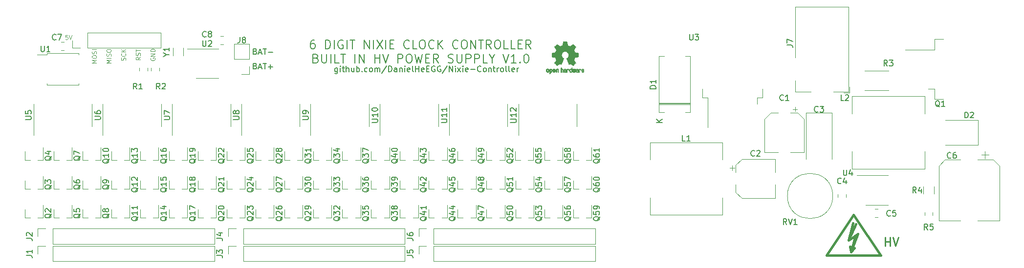
<source format=gbr>
%TF.GenerationSoftware,KiCad,Pcbnew,(5.1.5-131-g305ed0b65)-1*%
%TF.CreationDate,2020-09-08T16:10:38+08:00*%
%TF.ProjectId,NixieController,4e697869-6543-46f6-9e74-726f6c6c6572,rev?*%
%TF.SameCoordinates,Original*%
%TF.FileFunction,Legend,Top*%
%TF.FilePolarity,Positive*%
%FSLAX46Y46*%
G04 Gerber Fmt 4.6, Leading zero omitted, Abs format (unit mm)*
G04 Created by KiCad (PCBNEW (5.1.5-131-g305ed0b65)-1) date 2020-09-08 16:10:38*
%MOMM*%
%LPD*%
G01*
G04 APERTURE LIST*
%ADD10C,0.150000*%
%ADD11C,0.100000*%
%ADD12C,0.250000*%
%ADD13C,0.200000*%
%ADD14C,0.120000*%
%ADD15C,0.381000*%
%ADD16C,0.010000*%
G04 APERTURE END LIST*
D10*
X119595238Y-81785714D02*
X119595238Y-82595238D01*
X119547619Y-82690476D01*
X119500000Y-82738095D01*
X119404761Y-82785714D01*
X119261904Y-82785714D01*
X119166666Y-82738095D01*
X119595238Y-82404761D02*
X119500000Y-82452380D01*
X119309523Y-82452380D01*
X119214285Y-82404761D01*
X119166666Y-82357142D01*
X119119047Y-82261904D01*
X119119047Y-81976190D01*
X119166666Y-81880952D01*
X119214285Y-81833333D01*
X119309523Y-81785714D01*
X119500000Y-81785714D01*
X119595238Y-81833333D01*
X120071428Y-82452380D02*
X120071428Y-81785714D01*
X120071428Y-81452380D02*
X120023809Y-81500000D01*
X120071428Y-81547619D01*
X120119047Y-81500000D01*
X120071428Y-81452380D01*
X120071428Y-81547619D01*
X120404761Y-81785714D02*
X120785714Y-81785714D01*
X120547619Y-81452380D02*
X120547619Y-82309523D01*
X120595238Y-82404761D01*
X120690476Y-82452380D01*
X120785714Y-82452380D01*
X121119047Y-82452380D02*
X121119047Y-81452380D01*
X121547619Y-82452380D02*
X121547619Y-81928571D01*
X121500000Y-81833333D01*
X121404761Y-81785714D01*
X121261904Y-81785714D01*
X121166666Y-81833333D01*
X121119047Y-81880952D01*
X122452380Y-81785714D02*
X122452380Y-82452380D01*
X122023809Y-81785714D02*
X122023809Y-82309523D01*
X122071428Y-82404761D01*
X122166666Y-82452380D01*
X122309523Y-82452380D01*
X122404761Y-82404761D01*
X122452380Y-82357142D01*
X122928571Y-82452380D02*
X122928571Y-81452380D01*
X122928571Y-81833333D02*
X123023809Y-81785714D01*
X123214285Y-81785714D01*
X123309523Y-81833333D01*
X123357142Y-81880952D01*
X123404761Y-81976190D01*
X123404761Y-82261904D01*
X123357142Y-82357142D01*
X123309523Y-82404761D01*
X123214285Y-82452380D01*
X123023809Y-82452380D01*
X122928571Y-82404761D01*
X123833333Y-82357142D02*
X123880952Y-82404761D01*
X123833333Y-82452380D01*
X123785714Y-82404761D01*
X123833333Y-82357142D01*
X123833333Y-82452380D01*
X124738095Y-82404761D02*
X124642857Y-82452380D01*
X124452380Y-82452380D01*
X124357142Y-82404761D01*
X124309523Y-82357142D01*
X124261904Y-82261904D01*
X124261904Y-81976190D01*
X124309523Y-81880952D01*
X124357142Y-81833333D01*
X124452380Y-81785714D01*
X124642857Y-81785714D01*
X124738095Y-81833333D01*
X125309523Y-82452380D02*
X125214285Y-82404761D01*
X125166666Y-82357142D01*
X125119047Y-82261904D01*
X125119047Y-81976190D01*
X125166666Y-81880952D01*
X125214285Y-81833333D01*
X125309523Y-81785714D01*
X125452380Y-81785714D01*
X125547619Y-81833333D01*
X125595238Y-81880952D01*
X125642857Y-81976190D01*
X125642857Y-82261904D01*
X125595238Y-82357142D01*
X125547619Y-82404761D01*
X125452380Y-82452380D01*
X125309523Y-82452380D01*
X126071428Y-82452380D02*
X126071428Y-81785714D01*
X126071428Y-81880952D02*
X126119047Y-81833333D01*
X126214285Y-81785714D01*
X126357142Y-81785714D01*
X126452380Y-81833333D01*
X126500000Y-81928571D01*
X126500000Y-82452380D01*
X126500000Y-81928571D02*
X126547619Y-81833333D01*
X126642857Y-81785714D01*
X126785714Y-81785714D01*
X126880952Y-81833333D01*
X126928571Y-81928571D01*
X126928571Y-82452380D01*
X128119047Y-81404761D02*
X127261904Y-82690476D01*
X128452380Y-82452380D02*
X128452380Y-81452380D01*
X128690476Y-81452380D01*
X128833333Y-81500000D01*
X128928571Y-81595238D01*
X128976190Y-81690476D01*
X129023809Y-81880952D01*
X129023809Y-82023809D01*
X128976190Y-82214285D01*
X128928571Y-82309523D01*
X128833333Y-82404761D01*
X128690476Y-82452380D01*
X128452380Y-82452380D01*
X129880952Y-82452380D02*
X129880952Y-81928571D01*
X129833333Y-81833333D01*
X129738095Y-81785714D01*
X129547619Y-81785714D01*
X129452380Y-81833333D01*
X129880952Y-82404761D02*
X129785714Y-82452380D01*
X129547619Y-82452380D01*
X129452380Y-82404761D01*
X129404761Y-82309523D01*
X129404761Y-82214285D01*
X129452380Y-82119047D01*
X129547619Y-82071428D01*
X129785714Y-82071428D01*
X129880952Y-82023809D01*
X130357142Y-81785714D02*
X130357142Y-82452380D01*
X130357142Y-81880952D02*
X130404761Y-81833333D01*
X130500000Y-81785714D01*
X130642857Y-81785714D01*
X130738095Y-81833333D01*
X130785714Y-81928571D01*
X130785714Y-82452380D01*
X131261904Y-82452380D02*
X131261904Y-81785714D01*
X131261904Y-81452380D02*
X131214285Y-81500000D01*
X131261904Y-81547619D01*
X131309523Y-81500000D01*
X131261904Y-81452380D01*
X131261904Y-81547619D01*
X132119047Y-82404761D02*
X132023809Y-82452380D01*
X131833333Y-82452380D01*
X131738095Y-82404761D01*
X131690476Y-82309523D01*
X131690476Y-81928571D01*
X131738095Y-81833333D01*
X131833333Y-81785714D01*
X132023809Y-81785714D01*
X132119047Y-81833333D01*
X132166666Y-81928571D01*
X132166666Y-82023809D01*
X131690476Y-82119047D01*
X132738095Y-82452380D02*
X132642857Y-82404761D01*
X132595238Y-82309523D01*
X132595238Y-81452380D01*
X133119047Y-82452380D02*
X133119047Y-81452380D01*
X133119047Y-81928571D02*
X133690476Y-81928571D01*
X133690476Y-82452380D02*
X133690476Y-81452380D01*
X134547619Y-82404761D02*
X134452380Y-82452380D01*
X134261904Y-82452380D01*
X134166666Y-82404761D01*
X134119047Y-82309523D01*
X134119047Y-81928571D01*
X134166666Y-81833333D01*
X134261904Y-81785714D01*
X134452380Y-81785714D01*
X134547619Y-81833333D01*
X134595238Y-81928571D01*
X134595238Y-82023809D01*
X134119047Y-82119047D01*
X135023809Y-81928571D02*
X135357142Y-81928571D01*
X135500000Y-82452380D02*
X135023809Y-82452380D01*
X135023809Y-81452380D01*
X135500000Y-81452380D01*
X136452380Y-81500000D02*
X136357142Y-81452380D01*
X136214285Y-81452380D01*
X136071428Y-81500000D01*
X135976190Y-81595238D01*
X135928571Y-81690476D01*
X135880952Y-81880952D01*
X135880952Y-82023809D01*
X135928571Y-82214285D01*
X135976190Y-82309523D01*
X136071428Y-82404761D01*
X136214285Y-82452380D01*
X136309523Y-82452380D01*
X136452380Y-82404761D01*
X136500000Y-82357142D01*
X136500000Y-82023809D01*
X136309523Y-82023809D01*
X137452380Y-81500000D02*
X137357142Y-81452380D01*
X137214285Y-81452380D01*
X137071428Y-81500000D01*
X136976190Y-81595238D01*
X136928571Y-81690476D01*
X136880952Y-81880952D01*
X136880952Y-82023809D01*
X136928571Y-82214285D01*
X136976190Y-82309523D01*
X137071428Y-82404761D01*
X137214285Y-82452380D01*
X137309523Y-82452380D01*
X137452380Y-82404761D01*
X137500000Y-82357142D01*
X137500000Y-82023809D01*
X137309523Y-82023809D01*
X138642857Y-81404761D02*
X137785714Y-82690476D01*
X138976190Y-82452380D02*
X138976190Y-81452380D01*
X139547619Y-82452380D01*
X139547619Y-81452380D01*
X140023809Y-82452380D02*
X140023809Y-81785714D01*
X140023809Y-81452380D02*
X139976190Y-81500000D01*
X140023809Y-81547619D01*
X140071428Y-81500000D01*
X140023809Y-81452380D01*
X140023809Y-81547619D01*
X140404761Y-82452380D02*
X140928571Y-81785714D01*
X140404761Y-81785714D02*
X140928571Y-82452380D01*
X141309523Y-82452380D02*
X141309523Y-81785714D01*
X141309523Y-81452380D02*
X141261904Y-81500000D01*
X141309523Y-81547619D01*
X141357142Y-81500000D01*
X141309523Y-81452380D01*
X141309523Y-81547619D01*
X142166666Y-82404761D02*
X142071428Y-82452380D01*
X141880952Y-82452380D01*
X141785714Y-82404761D01*
X141738095Y-82309523D01*
X141738095Y-81928571D01*
X141785714Y-81833333D01*
X141880952Y-81785714D01*
X142071428Y-81785714D01*
X142166666Y-81833333D01*
X142214285Y-81928571D01*
X142214285Y-82023809D01*
X141738095Y-82119047D01*
X142642857Y-82071428D02*
X143404761Y-82071428D01*
X144452380Y-82357142D02*
X144404761Y-82404761D01*
X144261904Y-82452380D01*
X144166666Y-82452380D01*
X144023809Y-82404761D01*
X143928571Y-82309523D01*
X143880952Y-82214285D01*
X143833333Y-82023809D01*
X143833333Y-81880952D01*
X143880952Y-81690476D01*
X143928571Y-81595238D01*
X144023809Y-81500000D01*
X144166666Y-81452380D01*
X144261904Y-81452380D01*
X144404761Y-81500000D01*
X144452380Y-81547619D01*
X145023809Y-82452380D02*
X144928571Y-82404761D01*
X144880952Y-82357142D01*
X144833333Y-82261904D01*
X144833333Y-81976190D01*
X144880952Y-81880952D01*
X144928571Y-81833333D01*
X145023809Y-81785714D01*
X145166666Y-81785714D01*
X145261904Y-81833333D01*
X145309523Y-81880952D01*
X145357142Y-81976190D01*
X145357142Y-82261904D01*
X145309523Y-82357142D01*
X145261904Y-82404761D01*
X145166666Y-82452380D01*
X145023809Y-82452380D01*
X145785714Y-81785714D02*
X145785714Y-82452380D01*
X145785714Y-81880952D02*
X145833333Y-81833333D01*
X145928571Y-81785714D01*
X146071428Y-81785714D01*
X146166666Y-81833333D01*
X146214285Y-81928571D01*
X146214285Y-82452380D01*
X146547619Y-81785714D02*
X146928571Y-81785714D01*
X146690476Y-81452380D02*
X146690476Y-82309523D01*
X146738095Y-82404761D01*
X146833333Y-82452380D01*
X146928571Y-82452380D01*
X147261904Y-82452380D02*
X147261904Y-81785714D01*
X147261904Y-81976190D02*
X147309523Y-81880952D01*
X147357142Y-81833333D01*
X147452380Y-81785714D01*
X147547619Y-81785714D01*
X148023809Y-82452380D02*
X147928571Y-82404761D01*
X147880952Y-82357142D01*
X147833333Y-82261904D01*
X147833333Y-81976190D01*
X147880952Y-81880952D01*
X147928571Y-81833333D01*
X148023809Y-81785714D01*
X148166666Y-81785714D01*
X148261904Y-81833333D01*
X148309523Y-81880952D01*
X148357142Y-81976190D01*
X148357142Y-82261904D01*
X148309523Y-82357142D01*
X148261904Y-82404761D01*
X148166666Y-82452380D01*
X148023809Y-82452380D01*
X148928571Y-82452380D02*
X148833333Y-82404761D01*
X148785714Y-82309523D01*
X148785714Y-81452380D01*
X149452380Y-82452380D02*
X149357142Y-82404761D01*
X149309523Y-82309523D01*
X149309523Y-81452380D01*
X150214285Y-82404761D02*
X150119047Y-82452380D01*
X149928571Y-82452380D01*
X149833333Y-82404761D01*
X149785714Y-82309523D01*
X149785714Y-81928571D01*
X149833333Y-81833333D01*
X149928571Y-81785714D01*
X150119047Y-81785714D01*
X150214285Y-81833333D01*
X150261904Y-81928571D01*
X150261904Y-82023809D01*
X149785714Y-82119047D01*
X150690476Y-82452380D02*
X150690476Y-81785714D01*
X150690476Y-81976190D02*
X150738095Y-81880952D01*
X150785714Y-81833333D01*
X150880952Y-81785714D01*
X150976190Y-81785714D01*
D11*
X87255000Y-80073428D02*
X87219285Y-80144857D01*
X87219285Y-80252000D01*
X87255000Y-80359142D01*
X87326428Y-80430571D01*
X87397857Y-80466285D01*
X87540714Y-80502000D01*
X87647857Y-80502000D01*
X87790714Y-80466285D01*
X87862142Y-80430571D01*
X87933571Y-80359142D01*
X87969285Y-80252000D01*
X87969285Y-80180571D01*
X87933571Y-80073428D01*
X87897857Y-80037714D01*
X87647857Y-80037714D01*
X87647857Y-80180571D01*
X87969285Y-79716285D02*
X87219285Y-79716285D01*
X87969285Y-79287714D01*
X87219285Y-79287714D01*
X87969285Y-78930571D02*
X87219285Y-78930571D01*
X87219285Y-78752000D01*
X87255000Y-78644857D01*
X87326428Y-78573428D01*
X87397857Y-78537714D01*
X87540714Y-78502000D01*
X87647857Y-78502000D01*
X87790714Y-78537714D01*
X87862142Y-78573428D01*
X87933571Y-78644857D01*
X87969285Y-78752000D01*
X87969285Y-78930571D01*
X85429285Y-79912714D02*
X85072142Y-80162714D01*
X85429285Y-80341285D02*
X84679285Y-80341285D01*
X84679285Y-80055571D01*
X84715000Y-79984142D01*
X84750714Y-79948428D01*
X84822142Y-79912714D01*
X84929285Y-79912714D01*
X85000714Y-79948428D01*
X85036428Y-79984142D01*
X85072142Y-80055571D01*
X85072142Y-80341285D01*
X85393571Y-79627000D02*
X85429285Y-79519857D01*
X85429285Y-79341285D01*
X85393571Y-79269857D01*
X85357857Y-79234142D01*
X85286428Y-79198428D01*
X85215000Y-79198428D01*
X85143571Y-79234142D01*
X85107857Y-79269857D01*
X85072142Y-79341285D01*
X85036428Y-79484142D01*
X85000714Y-79555571D01*
X84965000Y-79591285D01*
X84893571Y-79627000D01*
X84822142Y-79627000D01*
X84750714Y-79591285D01*
X84715000Y-79555571D01*
X84679285Y-79484142D01*
X84679285Y-79305571D01*
X84715000Y-79198428D01*
X84679285Y-78984142D02*
X84679285Y-78555571D01*
X85429285Y-78769857D02*
X84679285Y-78769857D01*
X82853571Y-80466285D02*
X82889285Y-80359142D01*
X82889285Y-80180571D01*
X82853571Y-80109142D01*
X82817857Y-80073428D01*
X82746428Y-80037714D01*
X82675000Y-80037714D01*
X82603571Y-80073428D01*
X82567857Y-80109142D01*
X82532142Y-80180571D01*
X82496428Y-80323428D01*
X82460714Y-80394857D01*
X82425000Y-80430571D01*
X82353571Y-80466285D01*
X82282142Y-80466285D01*
X82210714Y-80430571D01*
X82175000Y-80394857D01*
X82139285Y-80323428D01*
X82139285Y-80144857D01*
X82175000Y-80037714D01*
X82817857Y-79287714D02*
X82853571Y-79323428D01*
X82889285Y-79430571D01*
X82889285Y-79502000D01*
X82853571Y-79609142D01*
X82782142Y-79680571D01*
X82710714Y-79716285D01*
X82567857Y-79752000D01*
X82460714Y-79752000D01*
X82317857Y-79716285D01*
X82246428Y-79680571D01*
X82175000Y-79609142D01*
X82139285Y-79502000D01*
X82139285Y-79430571D01*
X82175000Y-79323428D01*
X82210714Y-79287714D01*
X82889285Y-78966285D02*
X82139285Y-78966285D01*
X82889285Y-78537714D02*
X82460714Y-78859142D01*
X82139285Y-78537714D02*
X82567857Y-78966285D01*
X80349285Y-80934571D02*
X79599285Y-80934571D01*
X80135000Y-80684571D01*
X79599285Y-80434571D01*
X80349285Y-80434571D01*
X80349285Y-80077428D02*
X79599285Y-80077428D01*
X80313571Y-79756000D02*
X80349285Y-79648857D01*
X80349285Y-79470285D01*
X80313571Y-79398857D01*
X80277857Y-79363142D01*
X80206428Y-79327428D01*
X80135000Y-79327428D01*
X80063571Y-79363142D01*
X80027857Y-79398857D01*
X79992142Y-79470285D01*
X79956428Y-79613142D01*
X79920714Y-79684571D01*
X79885000Y-79720285D01*
X79813571Y-79756000D01*
X79742142Y-79756000D01*
X79670714Y-79720285D01*
X79635000Y-79684571D01*
X79599285Y-79613142D01*
X79599285Y-79434571D01*
X79635000Y-79327428D01*
X79599285Y-78863142D02*
X79599285Y-78720285D01*
X79635000Y-78648857D01*
X79706428Y-78577428D01*
X79849285Y-78541714D01*
X80099285Y-78541714D01*
X80242142Y-78577428D01*
X80313571Y-78648857D01*
X80349285Y-78720285D01*
X80349285Y-78863142D01*
X80313571Y-78934571D01*
X80242142Y-79006000D01*
X80099285Y-79041714D01*
X79849285Y-79041714D01*
X79706428Y-79006000D01*
X79635000Y-78934571D01*
X79599285Y-78863142D01*
X77839285Y-80934571D02*
X77089285Y-80934571D01*
X77625000Y-80684571D01*
X77089285Y-80434571D01*
X77839285Y-80434571D01*
X77089285Y-79934571D02*
X77089285Y-79791714D01*
X77125000Y-79720285D01*
X77196428Y-79648857D01*
X77339285Y-79613142D01*
X77589285Y-79613142D01*
X77732142Y-79648857D01*
X77803571Y-79720285D01*
X77839285Y-79791714D01*
X77839285Y-79934571D01*
X77803571Y-80006000D01*
X77732142Y-80077428D01*
X77589285Y-80113142D01*
X77339285Y-80113142D01*
X77196428Y-80077428D01*
X77125000Y-80006000D01*
X77089285Y-79934571D01*
X77803571Y-79327428D02*
X77839285Y-79220285D01*
X77839285Y-79041714D01*
X77803571Y-78970285D01*
X77767857Y-78934571D01*
X77696428Y-78898857D01*
X77625000Y-78898857D01*
X77553571Y-78934571D01*
X77517857Y-78970285D01*
X77482142Y-79041714D01*
X77446428Y-79184571D01*
X77410714Y-79256000D01*
X77375000Y-79291714D01*
X77303571Y-79327428D01*
X77232142Y-79327428D01*
X77160714Y-79291714D01*
X77125000Y-79256000D01*
X77089285Y-79184571D01*
X77089285Y-79006000D01*
X77125000Y-78898857D01*
X77839285Y-78577428D02*
X77089285Y-78577428D01*
X72857142Y-76089285D02*
X72500000Y-76089285D01*
X72464285Y-76446428D01*
X72500000Y-76410714D01*
X72571428Y-76375000D01*
X72750000Y-76375000D01*
X72821428Y-76410714D01*
X72857142Y-76446428D01*
X72892857Y-76517857D01*
X72892857Y-76696428D01*
X72857142Y-76767857D01*
X72821428Y-76803571D01*
X72750000Y-76839285D01*
X72571428Y-76839285D01*
X72500000Y-76803571D01*
X72464285Y-76767857D01*
X73107142Y-76089285D02*
X73357142Y-76839285D01*
X73607142Y-76089285D01*
D12*
X214428571Y-112678571D02*
X214428571Y-111178571D01*
X214428571Y-111892857D02*
X215285714Y-111892857D01*
X215285714Y-112678571D02*
X215285714Y-111178571D01*
X215785714Y-111178571D02*
X216285714Y-112678571D01*
X216785714Y-111178571D01*
D10*
X105322857Y-81468571D02*
X105465714Y-81516190D01*
X105513333Y-81563809D01*
X105560952Y-81659047D01*
X105560952Y-81801904D01*
X105513333Y-81897142D01*
X105465714Y-81944761D01*
X105370476Y-81992380D01*
X104989523Y-81992380D01*
X104989523Y-80992380D01*
X105322857Y-80992380D01*
X105418095Y-81040000D01*
X105465714Y-81087619D01*
X105513333Y-81182857D01*
X105513333Y-81278095D01*
X105465714Y-81373333D01*
X105418095Y-81420952D01*
X105322857Y-81468571D01*
X104989523Y-81468571D01*
X105941904Y-81706666D02*
X106418095Y-81706666D01*
X105846666Y-81992380D02*
X106180000Y-80992380D01*
X106513333Y-81992380D01*
X106703809Y-80992380D02*
X107275238Y-80992380D01*
X106989523Y-81992380D02*
X106989523Y-80992380D01*
X107608571Y-81611428D02*
X108370476Y-81611428D01*
X107989523Y-81992380D02*
X107989523Y-81230476D01*
D13*
X115607142Y-76953571D02*
X115321428Y-76953571D01*
X115178571Y-77025000D01*
X115107142Y-77096428D01*
X114964285Y-77310714D01*
X114892857Y-77596428D01*
X114892857Y-78167857D01*
X114964285Y-78310714D01*
X115035714Y-78382142D01*
X115178571Y-78453571D01*
X115464285Y-78453571D01*
X115607142Y-78382142D01*
X115678571Y-78310714D01*
X115750000Y-78167857D01*
X115750000Y-77810714D01*
X115678571Y-77667857D01*
X115607142Y-77596428D01*
X115464285Y-77525000D01*
X115178571Y-77525000D01*
X115035714Y-77596428D01*
X114964285Y-77667857D01*
X114892857Y-77810714D01*
X117535714Y-78453571D02*
X117535714Y-76953571D01*
X117892857Y-76953571D01*
X118107142Y-77025000D01*
X118250000Y-77167857D01*
X118321428Y-77310714D01*
X118392857Y-77596428D01*
X118392857Y-77810714D01*
X118321428Y-78096428D01*
X118250000Y-78239285D01*
X118107142Y-78382142D01*
X117892857Y-78453571D01*
X117535714Y-78453571D01*
X119035714Y-78453571D02*
X119035714Y-76953571D01*
X120535714Y-77025000D02*
X120392857Y-76953571D01*
X120178571Y-76953571D01*
X119964285Y-77025000D01*
X119821428Y-77167857D01*
X119750000Y-77310714D01*
X119678571Y-77596428D01*
X119678571Y-77810714D01*
X119750000Y-78096428D01*
X119821428Y-78239285D01*
X119964285Y-78382142D01*
X120178571Y-78453571D01*
X120321428Y-78453571D01*
X120535714Y-78382142D01*
X120607142Y-78310714D01*
X120607142Y-77810714D01*
X120321428Y-77810714D01*
X121250000Y-78453571D02*
X121250000Y-76953571D01*
X121750000Y-76953571D02*
X122607142Y-76953571D01*
X122178571Y-78453571D02*
X122178571Y-76953571D01*
X124250000Y-78453571D02*
X124250000Y-76953571D01*
X125107142Y-78453571D01*
X125107142Y-76953571D01*
X125821428Y-78453571D02*
X125821428Y-76953571D01*
X126392857Y-76953571D02*
X127392857Y-78453571D01*
X127392857Y-76953571D02*
X126392857Y-78453571D01*
X127964285Y-78453571D02*
X127964285Y-76953571D01*
X128678571Y-77667857D02*
X129178571Y-77667857D01*
X129392857Y-78453571D02*
X128678571Y-78453571D01*
X128678571Y-76953571D01*
X129392857Y-76953571D01*
X132035714Y-78310714D02*
X131964285Y-78382142D01*
X131750000Y-78453571D01*
X131607142Y-78453571D01*
X131392857Y-78382142D01*
X131250000Y-78239285D01*
X131178571Y-78096428D01*
X131107142Y-77810714D01*
X131107142Y-77596428D01*
X131178571Y-77310714D01*
X131250000Y-77167857D01*
X131392857Y-77025000D01*
X131607142Y-76953571D01*
X131750000Y-76953571D01*
X131964285Y-77025000D01*
X132035714Y-77096428D01*
X133392857Y-78453571D02*
X132678571Y-78453571D01*
X132678571Y-76953571D01*
X134178571Y-76953571D02*
X134464285Y-76953571D01*
X134607142Y-77025000D01*
X134750000Y-77167857D01*
X134821428Y-77453571D01*
X134821428Y-77953571D01*
X134750000Y-78239285D01*
X134607142Y-78382142D01*
X134464285Y-78453571D01*
X134178571Y-78453571D01*
X134035714Y-78382142D01*
X133892857Y-78239285D01*
X133821428Y-77953571D01*
X133821428Y-77453571D01*
X133892857Y-77167857D01*
X134035714Y-77025000D01*
X134178571Y-76953571D01*
X136321428Y-78310714D02*
X136250000Y-78382142D01*
X136035714Y-78453571D01*
X135892857Y-78453571D01*
X135678571Y-78382142D01*
X135535714Y-78239285D01*
X135464285Y-78096428D01*
X135392857Y-77810714D01*
X135392857Y-77596428D01*
X135464285Y-77310714D01*
X135535714Y-77167857D01*
X135678571Y-77025000D01*
X135892857Y-76953571D01*
X136035714Y-76953571D01*
X136250000Y-77025000D01*
X136321428Y-77096428D01*
X136964285Y-78453571D02*
X136964285Y-76953571D01*
X137821428Y-78453571D02*
X137178571Y-77596428D01*
X137821428Y-76953571D02*
X136964285Y-77810714D01*
X140464285Y-78310714D02*
X140392857Y-78382142D01*
X140178571Y-78453571D01*
X140035714Y-78453571D01*
X139821428Y-78382142D01*
X139678571Y-78239285D01*
X139607142Y-78096428D01*
X139535714Y-77810714D01*
X139535714Y-77596428D01*
X139607142Y-77310714D01*
X139678571Y-77167857D01*
X139821428Y-77025000D01*
X140035714Y-76953571D01*
X140178571Y-76953571D01*
X140392857Y-77025000D01*
X140464285Y-77096428D01*
X141392857Y-76953571D02*
X141678571Y-76953571D01*
X141821428Y-77025000D01*
X141964285Y-77167857D01*
X142035714Y-77453571D01*
X142035714Y-77953571D01*
X141964285Y-78239285D01*
X141821428Y-78382142D01*
X141678571Y-78453571D01*
X141392857Y-78453571D01*
X141250000Y-78382142D01*
X141107142Y-78239285D01*
X141035714Y-77953571D01*
X141035714Y-77453571D01*
X141107142Y-77167857D01*
X141250000Y-77025000D01*
X141392857Y-76953571D01*
X142678571Y-78453571D02*
X142678571Y-76953571D01*
X143535714Y-78453571D01*
X143535714Y-76953571D01*
X144035714Y-76953571D02*
X144892857Y-76953571D01*
X144464285Y-78453571D02*
X144464285Y-76953571D01*
X146250000Y-78453571D02*
X145750000Y-77739285D01*
X145392857Y-78453571D02*
X145392857Y-76953571D01*
X145964285Y-76953571D01*
X146107142Y-77025000D01*
X146178571Y-77096428D01*
X146250000Y-77239285D01*
X146250000Y-77453571D01*
X146178571Y-77596428D01*
X146107142Y-77667857D01*
X145964285Y-77739285D01*
X145392857Y-77739285D01*
X147178571Y-76953571D02*
X147464285Y-76953571D01*
X147607142Y-77025000D01*
X147750000Y-77167857D01*
X147821428Y-77453571D01*
X147821428Y-77953571D01*
X147750000Y-78239285D01*
X147607142Y-78382142D01*
X147464285Y-78453571D01*
X147178571Y-78453571D01*
X147035714Y-78382142D01*
X146892857Y-78239285D01*
X146821428Y-77953571D01*
X146821428Y-77453571D01*
X146892857Y-77167857D01*
X147035714Y-77025000D01*
X147178571Y-76953571D01*
X149178571Y-78453571D02*
X148464285Y-78453571D01*
X148464285Y-76953571D01*
X150392857Y-78453571D02*
X149678571Y-78453571D01*
X149678571Y-76953571D01*
X150892857Y-77667857D02*
X151392857Y-77667857D01*
X151607142Y-78453571D02*
X150892857Y-78453571D01*
X150892857Y-76953571D01*
X151607142Y-76953571D01*
X153107142Y-78453571D02*
X152607142Y-77739285D01*
X152250000Y-78453571D02*
X152250000Y-76953571D01*
X152821428Y-76953571D01*
X152964285Y-77025000D01*
X153035714Y-77096428D01*
X153107142Y-77239285D01*
X153107142Y-77453571D01*
X153035714Y-77596428D01*
X152964285Y-77667857D01*
X152821428Y-77739285D01*
X152250000Y-77739285D01*
X115857142Y-80117857D02*
X116071428Y-80189285D01*
X116142857Y-80260714D01*
X116214285Y-80403571D01*
X116214285Y-80617857D01*
X116142857Y-80760714D01*
X116071428Y-80832142D01*
X115928571Y-80903571D01*
X115357142Y-80903571D01*
X115357142Y-79403571D01*
X115857142Y-79403571D01*
X116000000Y-79475000D01*
X116071428Y-79546428D01*
X116142857Y-79689285D01*
X116142857Y-79832142D01*
X116071428Y-79975000D01*
X116000000Y-80046428D01*
X115857142Y-80117857D01*
X115357142Y-80117857D01*
X116857142Y-79403571D02*
X116857142Y-80617857D01*
X116928571Y-80760714D01*
X117000000Y-80832142D01*
X117142857Y-80903571D01*
X117428571Y-80903571D01*
X117571428Y-80832142D01*
X117642857Y-80760714D01*
X117714285Y-80617857D01*
X117714285Y-79403571D01*
X118428571Y-80903571D02*
X118428571Y-79403571D01*
X119857142Y-80903571D02*
X119142857Y-80903571D01*
X119142857Y-79403571D01*
X120142857Y-79403571D02*
X121000000Y-79403571D01*
X120571428Y-80903571D02*
X120571428Y-79403571D01*
X122642857Y-80903571D02*
X122642857Y-79403571D01*
X123357142Y-80903571D02*
X123357142Y-79403571D01*
X124214285Y-80903571D01*
X124214285Y-79403571D01*
X126071428Y-80903571D02*
X126071428Y-79403571D01*
X126071428Y-80117857D02*
X126928571Y-80117857D01*
X126928571Y-80903571D02*
X126928571Y-79403571D01*
X127428571Y-79403571D02*
X127928571Y-80903571D01*
X128428571Y-79403571D01*
X130071428Y-80903571D02*
X130071428Y-79403571D01*
X130642857Y-79403571D01*
X130785714Y-79475000D01*
X130857142Y-79546428D01*
X130928571Y-79689285D01*
X130928571Y-79903571D01*
X130857142Y-80046428D01*
X130785714Y-80117857D01*
X130642857Y-80189285D01*
X130071428Y-80189285D01*
X131857142Y-79403571D02*
X132142857Y-79403571D01*
X132285714Y-79475000D01*
X132428571Y-79617857D01*
X132500000Y-79903571D01*
X132500000Y-80403571D01*
X132428571Y-80689285D01*
X132285714Y-80832142D01*
X132142857Y-80903571D01*
X131857142Y-80903571D01*
X131714285Y-80832142D01*
X131571428Y-80689285D01*
X131500000Y-80403571D01*
X131500000Y-79903571D01*
X131571428Y-79617857D01*
X131714285Y-79475000D01*
X131857142Y-79403571D01*
X133000000Y-79403571D02*
X133357142Y-80903571D01*
X133642857Y-79832142D01*
X133928571Y-80903571D01*
X134285714Y-79403571D01*
X134857142Y-80117857D02*
X135357142Y-80117857D01*
X135571428Y-80903571D02*
X134857142Y-80903571D01*
X134857142Y-79403571D01*
X135571428Y-79403571D01*
X137071428Y-80903571D02*
X136571428Y-80189285D01*
X136214285Y-80903571D02*
X136214285Y-79403571D01*
X136785714Y-79403571D01*
X136928571Y-79475000D01*
X137000000Y-79546428D01*
X137071428Y-79689285D01*
X137071428Y-79903571D01*
X137000000Y-80046428D01*
X136928571Y-80117857D01*
X136785714Y-80189285D01*
X136214285Y-80189285D01*
X138785714Y-80832142D02*
X139000000Y-80903571D01*
X139357142Y-80903571D01*
X139500000Y-80832142D01*
X139571428Y-80760714D01*
X139642857Y-80617857D01*
X139642857Y-80475000D01*
X139571428Y-80332142D01*
X139500000Y-80260714D01*
X139357142Y-80189285D01*
X139071428Y-80117857D01*
X138928571Y-80046428D01*
X138857142Y-79975000D01*
X138785714Y-79832142D01*
X138785714Y-79689285D01*
X138857142Y-79546428D01*
X138928571Y-79475000D01*
X139071428Y-79403571D01*
X139428571Y-79403571D01*
X139642857Y-79475000D01*
X140285714Y-79403571D02*
X140285714Y-80617857D01*
X140357142Y-80760714D01*
X140428571Y-80832142D01*
X140571428Y-80903571D01*
X140857142Y-80903571D01*
X141000000Y-80832142D01*
X141071428Y-80760714D01*
X141142857Y-80617857D01*
X141142857Y-79403571D01*
X141857142Y-80903571D02*
X141857142Y-79403571D01*
X142428571Y-79403571D01*
X142571428Y-79475000D01*
X142642857Y-79546428D01*
X142714285Y-79689285D01*
X142714285Y-79903571D01*
X142642857Y-80046428D01*
X142571428Y-80117857D01*
X142428571Y-80189285D01*
X141857142Y-80189285D01*
X143357142Y-80903571D02*
X143357142Y-79403571D01*
X143928571Y-79403571D01*
X144071428Y-79475000D01*
X144142857Y-79546428D01*
X144214285Y-79689285D01*
X144214285Y-79903571D01*
X144142857Y-80046428D01*
X144071428Y-80117857D01*
X143928571Y-80189285D01*
X143357142Y-80189285D01*
X145571428Y-80903571D02*
X144857142Y-80903571D01*
X144857142Y-79403571D01*
X146357142Y-80189285D02*
X146357142Y-80903571D01*
X145857142Y-79403571D02*
X146357142Y-80189285D01*
X146857142Y-79403571D01*
X148285714Y-79403571D02*
X148785714Y-80903571D01*
X149285714Y-79403571D01*
X150571428Y-80903571D02*
X149714285Y-80903571D01*
X150142857Y-80903571D02*
X150142857Y-79403571D01*
X150000000Y-79617857D01*
X149857142Y-79760714D01*
X149714285Y-79832142D01*
X151214285Y-80760714D02*
X151285714Y-80832142D01*
X151214285Y-80903571D01*
X151142857Y-80832142D01*
X151214285Y-80760714D01*
X151214285Y-80903571D01*
X152214285Y-79403571D02*
X152357142Y-79403571D01*
X152500000Y-79475000D01*
X152571428Y-79546428D01*
X152642857Y-79689285D01*
X152714285Y-79975000D01*
X152714285Y-80332142D01*
X152642857Y-80617857D01*
X152571428Y-80760714D01*
X152500000Y-80832142D01*
X152357142Y-80903571D01*
X152214285Y-80903571D01*
X152071428Y-80832142D01*
X152000000Y-80760714D01*
X151928571Y-80617857D01*
X151857142Y-80332142D01*
X151857142Y-79975000D01*
X151928571Y-79689285D01*
X152000000Y-79546428D01*
X152071428Y-79475000D01*
X152214285Y-79403571D01*
D10*
X105322857Y-78928571D02*
X105465714Y-78976190D01*
X105513333Y-79023809D01*
X105560952Y-79119047D01*
X105560952Y-79261904D01*
X105513333Y-79357142D01*
X105465714Y-79404761D01*
X105370476Y-79452380D01*
X104989523Y-79452380D01*
X104989523Y-78452380D01*
X105322857Y-78452380D01*
X105418095Y-78500000D01*
X105465714Y-78547619D01*
X105513333Y-78642857D01*
X105513333Y-78738095D01*
X105465714Y-78833333D01*
X105418095Y-78880952D01*
X105322857Y-78928571D01*
X104989523Y-78928571D01*
X105941904Y-79166666D02*
X106418095Y-79166666D01*
X105846666Y-79452380D02*
X106180000Y-78452380D01*
X106513333Y-79452380D01*
X106703809Y-78452380D02*
X107275238Y-78452380D01*
X106989523Y-79452380D02*
X106989523Y-78452380D01*
X107608571Y-79071428D02*
X108370476Y-79071428D01*
D14*
%TO.C,C7*%
X72196078Y-78710000D02*
X71678922Y-78710000D01*
X72196078Y-77290000D02*
X71678922Y-77290000D01*
%TO.C,J8*%
X104330000Y-82870000D02*
X103000000Y-82870000D01*
X104330000Y-81540000D02*
X104330000Y-82870000D01*
X104330000Y-80270000D02*
X101670000Y-80270000D01*
X101670000Y-80270000D02*
X101670000Y-77670000D01*
X104330000Y-80270000D02*
X104330000Y-77670000D01*
X104330000Y-77670000D02*
X101670000Y-77670000D01*
D15*
%TO.C,REF\u002A\u002A*%
X204301000Y-114294000D02*
X209000000Y-107309000D01*
X213699000Y-114294000D02*
X204301000Y-114294000D01*
X209000000Y-107309000D02*
X213699000Y-114294000D01*
X208502160Y-113699640D02*
X208400560Y-112800480D01*
X209299720Y-110900560D02*
X208502160Y-113699640D01*
X208100840Y-111700660D02*
X209299720Y-110900560D01*
X208900940Y-108700920D02*
X208100840Y-111700660D01*
X208502160Y-113699640D02*
X209101600Y-113001140D01*
X208100840Y-111700660D02*
X209401320Y-108899040D01*
X209701040Y-110600840D02*
X209101600Y-110999620D01*
X208502160Y-113699640D02*
X209701040Y-110600840D01*
D16*
G36*
X159103910Y-77242348D02*
G01*
X159182454Y-77242778D01*
X159239298Y-77243942D01*
X159278105Y-77246207D01*
X159302538Y-77249940D01*
X159316262Y-77255506D01*
X159322940Y-77263273D01*
X159326236Y-77273605D01*
X159326556Y-77274943D01*
X159331562Y-77299079D01*
X159340829Y-77346701D01*
X159353392Y-77412741D01*
X159368287Y-77492128D01*
X159384551Y-77579796D01*
X159385119Y-77582875D01*
X159401410Y-77668789D01*
X159416652Y-77744696D01*
X159429861Y-77806045D01*
X159440054Y-77848282D01*
X159446248Y-77866855D01*
X159446543Y-77867184D01*
X159464788Y-77876253D01*
X159502405Y-77891367D01*
X159551271Y-77909262D01*
X159551543Y-77909358D01*
X159613093Y-77932493D01*
X159685657Y-77961965D01*
X159754057Y-77991597D01*
X159757294Y-77993062D01*
X159868702Y-78043626D01*
X160115399Y-77875160D01*
X160191077Y-77823803D01*
X160259631Y-77777889D01*
X160317088Y-77740030D01*
X160359476Y-77712837D01*
X160382825Y-77698921D01*
X160385042Y-77697889D01*
X160402010Y-77702484D01*
X160433701Y-77724655D01*
X160481352Y-77765447D01*
X160546198Y-77825905D01*
X160612397Y-77890227D01*
X160676214Y-77953612D01*
X160733329Y-78011451D01*
X160780305Y-78060175D01*
X160813703Y-78096210D01*
X160830085Y-78115984D01*
X160830694Y-78117002D01*
X160832505Y-78130572D01*
X160825683Y-78152733D01*
X160808540Y-78186478D01*
X160779393Y-78234800D01*
X160736555Y-78300692D01*
X160679448Y-78385517D01*
X160628766Y-78460177D01*
X160583461Y-78527140D01*
X160546150Y-78582516D01*
X160519452Y-78622420D01*
X160505985Y-78642962D01*
X160505137Y-78644356D01*
X160506781Y-78664038D01*
X160519245Y-78702293D01*
X160540048Y-78751889D01*
X160547462Y-78767728D01*
X160579814Y-78838290D01*
X160614328Y-78918353D01*
X160642365Y-78987629D01*
X160662568Y-79039045D01*
X160678615Y-79078119D01*
X160687888Y-79098541D01*
X160689041Y-79100114D01*
X160706096Y-79102721D01*
X160746298Y-79109863D01*
X160804302Y-79120523D01*
X160874763Y-79133685D01*
X160952335Y-79148333D01*
X161031672Y-79163449D01*
X161107431Y-79178018D01*
X161174264Y-79191022D01*
X161226828Y-79201445D01*
X161259776Y-79208270D01*
X161267857Y-79210199D01*
X161276205Y-79214962D01*
X161282506Y-79225718D01*
X161287045Y-79246098D01*
X161290104Y-79279734D01*
X161291967Y-79330255D01*
X161292918Y-79401292D01*
X161293240Y-79496476D01*
X161293257Y-79535492D01*
X161293257Y-79852799D01*
X161217057Y-79867839D01*
X161174663Y-79875995D01*
X161111400Y-79887899D01*
X161034962Y-79902116D01*
X160953043Y-79917210D01*
X160930400Y-79921355D01*
X160854806Y-79936053D01*
X160788953Y-79950505D01*
X160738366Y-79963375D01*
X160708574Y-79973322D01*
X160703612Y-79976287D01*
X160691426Y-79997283D01*
X160673953Y-80037967D01*
X160654577Y-80090322D01*
X160650734Y-80101600D01*
X160625339Y-80171523D01*
X160593817Y-80250418D01*
X160562969Y-80321266D01*
X160562817Y-80321595D01*
X160511447Y-80432733D01*
X160680399Y-80681253D01*
X160849352Y-80929772D01*
X160632429Y-81147058D01*
X160566819Y-81211726D01*
X160506979Y-81268733D01*
X160456267Y-81315033D01*
X160418046Y-81347584D01*
X160395675Y-81363343D01*
X160392466Y-81364343D01*
X160373626Y-81356469D01*
X160335180Y-81334578D01*
X160281330Y-81301267D01*
X160216276Y-81259131D01*
X160145940Y-81211943D01*
X160074555Y-81163810D01*
X160010908Y-81121928D01*
X159959041Y-81088871D01*
X159922995Y-81067218D01*
X159906867Y-81059543D01*
X159887189Y-81066037D01*
X159849875Y-81083150D01*
X159802621Y-81107326D01*
X159797612Y-81110013D01*
X159733977Y-81141927D01*
X159690341Y-81157579D01*
X159663202Y-81157745D01*
X159649057Y-81143204D01*
X159648975Y-81143000D01*
X159641905Y-81125779D01*
X159625042Y-81084899D01*
X159599695Y-81023525D01*
X159567171Y-80944819D01*
X159528778Y-80851947D01*
X159485822Y-80748072D01*
X159444222Y-80647502D01*
X159398504Y-80536516D01*
X159356526Y-80433703D01*
X159319548Y-80342215D01*
X159288827Y-80265201D01*
X159265622Y-80205815D01*
X159251190Y-80167209D01*
X159246743Y-80152800D01*
X159257896Y-80136272D01*
X159287069Y-80109930D01*
X159325971Y-80080887D01*
X159436757Y-79989039D01*
X159523351Y-79883759D01*
X159584716Y-79767266D01*
X159619815Y-79641776D01*
X159627608Y-79509507D01*
X159621943Y-79448457D01*
X159591078Y-79321795D01*
X159537920Y-79209941D01*
X159465767Y-79114001D01*
X159377917Y-79035076D01*
X159277665Y-78974270D01*
X159168310Y-78932687D01*
X159053147Y-78911428D01*
X158935475Y-78911599D01*
X158818590Y-78934301D01*
X158705789Y-78980638D01*
X158600369Y-79051713D01*
X158556368Y-79091911D01*
X158471979Y-79195129D01*
X158413222Y-79307925D01*
X158379704Y-79427010D01*
X158371035Y-79549095D01*
X158386823Y-79670893D01*
X158426678Y-79789116D01*
X158490207Y-79900475D01*
X158577021Y-80001684D01*
X158674029Y-80080887D01*
X158714437Y-80111162D01*
X158742982Y-80137219D01*
X158753257Y-80152825D01*
X158747877Y-80169843D01*
X158732575Y-80210500D01*
X158708612Y-80271642D01*
X158677244Y-80350119D01*
X158639732Y-80442780D01*
X158597333Y-80546472D01*
X158555663Y-80647526D01*
X158509690Y-80758607D01*
X158467107Y-80861541D01*
X158429221Y-80953165D01*
X158397340Y-81030316D01*
X158372771Y-81089831D01*
X158356820Y-81128544D01*
X158350910Y-81143000D01*
X158336948Y-81157685D01*
X158309940Y-81157642D01*
X158266413Y-81142099D01*
X158202890Y-81110284D01*
X158202388Y-81110013D01*
X158154560Y-81085323D01*
X158115897Y-81067338D01*
X158094095Y-81059614D01*
X158093133Y-81059543D01*
X158076721Y-81067378D01*
X158040487Y-81089165D01*
X157988474Y-81122328D01*
X157924725Y-81164291D01*
X157854060Y-81211943D01*
X157782116Y-81260191D01*
X157717274Y-81302151D01*
X157663735Y-81335227D01*
X157625697Y-81356821D01*
X157607533Y-81364343D01*
X157590808Y-81354457D01*
X157557180Y-81326826D01*
X157510010Y-81284495D01*
X157452658Y-81230505D01*
X157388484Y-81167899D01*
X157367497Y-81146983D01*
X157150499Y-80929623D01*
X157315668Y-80687220D01*
X157365864Y-80612781D01*
X157409919Y-80545972D01*
X157445362Y-80490665D01*
X157469719Y-80450729D01*
X157480522Y-80430036D01*
X157480838Y-80428563D01*
X157475143Y-80409058D01*
X157459826Y-80369822D01*
X157437537Y-80317430D01*
X157421893Y-80282355D01*
X157392641Y-80215201D01*
X157365094Y-80147358D01*
X157343737Y-80090034D01*
X157337935Y-80072572D01*
X157321452Y-80025938D01*
X157305340Y-79989905D01*
X157296490Y-79976287D01*
X157276960Y-79967952D01*
X157234334Y-79956137D01*
X157174145Y-79942181D01*
X157101922Y-79927422D01*
X157069600Y-79921355D01*
X156987522Y-79906273D01*
X156908795Y-79891669D01*
X156841109Y-79878980D01*
X156792160Y-79869642D01*
X156782943Y-79867839D01*
X156706743Y-79852799D01*
X156706743Y-79535492D01*
X156706914Y-79431154D01*
X156707616Y-79352213D01*
X156709134Y-79295038D01*
X156711749Y-79255999D01*
X156715746Y-79231465D01*
X156721409Y-79217805D01*
X156729020Y-79211389D01*
X156732143Y-79210199D01*
X156750978Y-79205980D01*
X156792588Y-79197562D01*
X156851630Y-79185961D01*
X156922757Y-79172195D01*
X157000625Y-79157280D01*
X157079887Y-79142232D01*
X157155198Y-79128069D01*
X157221213Y-79115806D01*
X157272587Y-79106461D01*
X157303975Y-79101050D01*
X157310959Y-79100114D01*
X157317285Y-79087596D01*
X157331290Y-79054246D01*
X157350355Y-79006377D01*
X157357634Y-78987629D01*
X157386996Y-78915195D01*
X157421571Y-78835170D01*
X157452537Y-78767728D01*
X157475323Y-78716159D01*
X157490482Y-78673785D01*
X157495542Y-78647834D01*
X157494736Y-78644356D01*
X157484041Y-78627936D01*
X157459620Y-78591417D01*
X157424095Y-78538687D01*
X157380087Y-78473635D01*
X157330217Y-78400151D01*
X157320356Y-78385645D01*
X157262492Y-78299704D01*
X157219956Y-78234261D01*
X157191054Y-78186304D01*
X157174090Y-78152820D01*
X157167367Y-78130795D01*
X157169190Y-78117217D01*
X157169236Y-78117131D01*
X157183586Y-78099297D01*
X157215323Y-78064817D01*
X157261010Y-78017268D01*
X157317204Y-77960222D01*
X157380468Y-77897255D01*
X157387602Y-77890227D01*
X157467330Y-77813020D01*
X157528857Y-77756330D01*
X157573421Y-77719110D01*
X157602257Y-77700315D01*
X157614958Y-77697889D01*
X157633494Y-77708471D01*
X157671961Y-77732916D01*
X157726386Y-77768612D01*
X157792798Y-77812947D01*
X157867225Y-77863311D01*
X157884601Y-77875160D01*
X158131297Y-78043626D01*
X158242706Y-77993062D01*
X158310457Y-77963595D01*
X158383183Y-77933959D01*
X158445703Y-77910330D01*
X158448457Y-77909358D01*
X158497360Y-77891457D01*
X158535057Y-77876320D01*
X158553425Y-77867210D01*
X158553456Y-77867184D01*
X158559285Y-77850717D01*
X158569192Y-77810219D01*
X158582195Y-77750242D01*
X158597309Y-77675340D01*
X158613552Y-77590064D01*
X158614881Y-77582875D01*
X158631175Y-77495014D01*
X158646133Y-77415260D01*
X158658791Y-77348681D01*
X158668186Y-77300347D01*
X158673354Y-77275325D01*
X158673444Y-77274943D01*
X158676589Y-77264299D01*
X158682704Y-77256262D01*
X158695453Y-77250467D01*
X158718500Y-77246547D01*
X158755509Y-77244135D01*
X158810144Y-77242865D01*
X158886067Y-77242371D01*
X158986944Y-77242286D01*
X159000000Y-77242286D01*
X159103910Y-77242348D01*
G37*
X159103910Y-77242348D02*
X159182454Y-77242778D01*
X159239298Y-77243942D01*
X159278105Y-77246207D01*
X159302538Y-77249940D01*
X159316262Y-77255506D01*
X159322940Y-77263273D01*
X159326236Y-77273605D01*
X159326556Y-77274943D01*
X159331562Y-77299079D01*
X159340829Y-77346701D01*
X159353392Y-77412741D01*
X159368287Y-77492128D01*
X159384551Y-77579796D01*
X159385119Y-77582875D01*
X159401410Y-77668789D01*
X159416652Y-77744696D01*
X159429861Y-77806045D01*
X159440054Y-77848282D01*
X159446248Y-77866855D01*
X159446543Y-77867184D01*
X159464788Y-77876253D01*
X159502405Y-77891367D01*
X159551271Y-77909262D01*
X159551543Y-77909358D01*
X159613093Y-77932493D01*
X159685657Y-77961965D01*
X159754057Y-77991597D01*
X159757294Y-77993062D01*
X159868702Y-78043626D01*
X160115399Y-77875160D01*
X160191077Y-77823803D01*
X160259631Y-77777889D01*
X160317088Y-77740030D01*
X160359476Y-77712837D01*
X160382825Y-77698921D01*
X160385042Y-77697889D01*
X160402010Y-77702484D01*
X160433701Y-77724655D01*
X160481352Y-77765447D01*
X160546198Y-77825905D01*
X160612397Y-77890227D01*
X160676214Y-77953612D01*
X160733329Y-78011451D01*
X160780305Y-78060175D01*
X160813703Y-78096210D01*
X160830085Y-78115984D01*
X160830694Y-78117002D01*
X160832505Y-78130572D01*
X160825683Y-78152733D01*
X160808540Y-78186478D01*
X160779393Y-78234800D01*
X160736555Y-78300692D01*
X160679448Y-78385517D01*
X160628766Y-78460177D01*
X160583461Y-78527140D01*
X160546150Y-78582516D01*
X160519452Y-78622420D01*
X160505985Y-78642962D01*
X160505137Y-78644356D01*
X160506781Y-78664038D01*
X160519245Y-78702293D01*
X160540048Y-78751889D01*
X160547462Y-78767728D01*
X160579814Y-78838290D01*
X160614328Y-78918353D01*
X160642365Y-78987629D01*
X160662568Y-79039045D01*
X160678615Y-79078119D01*
X160687888Y-79098541D01*
X160689041Y-79100114D01*
X160706096Y-79102721D01*
X160746298Y-79109863D01*
X160804302Y-79120523D01*
X160874763Y-79133685D01*
X160952335Y-79148333D01*
X161031672Y-79163449D01*
X161107431Y-79178018D01*
X161174264Y-79191022D01*
X161226828Y-79201445D01*
X161259776Y-79208270D01*
X161267857Y-79210199D01*
X161276205Y-79214962D01*
X161282506Y-79225718D01*
X161287045Y-79246098D01*
X161290104Y-79279734D01*
X161291967Y-79330255D01*
X161292918Y-79401292D01*
X161293240Y-79496476D01*
X161293257Y-79535492D01*
X161293257Y-79852799D01*
X161217057Y-79867839D01*
X161174663Y-79875995D01*
X161111400Y-79887899D01*
X161034962Y-79902116D01*
X160953043Y-79917210D01*
X160930400Y-79921355D01*
X160854806Y-79936053D01*
X160788953Y-79950505D01*
X160738366Y-79963375D01*
X160708574Y-79973322D01*
X160703612Y-79976287D01*
X160691426Y-79997283D01*
X160673953Y-80037967D01*
X160654577Y-80090322D01*
X160650734Y-80101600D01*
X160625339Y-80171523D01*
X160593817Y-80250418D01*
X160562969Y-80321266D01*
X160562817Y-80321595D01*
X160511447Y-80432733D01*
X160680399Y-80681253D01*
X160849352Y-80929772D01*
X160632429Y-81147058D01*
X160566819Y-81211726D01*
X160506979Y-81268733D01*
X160456267Y-81315033D01*
X160418046Y-81347584D01*
X160395675Y-81363343D01*
X160392466Y-81364343D01*
X160373626Y-81356469D01*
X160335180Y-81334578D01*
X160281330Y-81301267D01*
X160216276Y-81259131D01*
X160145940Y-81211943D01*
X160074555Y-81163810D01*
X160010908Y-81121928D01*
X159959041Y-81088871D01*
X159922995Y-81067218D01*
X159906867Y-81059543D01*
X159887189Y-81066037D01*
X159849875Y-81083150D01*
X159802621Y-81107326D01*
X159797612Y-81110013D01*
X159733977Y-81141927D01*
X159690341Y-81157579D01*
X159663202Y-81157745D01*
X159649057Y-81143204D01*
X159648975Y-81143000D01*
X159641905Y-81125779D01*
X159625042Y-81084899D01*
X159599695Y-81023525D01*
X159567171Y-80944819D01*
X159528778Y-80851947D01*
X159485822Y-80748072D01*
X159444222Y-80647502D01*
X159398504Y-80536516D01*
X159356526Y-80433703D01*
X159319548Y-80342215D01*
X159288827Y-80265201D01*
X159265622Y-80205815D01*
X159251190Y-80167209D01*
X159246743Y-80152800D01*
X159257896Y-80136272D01*
X159287069Y-80109930D01*
X159325971Y-80080887D01*
X159436757Y-79989039D01*
X159523351Y-79883759D01*
X159584716Y-79767266D01*
X159619815Y-79641776D01*
X159627608Y-79509507D01*
X159621943Y-79448457D01*
X159591078Y-79321795D01*
X159537920Y-79209941D01*
X159465767Y-79114001D01*
X159377917Y-79035076D01*
X159277665Y-78974270D01*
X159168310Y-78932687D01*
X159053147Y-78911428D01*
X158935475Y-78911599D01*
X158818590Y-78934301D01*
X158705789Y-78980638D01*
X158600369Y-79051713D01*
X158556368Y-79091911D01*
X158471979Y-79195129D01*
X158413222Y-79307925D01*
X158379704Y-79427010D01*
X158371035Y-79549095D01*
X158386823Y-79670893D01*
X158426678Y-79789116D01*
X158490207Y-79900475D01*
X158577021Y-80001684D01*
X158674029Y-80080887D01*
X158714437Y-80111162D01*
X158742982Y-80137219D01*
X158753257Y-80152825D01*
X158747877Y-80169843D01*
X158732575Y-80210500D01*
X158708612Y-80271642D01*
X158677244Y-80350119D01*
X158639732Y-80442780D01*
X158597333Y-80546472D01*
X158555663Y-80647526D01*
X158509690Y-80758607D01*
X158467107Y-80861541D01*
X158429221Y-80953165D01*
X158397340Y-81030316D01*
X158372771Y-81089831D01*
X158356820Y-81128544D01*
X158350910Y-81143000D01*
X158336948Y-81157685D01*
X158309940Y-81157642D01*
X158266413Y-81142099D01*
X158202890Y-81110284D01*
X158202388Y-81110013D01*
X158154560Y-81085323D01*
X158115897Y-81067338D01*
X158094095Y-81059614D01*
X158093133Y-81059543D01*
X158076721Y-81067378D01*
X158040487Y-81089165D01*
X157988474Y-81122328D01*
X157924725Y-81164291D01*
X157854060Y-81211943D01*
X157782116Y-81260191D01*
X157717274Y-81302151D01*
X157663735Y-81335227D01*
X157625697Y-81356821D01*
X157607533Y-81364343D01*
X157590808Y-81354457D01*
X157557180Y-81326826D01*
X157510010Y-81284495D01*
X157452658Y-81230505D01*
X157388484Y-81167899D01*
X157367497Y-81146983D01*
X157150499Y-80929623D01*
X157315668Y-80687220D01*
X157365864Y-80612781D01*
X157409919Y-80545972D01*
X157445362Y-80490665D01*
X157469719Y-80450729D01*
X157480522Y-80430036D01*
X157480838Y-80428563D01*
X157475143Y-80409058D01*
X157459826Y-80369822D01*
X157437537Y-80317430D01*
X157421893Y-80282355D01*
X157392641Y-80215201D01*
X157365094Y-80147358D01*
X157343737Y-80090034D01*
X157337935Y-80072572D01*
X157321452Y-80025938D01*
X157305340Y-79989905D01*
X157296490Y-79976287D01*
X157276960Y-79967952D01*
X157234334Y-79956137D01*
X157174145Y-79942181D01*
X157101922Y-79927422D01*
X157069600Y-79921355D01*
X156987522Y-79906273D01*
X156908795Y-79891669D01*
X156841109Y-79878980D01*
X156792160Y-79869642D01*
X156782943Y-79867839D01*
X156706743Y-79852799D01*
X156706743Y-79535492D01*
X156706914Y-79431154D01*
X156707616Y-79352213D01*
X156709134Y-79295038D01*
X156711749Y-79255999D01*
X156715746Y-79231465D01*
X156721409Y-79217805D01*
X156729020Y-79211389D01*
X156732143Y-79210199D01*
X156750978Y-79205980D01*
X156792588Y-79197562D01*
X156851630Y-79185961D01*
X156922757Y-79172195D01*
X157000625Y-79157280D01*
X157079887Y-79142232D01*
X157155198Y-79128069D01*
X157221213Y-79115806D01*
X157272587Y-79106461D01*
X157303975Y-79101050D01*
X157310959Y-79100114D01*
X157317285Y-79087596D01*
X157331290Y-79054246D01*
X157350355Y-79006377D01*
X157357634Y-78987629D01*
X157386996Y-78915195D01*
X157421571Y-78835170D01*
X157452537Y-78767728D01*
X157475323Y-78716159D01*
X157490482Y-78673785D01*
X157495542Y-78647834D01*
X157494736Y-78644356D01*
X157484041Y-78627936D01*
X157459620Y-78591417D01*
X157424095Y-78538687D01*
X157380087Y-78473635D01*
X157330217Y-78400151D01*
X157320356Y-78385645D01*
X157262492Y-78299704D01*
X157219956Y-78234261D01*
X157191054Y-78186304D01*
X157174090Y-78152820D01*
X157167367Y-78130795D01*
X157169190Y-78117217D01*
X157169236Y-78117131D01*
X157183586Y-78099297D01*
X157215323Y-78064817D01*
X157261010Y-78017268D01*
X157317204Y-77960222D01*
X157380468Y-77897255D01*
X157387602Y-77890227D01*
X157467330Y-77813020D01*
X157528857Y-77756330D01*
X157573421Y-77719110D01*
X157602257Y-77700315D01*
X157614958Y-77697889D01*
X157633494Y-77708471D01*
X157671961Y-77732916D01*
X157726386Y-77768612D01*
X157792798Y-77812947D01*
X157867225Y-77863311D01*
X157884601Y-77875160D01*
X158131297Y-78043626D01*
X158242706Y-77993062D01*
X158310457Y-77963595D01*
X158383183Y-77933959D01*
X158445703Y-77910330D01*
X158448457Y-77909358D01*
X158497360Y-77891457D01*
X158535057Y-77876320D01*
X158553425Y-77867210D01*
X158553456Y-77867184D01*
X158559285Y-77850717D01*
X158569192Y-77810219D01*
X158582195Y-77750242D01*
X158597309Y-77675340D01*
X158613552Y-77590064D01*
X158614881Y-77582875D01*
X158631175Y-77495014D01*
X158646133Y-77415260D01*
X158658791Y-77348681D01*
X158668186Y-77300347D01*
X158673354Y-77275325D01*
X158673444Y-77274943D01*
X158676589Y-77264299D01*
X158682704Y-77256262D01*
X158695453Y-77250467D01*
X158718500Y-77246547D01*
X158755509Y-77244135D01*
X158810144Y-77242865D01*
X158886067Y-77242371D01*
X158986944Y-77242286D01*
X159000000Y-77242286D01*
X159103910Y-77242348D01*
G36*
X162153595Y-81966966D02*
G01*
X162211021Y-82004497D01*
X162238719Y-82038096D01*
X162260662Y-82099064D01*
X162262405Y-82147308D01*
X162258457Y-82211816D01*
X162109686Y-82276934D01*
X162037349Y-82310202D01*
X161990084Y-82336964D01*
X161965507Y-82360144D01*
X161961237Y-82382667D01*
X161974889Y-82407455D01*
X161989943Y-82423886D01*
X162033746Y-82450235D01*
X162081389Y-82452081D01*
X162125145Y-82431546D01*
X162157289Y-82390752D01*
X162163038Y-82376347D01*
X162190576Y-82331356D01*
X162222258Y-82312182D01*
X162265714Y-82295779D01*
X162265714Y-82357966D01*
X162261872Y-82400283D01*
X162246823Y-82435969D01*
X162215280Y-82476943D01*
X162210592Y-82482267D01*
X162175506Y-82518720D01*
X162145347Y-82538283D01*
X162107615Y-82547283D01*
X162076335Y-82550230D01*
X162020385Y-82550965D01*
X161980555Y-82541660D01*
X161955708Y-82527846D01*
X161916656Y-82497467D01*
X161889625Y-82464613D01*
X161872517Y-82423294D01*
X161863238Y-82367521D01*
X161859693Y-82291305D01*
X161859410Y-82252622D01*
X161860372Y-82206247D01*
X161948007Y-82206247D01*
X161949023Y-82231126D01*
X161951556Y-82235200D01*
X161968274Y-82229665D01*
X162004249Y-82215017D01*
X162052331Y-82194190D01*
X162062386Y-82189714D01*
X162123152Y-82158814D01*
X162156632Y-82131657D01*
X162163990Y-82106220D01*
X162146391Y-82080481D01*
X162131856Y-82069109D01*
X162079410Y-82046364D01*
X162030322Y-82050122D01*
X161989227Y-82077884D01*
X161960758Y-82127152D01*
X161951631Y-82166257D01*
X161948007Y-82206247D01*
X161860372Y-82206247D01*
X161861285Y-82162249D01*
X161868196Y-82095384D01*
X161881884Y-82046695D01*
X161904096Y-82010849D01*
X161936574Y-81982513D01*
X161950733Y-81973355D01*
X162015053Y-81949507D01*
X162085473Y-81948006D01*
X162153595Y-81966966D01*
G37*
X162153595Y-81966966D02*
X162211021Y-82004497D01*
X162238719Y-82038096D01*
X162260662Y-82099064D01*
X162262405Y-82147308D01*
X162258457Y-82211816D01*
X162109686Y-82276934D01*
X162037349Y-82310202D01*
X161990084Y-82336964D01*
X161965507Y-82360144D01*
X161961237Y-82382667D01*
X161974889Y-82407455D01*
X161989943Y-82423886D01*
X162033746Y-82450235D01*
X162081389Y-82452081D01*
X162125145Y-82431546D01*
X162157289Y-82390752D01*
X162163038Y-82376347D01*
X162190576Y-82331356D01*
X162222258Y-82312182D01*
X162265714Y-82295779D01*
X162265714Y-82357966D01*
X162261872Y-82400283D01*
X162246823Y-82435969D01*
X162215280Y-82476943D01*
X162210592Y-82482267D01*
X162175506Y-82518720D01*
X162145347Y-82538283D01*
X162107615Y-82547283D01*
X162076335Y-82550230D01*
X162020385Y-82550965D01*
X161980555Y-82541660D01*
X161955708Y-82527846D01*
X161916656Y-82497467D01*
X161889625Y-82464613D01*
X161872517Y-82423294D01*
X161863238Y-82367521D01*
X161859693Y-82291305D01*
X161859410Y-82252622D01*
X161860372Y-82206247D01*
X161948007Y-82206247D01*
X161949023Y-82231126D01*
X161951556Y-82235200D01*
X161968274Y-82229665D01*
X162004249Y-82215017D01*
X162052331Y-82194190D01*
X162062386Y-82189714D01*
X162123152Y-82158814D01*
X162156632Y-82131657D01*
X162163990Y-82106220D01*
X162146391Y-82080481D01*
X162131856Y-82069109D01*
X162079410Y-82046364D01*
X162030322Y-82050122D01*
X161989227Y-82077884D01*
X161960758Y-82127152D01*
X161951631Y-82166257D01*
X161948007Y-82206247D01*
X161860372Y-82206247D01*
X161861285Y-82162249D01*
X161868196Y-82095384D01*
X161881884Y-82046695D01*
X161904096Y-82010849D01*
X161936574Y-81982513D01*
X161950733Y-81973355D01*
X162015053Y-81949507D01*
X162085473Y-81948006D01*
X162153595Y-81966966D01*
G36*
X161652600Y-81958752D02*
G01*
X161669948Y-81966334D01*
X161711356Y-81999128D01*
X161746765Y-82046547D01*
X161768664Y-82097151D01*
X161772229Y-82122098D01*
X161760279Y-82156927D01*
X161734067Y-82175357D01*
X161705964Y-82186516D01*
X161693095Y-82188572D01*
X161686829Y-82173649D01*
X161674456Y-82141175D01*
X161669028Y-82126502D01*
X161638590Y-82075744D01*
X161594520Y-82050427D01*
X161538010Y-82051206D01*
X161533825Y-82052203D01*
X161503655Y-82066507D01*
X161481476Y-82094393D01*
X161466327Y-82139287D01*
X161457250Y-82204615D01*
X161453286Y-82293804D01*
X161452914Y-82341261D01*
X161452730Y-82416071D01*
X161451522Y-82467069D01*
X161448309Y-82499471D01*
X161442109Y-82518495D01*
X161431940Y-82529356D01*
X161416819Y-82537272D01*
X161415946Y-82537670D01*
X161386828Y-82549981D01*
X161372403Y-82554514D01*
X161370186Y-82540809D01*
X161368289Y-82502925D01*
X161366847Y-82445715D01*
X161365998Y-82374027D01*
X161365829Y-82321565D01*
X161366692Y-82220047D01*
X161370070Y-82143032D01*
X161377142Y-82086023D01*
X161389088Y-82044526D01*
X161407090Y-82014043D01*
X161432327Y-81990080D01*
X161457247Y-81973355D01*
X161517171Y-81951097D01*
X161586911Y-81946076D01*
X161652600Y-81958752D01*
G37*
X161652600Y-81958752D02*
X161669948Y-81966334D01*
X161711356Y-81999128D01*
X161746765Y-82046547D01*
X161768664Y-82097151D01*
X161772229Y-82122098D01*
X161760279Y-82156927D01*
X161734067Y-82175357D01*
X161705964Y-82186516D01*
X161693095Y-82188572D01*
X161686829Y-82173649D01*
X161674456Y-82141175D01*
X161669028Y-82126502D01*
X161638590Y-82075744D01*
X161594520Y-82050427D01*
X161538010Y-82051206D01*
X161533825Y-82052203D01*
X161503655Y-82066507D01*
X161481476Y-82094393D01*
X161466327Y-82139287D01*
X161457250Y-82204615D01*
X161453286Y-82293804D01*
X161452914Y-82341261D01*
X161452730Y-82416071D01*
X161451522Y-82467069D01*
X161448309Y-82499471D01*
X161442109Y-82518495D01*
X161431940Y-82529356D01*
X161416819Y-82537272D01*
X161415946Y-82537670D01*
X161386828Y-82549981D01*
X161372403Y-82554514D01*
X161370186Y-82540809D01*
X161368289Y-82502925D01*
X161366847Y-82445715D01*
X161365998Y-82374027D01*
X161365829Y-82321565D01*
X161366692Y-82220047D01*
X161370070Y-82143032D01*
X161377142Y-82086023D01*
X161389088Y-82044526D01*
X161407090Y-82014043D01*
X161432327Y-81990080D01*
X161457247Y-81973355D01*
X161517171Y-81951097D01*
X161586911Y-81946076D01*
X161652600Y-81958752D01*
G36*
X161144876Y-81956335D02*
G01*
X161186667Y-81975344D01*
X161219469Y-81998378D01*
X161243503Y-82024133D01*
X161260097Y-82057358D01*
X161270577Y-82102800D01*
X161276271Y-82165207D01*
X161278507Y-82249327D01*
X161278743Y-82304721D01*
X161278743Y-82520826D01*
X161241774Y-82537670D01*
X161212656Y-82549981D01*
X161198231Y-82554514D01*
X161195472Y-82541025D01*
X161193282Y-82504653D01*
X161191942Y-82451542D01*
X161191657Y-82409372D01*
X161190434Y-82348447D01*
X161187136Y-82300115D01*
X161182321Y-82270518D01*
X161178496Y-82264229D01*
X161152783Y-82270652D01*
X161112418Y-82287125D01*
X161065679Y-82309458D01*
X161020845Y-82333457D01*
X160986193Y-82354930D01*
X160970002Y-82369685D01*
X160969938Y-82369845D01*
X160971330Y-82397152D01*
X160983818Y-82423219D01*
X161005743Y-82444392D01*
X161037743Y-82451474D01*
X161065092Y-82450649D01*
X161103826Y-82450042D01*
X161124158Y-82459116D01*
X161136369Y-82483092D01*
X161137909Y-82487613D01*
X161143203Y-82521806D01*
X161129047Y-82542568D01*
X161092148Y-82552462D01*
X161052289Y-82554292D01*
X160980562Y-82540727D01*
X160943432Y-82521355D01*
X160897576Y-82475845D01*
X160873256Y-82419983D01*
X160871073Y-82360957D01*
X160891629Y-82305953D01*
X160922549Y-82271486D01*
X160953420Y-82252189D01*
X161001942Y-82227759D01*
X161058485Y-82202985D01*
X161067910Y-82199199D01*
X161130019Y-82171791D01*
X161165822Y-82147634D01*
X161177337Y-82123619D01*
X161166580Y-82096635D01*
X161148114Y-82075543D01*
X161104469Y-82049572D01*
X161056446Y-82047624D01*
X161012406Y-82067637D01*
X160980709Y-82107551D01*
X160976549Y-82117848D01*
X160952327Y-82155724D01*
X160916965Y-82183842D01*
X160872343Y-82206917D01*
X160872343Y-82141485D01*
X160874969Y-82101506D01*
X160886230Y-82069997D01*
X160911199Y-82036378D01*
X160935169Y-82010484D01*
X160972441Y-81973817D01*
X161001401Y-81954121D01*
X161032505Y-81946220D01*
X161067713Y-81944914D01*
X161144876Y-81956335D01*
G37*
X161144876Y-81956335D02*
X161186667Y-81975344D01*
X161219469Y-81998378D01*
X161243503Y-82024133D01*
X161260097Y-82057358D01*
X161270577Y-82102800D01*
X161276271Y-82165207D01*
X161278507Y-82249327D01*
X161278743Y-82304721D01*
X161278743Y-82520826D01*
X161241774Y-82537670D01*
X161212656Y-82549981D01*
X161198231Y-82554514D01*
X161195472Y-82541025D01*
X161193282Y-82504653D01*
X161191942Y-82451542D01*
X161191657Y-82409372D01*
X161190434Y-82348447D01*
X161187136Y-82300115D01*
X161182321Y-82270518D01*
X161178496Y-82264229D01*
X161152783Y-82270652D01*
X161112418Y-82287125D01*
X161065679Y-82309458D01*
X161020845Y-82333457D01*
X160986193Y-82354930D01*
X160970002Y-82369685D01*
X160969938Y-82369845D01*
X160971330Y-82397152D01*
X160983818Y-82423219D01*
X161005743Y-82444392D01*
X161037743Y-82451474D01*
X161065092Y-82450649D01*
X161103826Y-82450042D01*
X161124158Y-82459116D01*
X161136369Y-82483092D01*
X161137909Y-82487613D01*
X161143203Y-82521806D01*
X161129047Y-82542568D01*
X161092148Y-82552462D01*
X161052289Y-82554292D01*
X160980562Y-82540727D01*
X160943432Y-82521355D01*
X160897576Y-82475845D01*
X160873256Y-82419983D01*
X160871073Y-82360957D01*
X160891629Y-82305953D01*
X160922549Y-82271486D01*
X160953420Y-82252189D01*
X161001942Y-82227759D01*
X161058485Y-82202985D01*
X161067910Y-82199199D01*
X161130019Y-82171791D01*
X161165822Y-82147634D01*
X161177337Y-82123619D01*
X161166580Y-82096635D01*
X161148114Y-82075543D01*
X161104469Y-82049572D01*
X161056446Y-82047624D01*
X161012406Y-82067637D01*
X160980709Y-82107551D01*
X160976549Y-82117848D01*
X160952327Y-82155724D01*
X160916965Y-82183842D01*
X160872343Y-82206917D01*
X160872343Y-82141485D01*
X160874969Y-82101506D01*
X160886230Y-82069997D01*
X160911199Y-82036378D01*
X160935169Y-82010484D01*
X160972441Y-81973817D01*
X161001401Y-81954121D01*
X161032505Y-81946220D01*
X161067713Y-81944914D01*
X161144876Y-81956335D01*
G36*
X160779833Y-81958663D02*
G01*
X160782048Y-81996850D01*
X160783784Y-82054886D01*
X160784899Y-82128180D01*
X160785257Y-82205055D01*
X160785257Y-82465196D01*
X160739326Y-82511127D01*
X160707675Y-82539429D01*
X160679890Y-82550893D01*
X160641915Y-82550168D01*
X160626840Y-82548321D01*
X160579726Y-82542948D01*
X160540756Y-82539869D01*
X160531257Y-82539585D01*
X160499233Y-82541445D01*
X160453432Y-82546114D01*
X160435674Y-82548321D01*
X160392057Y-82551735D01*
X160362745Y-82544320D01*
X160333680Y-82521427D01*
X160323188Y-82511127D01*
X160277257Y-82465196D01*
X160277257Y-81978602D01*
X160314226Y-81961758D01*
X160346059Y-81949282D01*
X160364683Y-81944914D01*
X160369458Y-81958718D01*
X160373921Y-81997286D01*
X160377775Y-82056356D01*
X160380722Y-82131663D01*
X160382143Y-82195286D01*
X160386114Y-82445657D01*
X160420759Y-82450556D01*
X160452268Y-82447131D01*
X160467708Y-82436041D01*
X160472023Y-82415308D01*
X160475708Y-82371145D01*
X160478469Y-82309146D01*
X160480012Y-82234909D01*
X160480235Y-82196706D01*
X160480457Y-81976783D01*
X160526166Y-81960849D01*
X160558518Y-81950015D01*
X160576115Y-81944962D01*
X160576623Y-81944914D01*
X160578388Y-81958648D01*
X160580329Y-81996730D01*
X160582282Y-82054482D01*
X160584084Y-82127227D01*
X160585343Y-82195286D01*
X160589314Y-82445657D01*
X160676400Y-82445657D01*
X160680396Y-82217240D01*
X160684392Y-81988822D01*
X160726847Y-81966868D01*
X160758192Y-81951793D01*
X160776744Y-81944951D01*
X160777279Y-81944914D01*
X160779833Y-81958663D01*
G37*
X160779833Y-81958663D02*
X160782048Y-81996850D01*
X160783784Y-82054886D01*
X160784899Y-82128180D01*
X160785257Y-82205055D01*
X160785257Y-82465196D01*
X160739326Y-82511127D01*
X160707675Y-82539429D01*
X160679890Y-82550893D01*
X160641915Y-82550168D01*
X160626840Y-82548321D01*
X160579726Y-82542948D01*
X160540756Y-82539869D01*
X160531257Y-82539585D01*
X160499233Y-82541445D01*
X160453432Y-82546114D01*
X160435674Y-82548321D01*
X160392057Y-82551735D01*
X160362745Y-82544320D01*
X160333680Y-82521427D01*
X160323188Y-82511127D01*
X160277257Y-82465196D01*
X160277257Y-81978602D01*
X160314226Y-81961758D01*
X160346059Y-81949282D01*
X160364683Y-81944914D01*
X160369458Y-81958718D01*
X160373921Y-81997286D01*
X160377775Y-82056356D01*
X160380722Y-82131663D01*
X160382143Y-82195286D01*
X160386114Y-82445657D01*
X160420759Y-82450556D01*
X160452268Y-82447131D01*
X160467708Y-82436041D01*
X160472023Y-82415308D01*
X160475708Y-82371145D01*
X160478469Y-82309146D01*
X160480012Y-82234909D01*
X160480235Y-82196706D01*
X160480457Y-81976783D01*
X160526166Y-81960849D01*
X160558518Y-81950015D01*
X160576115Y-81944962D01*
X160576623Y-81944914D01*
X160578388Y-81958648D01*
X160580329Y-81996730D01*
X160582282Y-82054482D01*
X160584084Y-82127227D01*
X160585343Y-82195286D01*
X160589314Y-82445657D01*
X160676400Y-82445657D01*
X160680396Y-82217240D01*
X160684392Y-81988822D01*
X160726847Y-81966868D01*
X160758192Y-81951793D01*
X160776744Y-81944951D01*
X160777279Y-81944914D01*
X160779833Y-81958663D01*
G36*
X160190117Y-82065358D02*
G01*
X160189933Y-82173837D01*
X160189219Y-82257287D01*
X160187675Y-82319704D01*
X160185001Y-82365085D01*
X160180894Y-82397429D01*
X160175055Y-82420733D01*
X160167182Y-82438995D01*
X160161221Y-82449418D01*
X160111855Y-82505945D01*
X160049264Y-82541377D01*
X159980013Y-82554090D01*
X159910668Y-82542463D01*
X159869375Y-82521568D01*
X159826025Y-82485422D01*
X159796481Y-82441276D01*
X159778655Y-82383462D01*
X159770463Y-82306313D01*
X159769302Y-82249714D01*
X159769458Y-82245647D01*
X159870857Y-82245647D01*
X159871476Y-82310550D01*
X159874314Y-82353514D01*
X159880840Y-82381622D01*
X159892523Y-82401953D01*
X159906483Y-82417288D01*
X159953365Y-82446890D01*
X160003701Y-82449419D01*
X160051276Y-82424705D01*
X160054979Y-82421356D01*
X160070783Y-82403935D01*
X160080693Y-82383209D01*
X160086058Y-82352362D01*
X160088228Y-82304577D01*
X160088571Y-82251748D01*
X160087827Y-82185381D01*
X160084748Y-82141106D01*
X160078061Y-82112009D01*
X160066496Y-82091173D01*
X160057013Y-82080107D01*
X160012960Y-82052198D01*
X159962224Y-82048843D01*
X159913796Y-82070159D01*
X159904450Y-82078073D01*
X159888540Y-82095647D01*
X159878610Y-82116587D01*
X159873278Y-82147782D01*
X159871163Y-82196122D01*
X159870857Y-82245647D01*
X159769458Y-82245647D01*
X159772810Y-82158568D01*
X159784726Y-82090086D01*
X159807135Y-82038600D01*
X159842124Y-81998443D01*
X159869375Y-81977861D01*
X159918907Y-81955625D01*
X159976316Y-81945304D01*
X160029682Y-81948067D01*
X160059543Y-81959212D01*
X160071261Y-81962383D01*
X160079037Y-81950557D01*
X160084465Y-81918866D01*
X160088571Y-81870593D01*
X160093067Y-81816829D01*
X160099313Y-81784482D01*
X160110676Y-81765985D01*
X160130528Y-81753770D01*
X160143000Y-81748362D01*
X160190171Y-81728601D01*
X160190117Y-82065358D01*
G37*
X160190117Y-82065358D02*
X160189933Y-82173837D01*
X160189219Y-82257287D01*
X160187675Y-82319704D01*
X160185001Y-82365085D01*
X160180894Y-82397429D01*
X160175055Y-82420733D01*
X160167182Y-82438995D01*
X160161221Y-82449418D01*
X160111855Y-82505945D01*
X160049264Y-82541377D01*
X159980013Y-82554090D01*
X159910668Y-82542463D01*
X159869375Y-82521568D01*
X159826025Y-82485422D01*
X159796481Y-82441276D01*
X159778655Y-82383462D01*
X159770463Y-82306313D01*
X159769302Y-82249714D01*
X159769458Y-82245647D01*
X159870857Y-82245647D01*
X159871476Y-82310550D01*
X159874314Y-82353514D01*
X159880840Y-82381622D01*
X159892523Y-82401953D01*
X159906483Y-82417288D01*
X159953365Y-82446890D01*
X160003701Y-82449419D01*
X160051276Y-82424705D01*
X160054979Y-82421356D01*
X160070783Y-82403935D01*
X160080693Y-82383209D01*
X160086058Y-82352362D01*
X160088228Y-82304577D01*
X160088571Y-82251748D01*
X160087827Y-82185381D01*
X160084748Y-82141106D01*
X160078061Y-82112009D01*
X160066496Y-82091173D01*
X160057013Y-82080107D01*
X160012960Y-82052198D01*
X159962224Y-82048843D01*
X159913796Y-82070159D01*
X159904450Y-82078073D01*
X159888540Y-82095647D01*
X159878610Y-82116587D01*
X159873278Y-82147782D01*
X159871163Y-82196122D01*
X159870857Y-82245647D01*
X159769458Y-82245647D01*
X159772810Y-82158568D01*
X159784726Y-82090086D01*
X159807135Y-82038600D01*
X159842124Y-81998443D01*
X159869375Y-81977861D01*
X159918907Y-81955625D01*
X159976316Y-81945304D01*
X160029682Y-81948067D01*
X160059543Y-81959212D01*
X160071261Y-81962383D01*
X160079037Y-81950557D01*
X160084465Y-81918866D01*
X160088571Y-81870593D01*
X160093067Y-81816829D01*
X160099313Y-81784482D01*
X160110676Y-81765985D01*
X160130528Y-81753770D01*
X160143000Y-81748362D01*
X160190171Y-81728601D01*
X160190117Y-82065358D01*
G36*
X159529926Y-81949755D02*
G01*
X159595858Y-81974084D01*
X159649273Y-82017117D01*
X159670164Y-82047409D01*
X159692939Y-82102994D01*
X159692466Y-82143186D01*
X159668562Y-82170217D01*
X159659717Y-82174813D01*
X159621530Y-82189144D01*
X159602028Y-82185472D01*
X159595422Y-82161407D01*
X159595086Y-82148114D01*
X159582992Y-82099210D01*
X159551471Y-82064999D01*
X159507659Y-82048476D01*
X159458695Y-82052634D01*
X159418894Y-82074227D01*
X159405450Y-82086544D01*
X159395921Y-82101487D01*
X159389485Y-82124075D01*
X159385317Y-82159328D01*
X159382597Y-82212266D01*
X159380502Y-82287907D01*
X159379960Y-82311857D01*
X159377981Y-82393790D01*
X159375731Y-82451455D01*
X159372357Y-82489608D01*
X159367006Y-82513004D01*
X159358824Y-82526398D01*
X159346959Y-82534545D01*
X159339362Y-82538144D01*
X159307102Y-82550452D01*
X159288111Y-82554514D01*
X159281836Y-82540948D01*
X159278006Y-82499934D01*
X159276600Y-82430999D01*
X159277598Y-82333669D01*
X159277908Y-82318657D01*
X159280101Y-82229859D01*
X159282693Y-82165019D01*
X159286382Y-82119067D01*
X159291864Y-82086935D01*
X159299835Y-82063553D01*
X159310993Y-82043852D01*
X159316830Y-82035410D01*
X159350296Y-81998057D01*
X159387727Y-81969003D01*
X159392309Y-81966467D01*
X159459426Y-81946443D01*
X159529926Y-81949755D01*
G37*
X159529926Y-81949755D02*
X159595858Y-81974084D01*
X159649273Y-82017117D01*
X159670164Y-82047409D01*
X159692939Y-82102994D01*
X159692466Y-82143186D01*
X159668562Y-82170217D01*
X159659717Y-82174813D01*
X159621530Y-82189144D01*
X159602028Y-82185472D01*
X159595422Y-82161407D01*
X159595086Y-82148114D01*
X159582992Y-82099210D01*
X159551471Y-82064999D01*
X159507659Y-82048476D01*
X159458695Y-82052634D01*
X159418894Y-82074227D01*
X159405450Y-82086544D01*
X159395921Y-82101487D01*
X159389485Y-82124075D01*
X159385317Y-82159328D01*
X159382597Y-82212266D01*
X159380502Y-82287907D01*
X159379960Y-82311857D01*
X159377981Y-82393790D01*
X159375731Y-82451455D01*
X159372357Y-82489608D01*
X159367006Y-82513004D01*
X159358824Y-82526398D01*
X159346959Y-82534545D01*
X159339362Y-82538144D01*
X159307102Y-82550452D01*
X159288111Y-82554514D01*
X159281836Y-82540948D01*
X159278006Y-82499934D01*
X159276600Y-82430999D01*
X159277598Y-82333669D01*
X159277908Y-82318657D01*
X159280101Y-82229859D01*
X159282693Y-82165019D01*
X159286382Y-82119067D01*
X159291864Y-82086935D01*
X159299835Y-82063553D01*
X159310993Y-82043852D01*
X159316830Y-82035410D01*
X159350296Y-81998057D01*
X159387727Y-81969003D01*
X159392309Y-81966467D01*
X159459426Y-81946443D01*
X159529926Y-81949755D01*
G36*
X159039744Y-81950968D02*
G01*
X159096616Y-81972087D01*
X159097267Y-81972493D01*
X159132440Y-81998380D01*
X159158407Y-82028633D01*
X159176670Y-82068058D01*
X159188732Y-82121462D01*
X159196096Y-82193651D01*
X159200264Y-82289432D01*
X159200629Y-82303078D01*
X159205876Y-82508842D01*
X159161716Y-82531678D01*
X159129763Y-82547110D01*
X159110470Y-82554423D01*
X159109578Y-82554514D01*
X159106239Y-82541022D01*
X159103587Y-82504626D01*
X159101956Y-82451452D01*
X159101600Y-82408393D01*
X159101592Y-82338641D01*
X159098403Y-82294837D01*
X159087288Y-82273944D01*
X159063501Y-82272925D01*
X159022296Y-82288741D01*
X158960086Y-82317815D01*
X158914341Y-82341963D01*
X158890813Y-82362913D01*
X158883896Y-82385747D01*
X158883886Y-82386877D01*
X158895299Y-82426212D01*
X158929092Y-82447462D01*
X158980809Y-82450539D01*
X159018061Y-82450006D01*
X159037703Y-82460735D01*
X159049952Y-82486505D01*
X159057002Y-82519337D01*
X159046842Y-82537966D01*
X159043017Y-82540632D01*
X159007001Y-82551340D01*
X158956566Y-82552856D01*
X158904626Y-82545759D01*
X158867822Y-82532788D01*
X158816938Y-82489585D01*
X158788014Y-82429446D01*
X158782286Y-82382462D01*
X158786657Y-82340082D01*
X158802475Y-82305488D01*
X158833797Y-82274763D01*
X158884678Y-82243990D01*
X158959176Y-82209252D01*
X158963714Y-82207288D01*
X159030821Y-82176287D01*
X159072232Y-82150862D01*
X159089981Y-82128014D01*
X159086107Y-82104745D01*
X159062643Y-82078056D01*
X159055627Y-82071914D01*
X159008630Y-82048100D01*
X158959933Y-82049103D01*
X158917522Y-82072451D01*
X158889384Y-82115675D01*
X158886769Y-82124160D01*
X158861308Y-82165308D01*
X158829001Y-82185128D01*
X158782286Y-82204770D01*
X158782286Y-82153950D01*
X158796496Y-82080082D01*
X158838675Y-82012327D01*
X158860624Y-81989661D01*
X158910517Y-81960569D01*
X158973967Y-81947400D01*
X159039744Y-81950968D01*
G37*
X159039744Y-81950968D02*
X159096616Y-81972087D01*
X159097267Y-81972493D01*
X159132440Y-81998380D01*
X159158407Y-82028633D01*
X159176670Y-82068058D01*
X159188732Y-82121462D01*
X159196096Y-82193651D01*
X159200264Y-82289432D01*
X159200629Y-82303078D01*
X159205876Y-82508842D01*
X159161716Y-82531678D01*
X159129763Y-82547110D01*
X159110470Y-82554423D01*
X159109578Y-82554514D01*
X159106239Y-82541022D01*
X159103587Y-82504626D01*
X159101956Y-82451452D01*
X159101600Y-82408393D01*
X159101592Y-82338641D01*
X159098403Y-82294837D01*
X159087288Y-82273944D01*
X159063501Y-82272925D01*
X159022296Y-82288741D01*
X158960086Y-82317815D01*
X158914341Y-82341963D01*
X158890813Y-82362913D01*
X158883896Y-82385747D01*
X158883886Y-82386877D01*
X158895299Y-82426212D01*
X158929092Y-82447462D01*
X158980809Y-82450539D01*
X159018061Y-82450006D01*
X159037703Y-82460735D01*
X159049952Y-82486505D01*
X159057002Y-82519337D01*
X159046842Y-82537966D01*
X159043017Y-82540632D01*
X159007001Y-82551340D01*
X158956566Y-82552856D01*
X158904626Y-82545759D01*
X158867822Y-82532788D01*
X158816938Y-82489585D01*
X158788014Y-82429446D01*
X158782286Y-82382462D01*
X158786657Y-82340082D01*
X158802475Y-82305488D01*
X158833797Y-82274763D01*
X158884678Y-82243990D01*
X158959176Y-82209252D01*
X158963714Y-82207288D01*
X159030821Y-82176287D01*
X159072232Y-82150862D01*
X159089981Y-82128014D01*
X159086107Y-82104745D01*
X159062643Y-82078056D01*
X159055627Y-82071914D01*
X159008630Y-82048100D01*
X158959933Y-82049103D01*
X158917522Y-82072451D01*
X158889384Y-82115675D01*
X158886769Y-82124160D01*
X158861308Y-82165308D01*
X158829001Y-82185128D01*
X158782286Y-82204770D01*
X158782286Y-82153950D01*
X158796496Y-82080082D01*
X158838675Y-82012327D01*
X158860624Y-81989661D01*
X158910517Y-81960569D01*
X158973967Y-81947400D01*
X159039744Y-81950968D01*
G36*
X158375886Y-81851289D02*
G01*
X158380139Y-81910613D01*
X158385025Y-81945572D01*
X158391795Y-81960820D01*
X158401702Y-81961015D01*
X158404914Y-81959195D01*
X158447644Y-81946015D01*
X158503227Y-81946785D01*
X158559737Y-81960333D01*
X158595082Y-81977861D01*
X158631321Y-82005861D01*
X158657813Y-82037549D01*
X158675999Y-82077813D01*
X158687322Y-82131543D01*
X158693222Y-82203626D01*
X158695143Y-82298951D01*
X158695177Y-82317237D01*
X158695200Y-82522646D01*
X158649491Y-82538580D01*
X158617027Y-82549420D01*
X158599215Y-82554468D01*
X158598691Y-82554514D01*
X158596937Y-82540828D01*
X158595444Y-82503076D01*
X158594326Y-82446224D01*
X158593697Y-82375234D01*
X158593600Y-82332073D01*
X158593398Y-82246973D01*
X158592358Y-82185981D01*
X158589831Y-82144177D01*
X158585164Y-82116642D01*
X158577707Y-82098456D01*
X158566811Y-82084698D01*
X158560007Y-82078073D01*
X158513272Y-82051375D01*
X158462272Y-82049375D01*
X158416001Y-82071955D01*
X158407444Y-82080107D01*
X158394893Y-82095436D01*
X158386188Y-82113618D01*
X158380631Y-82139909D01*
X158377526Y-82179562D01*
X158376176Y-82237832D01*
X158375886Y-82318173D01*
X158375886Y-82522646D01*
X158330177Y-82538580D01*
X158297713Y-82549420D01*
X158279901Y-82554468D01*
X158279377Y-82554514D01*
X158278037Y-82540623D01*
X158276828Y-82501439D01*
X158275801Y-82440700D01*
X158275002Y-82362141D01*
X158274481Y-82269498D01*
X158274286Y-82166509D01*
X158274286Y-81769342D01*
X158321457Y-81749444D01*
X158368629Y-81729547D01*
X158375886Y-81851289D01*
G37*
X158375886Y-81851289D02*
X158380139Y-81910613D01*
X158385025Y-81945572D01*
X158391795Y-81960820D01*
X158401702Y-81961015D01*
X158404914Y-81959195D01*
X158447644Y-81946015D01*
X158503227Y-81946785D01*
X158559737Y-81960333D01*
X158595082Y-81977861D01*
X158631321Y-82005861D01*
X158657813Y-82037549D01*
X158675999Y-82077813D01*
X158687322Y-82131543D01*
X158693222Y-82203626D01*
X158695143Y-82298951D01*
X158695177Y-82317237D01*
X158695200Y-82522646D01*
X158649491Y-82538580D01*
X158617027Y-82549420D01*
X158599215Y-82554468D01*
X158598691Y-82554514D01*
X158596937Y-82540828D01*
X158595444Y-82503076D01*
X158594326Y-82446224D01*
X158593697Y-82375234D01*
X158593600Y-82332073D01*
X158593398Y-82246973D01*
X158592358Y-82185981D01*
X158589831Y-82144177D01*
X158585164Y-82116642D01*
X158577707Y-82098456D01*
X158566811Y-82084698D01*
X158560007Y-82078073D01*
X158513272Y-82051375D01*
X158462272Y-82049375D01*
X158416001Y-82071955D01*
X158407444Y-82080107D01*
X158394893Y-82095436D01*
X158386188Y-82113618D01*
X158380631Y-82139909D01*
X158377526Y-82179562D01*
X158376176Y-82237832D01*
X158375886Y-82318173D01*
X158375886Y-82522646D01*
X158330177Y-82538580D01*
X158297713Y-82549420D01*
X158279901Y-82554468D01*
X158279377Y-82554514D01*
X158278037Y-82540623D01*
X158276828Y-82501439D01*
X158275801Y-82440700D01*
X158275002Y-82362141D01*
X158274481Y-82269498D01*
X158274286Y-82166509D01*
X158274286Y-81769342D01*
X158321457Y-81749444D01*
X158368629Y-81729547D01*
X158375886Y-81851289D01*
G36*
X157168303Y-81931239D02*
G01*
X157225527Y-81969735D01*
X157269749Y-82025335D01*
X157296167Y-82096086D01*
X157301510Y-82148162D01*
X157300903Y-82169893D01*
X157295822Y-82186531D01*
X157281855Y-82201437D01*
X157254589Y-82217973D01*
X157209612Y-82239498D01*
X157142511Y-82269374D01*
X157142171Y-82269524D01*
X157080407Y-82297813D01*
X157029759Y-82322933D01*
X156995404Y-82342179D01*
X156982518Y-82352848D01*
X156982514Y-82352934D01*
X156993872Y-82376166D01*
X157020431Y-82401774D01*
X157050923Y-82420221D01*
X157066370Y-82423886D01*
X157108515Y-82411212D01*
X157144808Y-82379471D01*
X157162517Y-82344572D01*
X157179552Y-82318845D01*
X157212922Y-82289546D01*
X157252149Y-82264235D01*
X157286756Y-82250471D01*
X157293993Y-82249714D01*
X157302139Y-82262160D01*
X157302630Y-82293972D01*
X157296643Y-82336866D01*
X157285357Y-82382558D01*
X157269950Y-82422761D01*
X157269171Y-82424322D01*
X157222804Y-82489062D01*
X157162711Y-82533097D01*
X157094465Y-82554711D01*
X157023638Y-82552185D01*
X156955804Y-82523804D01*
X156952788Y-82521808D01*
X156899427Y-82473448D01*
X156864340Y-82410352D01*
X156844922Y-82327387D01*
X156842316Y-82304078D01*
X156837701Y-82194055D01*
X156843233Y-82142748D01*
X156982514Y-82142748D01*
X156984324Y-82174753D01*
X156994222Y-82184093D01*
X157018898Y-82177105D01*
X157057795Y-82160587D01*
X157101275Y-82139881D01*
X157102356Y-82139333D01*
X157139209Y-82119949D01*
X157154000Y-82107013D01*
X157150353Y-82093451D01*
X157134995Y-82075632D01*
X157095923Y-82049845D01*
X157053846Y-82047950D01*
X157016103Y-82066717D01*
X156990034Y-82102915D01*
X156982514Y-82142748D01*
X156843233Y-82142748D01*
X156847194Y-82106027D01*
X156871550Y-82036212D01*
X156905456Y-81987302D01*
X156966653Y-81937878D01*
X157034063Y-81913359D01*
X157102880Y-81911797D01*
X157168303Y-81931239D01*
G37*
X157168303Y-81931239D02*
X157225527Y-81969735D01*
X157269749Y-82025335D01*
X157296167Y-82096086D01*
X157301510Y-82148162D01*
X157300903Y-82169893D01*
X157295822Y-82186531D01*
X157281855Y-82201437D01*
X157254589Y-82217973D01*
X157209612Y-82239498D01*
X157142511Y-82269374D01*
X157142171Y-82269524D01*
X157080407Y-82297813D01*
X157029759Y-82322933D01*
X156995404Y-82342179D01*
X156982518Y-82352848D01*
X156982514Y-82352934D01*
X156993872Y-82376166D01*
X157020431Y-82401774D01*
X157050923Y-82420221D01*
X157066370Y-82423886D01*
X157108515Y-82411212D01*
X157144808Y-82379471D01*
X157162517Y-82344572D01*
X157179552Y-82318845D01*
X157212922Y-82289546D01*
X157252149Y-82264235D01*
X157286756Y-82250471D01*
X157293993Y-82249714D01*
X157302139Y-82262160D01*
X157302630Y-82293972D01*
X157296643Y-82336866D01*
X157285357Y-82382558D01*
X157269950Y-82422761D01*
X157269171Y-82424322D01*
X157222804Y-82489062D01*
X157162711Y-82533097D01*
X157094465Y-82554711D01*
X157023638Y-82552185D01*
X156955804Y-82523804D01*
X156952788Y-82521808D01*
X156899427Y-82473448D01*
X156864340Y-82410352D01*
X156844922Y-82327387D01*
X156842316Y-82304078D01*
X156837701Y-82194055D01*
X156843233Y-82142748D01*
X156982514Y-82142748D01*
X156984324Y-82174753D01*
X156994222Y-82184093D01*
X157018898Y-82177105D01*
X157057795Y-82160587D01*
X157101275Y-82139881D01*
X157102356Y-82139333D01*
X157139209Y-82119949D01*
X157154000Y-82107013D01*
X157150353Y-82093451D01*
X157134995Y-82075632D01*
X157095923Y-82049845D01*
X157053846Y-82047950D01*
X157016103Y-82066717D01*
X156990034Y-82102915D01*
X156982514Y-82142748D01*
X156843233Y-82142748D01*
X156847194Y-82106027D01*
X156871550Y-82036212D01*
X156905456Y-81987302D01*
X156966653Y-81937878D01*
X157034063Y-81913359D01*
X157102880Y-81911797D01*
X157168303Y-81931239D01*
G36*
X156041115Y-81921962D02*
G01*
X156109145Y-81957733D01*
X156159351Y-82015301D01*
X156177185Y-82052312D01*
X156191063Y-82107882D01*
X156198167Y-82178096D01*
X156198840Y-82254727D01*
X156193427Y-82329552D01*
X156182270Y-82394342D01*
X156165714Y-82440873D01*
X156160626Y-82448887D01*
X156100355Y-82508707D01*
X156028769Y-82544535D01*
X155951092Y-82555020D01*
X155872548Y-82538810D01*
X155850689Y-82529092D01*
X155808122Y-82499143D01*
X155770763Y-82459433D01*
X155767232Y-82454397D01*
X155752881Y-82430124D01*
X155743394Y-82404178D01*
X155737790Y-82370022D01*
X155735086Y-82321119D01*
X155734299Y-82250935D01*
X155734286Y-82235200D01*
X155734322Y-82230192D01*
X155879429Y-82230192D01*
X155880273Y-82296430D01*
X155883596Y-82340386D01*
X155890583Y-82368779D01*
X155902416Y-82388325D01*
X155908457Y-82394857D01*
X155943186Y-82419680D01*
X155976903Y-82418548D01*
X156010995Y-82397016D01*
X156031329Y-82374029D01*
X156043371Y-82340478D01*
X156050134Y-82287569D01*
X156050598Y-82281399D01*
X156051752Y-82185513D01*
X156039688Y-82114299D01*
X156014570Y-82068194D01*
X155976560Y-82047635D01*
X155962992Y-82046514D01*
X155927364Y-82052152D01*
X155902994Y-82071686D01*
X155888093Y-82109042D01*
X155880875Y-82168150D01*
X155879429Y-82230192D01*
X155734322Y-82230192D01*
X155734826Y-82160413D01*
X155737096Y-82108159D01*
X155742068Y-82071949D01*
X155750713Y-82045299D01*
X155764005Y-82021722D01*
X155766943Y-82017338D01*
X155816313Y-81958249D01*
X155870109Y-81923947D01*
X155935602Y-81910331D01*
X155957842Y-81909665D01*
X156041115Y-81921962D01*
G37*
X156041115Y-81921962D02*
X156109145Y-81957733D01*
X156159351Y-82015301D01*
X156177185Y-82052312D01*
X156191063Y-82107882D01*
X156198167Y-82178096D01*
X156198840Y-82254727D01*
X156193427Y-82329552D01*
X156182270Y-82394342D01*
X156165714Y-82440873D01*
X156160626Y-82448887D01*
X156100355Y-82508707D01*
X156028769Y-82544535D01*
X155951092Y-82555020D01*
X155872548Y-82538810D01*
X155850689Y-82529092D01*
X155808122Y-82499143D01*
X155770763Y-82459433D01*
X155767232Y-82454397D01*
X155752881Y-82430124D01*
X155743394Y-82404178D01*
X155737790Y-82370022D01*
X155735086Y-82321119D01*
X155734299Y-82250935D01*
X155734286Y-82235200D01*
X155734322Y-82230192D01*
X155879429Y-82230192D01*
X155880273Y-82296430D01*
X155883596Y-82340386D01*
X155890583Y-82368779D01*
X155902416Y-82388325D01*
X155908457Y-82394857D01*
X155943186Y-82419680D01*
X155976903Y-82418548D01*
X156010995Y-82397016D01*
X156031329Y-82374029D01*
X156043371Y-82340478D01*
X156050134Y-82287569D01*
X156050598Y-82281399D01*
X156051752Y-82185513D01*
X156039688Y-82114299D01*
X156014570Y-82068194D01*
X155976560Y-82047635D01*
X155962992Y-82046514D01*
X155927364Y-82052152D01*
X155902994Y-82071686D01*
X155888093Y-82109042D01*
X155880875Y-82168150D01*
X155879429Y-82230192D01*
X155734322Y-82230192D01*
X155734826Y-82160413D01*
X155737096Y-82108159D01*
X155742068Y-82071949D01*
X155750713Y-82045299D01*
X155764005Y-82021722D01*
X155766943Y-82017338D01*
X155816313Y-81958249D01*
X155870109Y-81923947D01*
X155935602Y-81910331D01*
X155957842Y-81909665D01*
X156041115Y-81921962D01*
G36*
X157716093Y-81927780D02*
G01*
X157762672Y-81954723D01*
X157795057Y-81981466D01*
X157818742Y-82009484D01*
X157835059Y-82043748D01*
X157845339Y-82089227D01*
X157850914Y-82150892D01*
X157853116Y-82233711D01*
X157853371Y-82293246D01*
X157853371Y-82512391D01*
X157791686Y-82540044D01*
X157730000Y-82567697D01*
X157722743Y-82327670D01*
X157719744Y-82238028D01*
X157716598Y-82172962D01*
X157712701Y-82128026D01*
X157707447Y-82098770D01*
X157700231Y-82080748D01*
X157690450Y-82069511D01*
X157687312Y-82067079D01*
X157639761Y-82048083D01*
X157591697Y-82055600D01*
X157563086Y-82075543D01*
X157551447Y-82089675D01*
X157543391Y-82108220D01*
X157538271Y-82136334D01*
X157535441Y-82179173D01*
X157534256Y-82241895D01*
X157534057Y-82307261D01*
X157534018Y-82389268D01*
X157532614Y-82447316D01*
X157527914Y-82486465D01*
X157517987Y-82511780D01*
X157500903Y-82528323D01*
X157474732Y-82541156D01*
X157439775Y-82554491D01*
X157401596Y-82569007D01*
X157406141Y-82311389D01*
X157407971Y-82218519D01*
X157410112Y-82149889D01*
X157413181Y-82100711D01*
X157417794Y-82066198D01*
X157424568Y-82041562D01*
X157434119Y-82022016D01*
X157445634Y-82004770D01*
X157501190Y-81949680D01*
X157568980Y-81917822D01*
X157642713Y-81910191D01*
X157716093Y-81927780D01*
G37*
X157716093Y-81927780D02*
X157762672Y-81954723D01*
X157795057Y-81981466D01*
X157818742Y-82009484D01*
X157835059Y-82043748D01*
X157845339Y-82089227D01*
X157850914Y-82150892D01*
X157853116Y-82233711D01*
X157853371Y-82293246D01*
X157853371Y-82512391D01*
X157791686Y-82540044D01*
X157730000Y-82567697D01*
X157722743Y-82327670D01*
X157719744Y-82238028D01*
X157716598Y-82172962D01*
X157712701Y-82128026D01*
X157707447Y-82098770D01*
X157700231Y-82080748D01*
X157690450Y-82069511D01*
X157687312Y-82067079D01*
X157639761Y-82048083D01*
X157591697Y-82055600D01*
X157563086Y-82075543D01*
X157551447Y-82089675D01*
X157543391Y-82108220D01*
X157538271Y-82136334D01*
X157535441Y-82179173D01*
X157534256Y-82241895D01*
X157534057Y-82307261D01*
X157534018Y-82389268D01*
X157532614Y-82447316D01*
X157527914Y-82486465D01*
X157517987Y-82511780D01*
X157500903Y-82528323D01*
X157474732Y-82541156D01*
X157439775Y-82554491D01*
X157401596Y-82569007D01*
X157406141Y-82311389D01*
X157407971Y-82218519D01*
X157410112Y-82149889D01*
X157413181Y-82100711D01*
X157417794Y-82066198D01*
X157424568Y-82041562D01*
X157434119Y-82022016D01*
X157445634Y-82004770D01*
X157501190Y-81949680D01*
X157568980Y-81917822D01*
X157642713Y-81910191D01*
X157716093Y-81927780D01*
G36*
X156599744Y-81919918D02*
G01*
X156655201Y-81947568D01*
X156704148Y-81998480D01*
X156717629Y-82017338D01*
X156732314Y-82042015D01*
X156741842Y-82068816D01*
X156747293Y-82104587D01*
X156749747Y-82156169D01*
X156750286Y-82224267D01*
X156747852Y-82317588D01*
X156739394Y-82387657D01*
X156723174Y-82439931D01*
X156697454Y-82479869D01*
X156660497Y-82512929D01*
X156657782Y-82514886D01*
X156621360Y-82534908D01*
X156577502Y-82544815D01*
X156521724Y-82547257D01*
X156431048Y-82547257D01*
X156431010Y-82635283D01*
X156430166Y-82684308D01*
X156425024Y-82713065D01*
X156411587Y-82730311D01*
X156385858Y-82744808D01*
X156379679Y-82747769D01*
X156350764Y-82761648D01*
X156328376Y-82770414D01*
X156311729Y-82771171D01*
X156300036Y-82761023D01*
X156292510Y-82737073D01*
X156288366Y-82696426D01*
X156286815Y-82636186D01*
X156287071Y-82553455D01*
X156288349Y-82445339D01*
X156288748Y-82413000D01*
X156290185Y-82301524D01*
X156291472Y-82228603D01*
X156430971Y-82228603D01*
X156431755Y-82290499D01*
X156435240Y-82330997D01*
X156443124Y-82357708D01*
X156457105Y-82378244D01*
X156466597Y-82388260D01*
X156505404Y-82417567D01*
X156539763Y-82419952D01*
X156575216Y-82395750D01*
X156576114Y-82394857D01*
X156590539Y-82376153D01*
X156599313Y-82350732D01*
X156603739Y-82311584D01*
X156605118Y-82251697D01*
X156605143Y-82238430D01*
X156601812Y-82155901D01*
X156590969Y-82098691D01*
X156571340Y-82063766D01*
X156541650Y-82048094D01*
X156524491Y-82046514D01*
X156483766Y-82053926D01*
X156455832Y-82078330D01*
X156439017Y-82122980D01*
X156431650Y-82191130D01*
X156430971Y-82228603D01*
X156291472Y-82228603D01*
X156291708Y-82215245D01*
X156293677Y-82150333D01*
X156296450Y-82102958D01*
X156300388Y-82069290D01*
X156305849Y-82045498D01*
X156313192Y-82027753D01*
X156322777Y-82012224D01*
X156326887Y-82006381D01*
X156381405Y-81951185D01*
X156450336Y-81919890D01*
X156530072Y-81911165D01*
X156599744Y-81919918D01*
G37*
X156599744Y-81919918D02*
X156655201Y-81947568D01*
X156704148Y-81998480D01*
X156717629Y-82017338D01*
X156732314Y-82042015D01*
X156741842Y-82068816D01*
X156747293Y-82104587D01*
X156749747Y-82156169D01*
X156750286Y-82224267D01*
X156747852Y-82317588D01*
X156739394Y-82387657D01*
X156723174Y-82439931D01*
X156697454Y-82479869D01*
X156660497Y-82512929D01*
X156657782Y-82514886D01*
X156621360Y-82534908D01*
X156577502Y-82544815D01*
X156521724Y-82547257D01*
X156431048Y-82547257D01*
X156431010Y-82635283D01*
X156430166Y-82684308D01*
X156425024Y-82713065D01*
X156411587Y-82730311D01*
X156385858Y-82744808D01*
X156379679Y-82747769D01*
X156350764Y-82761648D01*
X156328376Y-82770414D01*
X156311729Y-82771171D01*
X156300036Y-82761023D01*
X156292510Y-82737073D01*
X156288366Y-82696426D01*
X156286815Y-82636186D01*
X156287071Y-82553455D01*
X156288349Y-82445339D01*
X156288748Y-82413000D01*
X156290185Y-82301524D01*
X156291472Y-82228603D01*
X156430971Y-82228603D01*
X156431755Y-82290499D01*
X156435240Y-82330997D01*
X156443124Y-82357708D01*
X156457105Y-82378244D01*
X156466597Y-82388260D01*
X156505404Y-82417567D01*
X156539763Y-82419952D01*
X156575216Y-82395750D01*
X156576114Y-82394857D01*
X156590539Y-82376153D01*
X156599313Y-82350732D01*
X156603739Y-82311584D01*
X156605118Y-82251697D01*
X156605143Y-82238430D01*
X156601812Y-82155901D01*
X156590969Y-82098691D01*
X156571340Y-82063766D01*
X156541650Y-82048094D01*
X156524491Y-82046514D01*
X156483766Y-82053926D01*
X156455832Y-82078330D01*
X156439017Y-82122980D01*
X156431650Y-82191130D01*
X156430971Y-82228603D01*
X156291472Y-82228603D01*
X156291708Y-82215245D01*
X156293677Y-82150333D01*
X156296450Y-82102958D01*
X156300388Y-82069290D01*
X156305849Y-82045498D01*
X156313192Y-82027753D01*
X156322777Y-82012224D01*
X156326887Y-82006381D01*
X156381405Y-81951185D01*
X156450336Y-81919890D01*
X156530072Y-81911165D01*
X156599744Y-81919918D01*
D14*
%TO.C,C3*%
X205260000Y-97650000D02*
X205260000Y-89590000D01*
X205260000Y-89590000D02*
X200740000Y-89590000D01*
X200740000Y-89590000D02*
X200740000Y-97650000D01*
%TO.C,C4*%
X206290000Y-103741422D02*
X206290000Y-104258578D01*
X207710000Y-103741422D02*
X207710000Y-104258578D01*
%TO.C,C5*%
X213196078Y-107710000D02*
X212678922Y-107710000D01*
X213196078Y-106290000D02*
X212678922Y-106290000D01*
%TO.C,C6*%
X223740000Y-108260000D02*
X227490000Y-108260000D01*
X234260000Y-108260000D02*
X230510000Y-108260000D01*
X234260000Y-98804437D02*
X234260000Y-108260000D01*
X223740000Y-98804437D02*
X223740000Y-108260000D01*
X224804437Y-97740000D02*
X227490000Y-97740000D01*
X233195563Y-97740000D02*
X230510000Y-97740000D01*
X233195563Y-97740000D02*
X234260000Y-98804437D01*
X224804437Y-97740000D02*
X223740000Y-98804437D01*
X231760000Y-96250000D02*
X231760000Y-97500000D01*
X232385000Y-96875000D02*
X231135000Y-96875000D01*
%TO.C,D2*%
X230550000Y-95150000D02*
X230550000Y-90850000D01*
X230550000Y-90850000D02*
X224850000Y-90850000D01*
X230550000Y-95150000D02*
X224850000Y-95150000D01*
%TO.C,J7*%
X207250000Y-86100000D02*
X208300000Y-86100000D01*
X208300000Y-85050000D02*
X208300000Y-86100000D01*
X198900000Y-80000000D02*
X198900000Y-71200000D01*
X198900000Y-71200000D02*
X208100000Y-71200000D01*
X201600000Y-85900000D02*
X198900000Y-85900000D01*
X198900000Y-85900000D02*
X198900000Y-84000000D01*
X208100000Y-71200000D02*
X208100000Y-85900000D01*
X208100000Y-85900000D02*
X205500000Y-85900000D01*
%TO.C,L2*%
X221300000Y-96300000D02*
X221300000Y-99300000D01*
X221300000Y-99300000D02*
X208700000Y-99300000D01*
X208700000Y-99300000D02*
X208700000Y-96300000D01*
X208700000Y-89700000D02*
X208700000Y-86700000D01*
X208700000Y-86700000D02*
X221300000Y-86700000D01*
X221300000Y-86700000D02*
X221300000Y-89700000D01*
%TO.C,Q1*%
X224550000Y-76800000D02*
X223050000Y-76800000D01*
X223050000Y-76800000D02*
X223050000Y-78610000D01*
X223050000Y-78610000D02*
X217925000Y-78610000D01*
X224550000Y-87200000D02*
X223050000Y-87200000D01*
X223050000Y-87200000D02*
X223050000Y-85390000D01*
X223050000Y-85390000D02*
X221950000Y-85390000D01*
%TO.C,R3*%
X215052064Y-85710000D02*
X210947936Y-85710000D01*
X215052064Y-82290000D02*
X210947936Y-82290000D01*
%TO.C,R4*%
X222910000Y-102397936D02*
X222910000Y-103602064D01*
X221090000Y-102397936D02*
X221090000Y-103602064D01*
%TO.C,R5*%
X222710000Y-106803922D02*
X222710000Y-107321078D01*
X221290000Y-106803922D02*
X221290000Y-107321078D01*
%TO.C,U4*%
X213000000Y-105560000D02*
X214950000Y-105560000D01*
X213000000Y-105560000D02*
X211050000Y-105560000D01*
X213000000Y-100440000D02*
X214950000Y-100440000D01*
X213000000Y-100440000D02*
X209550000Y-100440000D01*
%TO.C,RV1*%
X205390000Y-104000000D02*
G75*
G03*
X205390000Y-104000000I-3930000J0D01*
G01*
%TO.C,D1*%
X175280000Y-88095000D02*
X180720000Y-88095000D01*
X175280000Y-87855000D02*
X180720000Y-87855000D01*
X175280000Y-87975000D02*
X180720000Y-87975000D01*
X180720000Y-79780000D02*
X179840000Y-79780000D01*
X180720000Y-89520000D02*
X180720000Y-79780000D01*
X179840000Y-89520000D02*
X180720000Y-89520000D01*
X175280000Y-79780000D02*
X176160000Y-79780000D01*
X175280000Y-89520000D02*
X175280000Y-79780000D01*
X176160000Y-89520000D02*
X175280000Y-89520000D01*
%TO.C,L1*%
X186300000Y-94700000D02*
X186300000Y-97700000D01*
X173700000Y-94700000D02*
X186300000Y-94700000D01*
X173700000Y-97700000D02*
X173700000Y-94700000D01*
X173700000Y-107300000D02*
X173700000Y-104300000D01*
X186300000Y-107300000D02*
X173700000Y-107300000D01*
X186300000Y-104300000D02*
X186300000Y-107300000D01*
%TO.C,Q2*%
X65420000Y-107760000D02*
X66350000Y-107760000D01*
X68580000Y-107760000D02*
X67650000Y-107760000D01*
X68580000Y-107760000D02*
X68580000Y-105600000D01*
X65420000Y-107760000D02*
X65420000Y-106300000D01*
%TO.C,Q3*%
X65420000Y-102760000D02*
X65420000Y-101300000D01*
X68580000Y-102760000D02*
X68580000Y-100600000D01*
X68580000Y-102760000D02*
X67650000Y-102760000D01*
X65420000Y-102760000D02*
X66350000Y-102760000D01*
%TO.C,Q4*%
X65420000Y-97760000D02*
X66350000Y-97760000D01*
X68580000Y-97760000D02*
X67650000Y-97760000D01*
X68580000Y-97760000D02*
X68580000Y-95600000D01*
X65420000Y-97760000D02*
X65420000Y-96300000D01*
%TO.C,Q5*%
X70420000Y-107760000D02*
X70420000Y-106300000D01*
X73580000Y-107760000D02*
X73580000Y-105600000D01*
X73580000Y-107760000D02*
X72650000Y-107760000D01*
X70420000Y-107760000D02*
X71350000Y-107760000D01*
%TO.C,Q6*%
X70420000Y-102760000D02*
X71350000Y-102760000D01*
X73580000Y-102760000D02*
X72650000Y-102760000D01*
X73580000Y-102760000D02*
X73580000Y-100600000D01*
X70420000Y-102760000D02*
X70420000Y-101300000D01*
%TO.C,Q7*%
X70420000Y-97760000D02*
X70420000Y-96300000D01*
X73580000Y-97760000D02*
X73580000Y-95600000D01*
X73580000Y-97760000D02*
X72650000Y-97760000D01*
X70420000Y-97760000D02*
X71350000Y-97760000D01*
%TO.C,Q8*%
X75420000Y-107760000D02*
X76350000Y-107760000D01*
X78580000Y-107760000D02*
X77650000Y-107760000D01*
X78580000Y-107760000D02*
X78580000Y-105600000D01*
X75420000Y-107760000D02*
X75420000Y-106300000D01*
%TO.C,Q9*%
X75420000Y-102760000D02*
X75420000Y-101300000D01*
X78580000Y-102760000D02*
X78580000Y-100600000D01*
X78580000Y-102760000D02*
X77650000Y-102760000D01*
X75420000Y-102760000D02*
X76350000Y-102760000D01*
%TO.C,Q10*%
X75420000Y-97760000D02*
X76350000Y-97760000D01*
X78580000Y-97760000D02*
X77650000Y-97760000D01*
X78580000Y-97760000D02*
X78580000Y-95600000D01*
X75420000Y-97760000D02*
X75420000Y-96300000D01*
%TO.C,Q11*%
X80420000Y-107760000D02*
X81350000Y-107760000D01*
X83580000Y-107760000D02*
X82650000Y-107760000D01*
X83580000Y-107760000D02*
X83580000Y-105600000D01*
X80420000Y-107760000D02*
X80420000Y-106300000D01*
%TO.C,Q12*%
X80420000Y-102760000D02*
X81350000Y-102760000D01*
X83580000Y-102760000D02*
X82650000Y-102760000D01*
X83580000Y-102760000D02*
X83580000Y-100600000D01*
X80420000Y-102760000D02*
X80420000Y-101300000D01*
%TO.C,Q13*%
X80420000Y-97760000D02*
X80420000Y-96300000D01*
X83580000Y-97760000D02*
X83580000Y-95600000D01*
X83580000Y-97760000D02*
X82650000Y-97760000D01*
X80420000Y-97760000D02*
X81350000Y-97760000D01*
%TO.C,Q14*%
X85420000Y-107760000D02*
X86350000Y-107760000D01*
X88580000Y-107760000D02*
X87650000Y-107760000D01*
X88580000Y-107760000D02*
X88580000Y-105600000D01*
X85420000Y-107760000D02*
X85420000Y-106300000D01*
%TO.C,Q15*%
X85420000Y-102760000D02*
X85420000Y-101300000D01*
X88580000Y-102760000D02*
X88580000Y-100600000D01*
X88580000Y-102760000D02*
X87650000Y-102760000D01*
X85420000Y-102760000D02*
X86350000Y-102760000D01*
%TO.C,Q16*%
X85420000Y-97760000D02*
X86350000Y-97760000D01*
X88580000Y-97760000D02*
X87650000Y-97760000D01*
X88580000Y-97760000D02*
X88580000Y-95600000D01*
X85420000Y-97760000D02*
X85420000Y-96300000D01*
%TO.C,Q17*%
X90420000Y-107760000D02*
X90420000Y-106300000D01*
X93580000Y-107760000D02*
X93580000Y-105600000D01*
X93580000Y-107760000D02*
X92650000Y-107760000D01*
X90420000Y-107760000D02*
X91350000Y-107760000D01*
%TO.C,Q18*%
X90420000Y-102760000D02*
X91350000Y-102760000D01*
X93580000Y-102760000D02*
X92650000Y-102760000D01*
X93580000Y-102760000D02*
X93580000Y-100600000D01*
X90420000Y-102760000D02*
X90420000Y-101300000D01*
%TO.C,Q19*%
X90420000Y-97760000D02*
X90420000Y-96300000D01*
X93580000Y-97760000D02*
X93580000Y-95600000D01*
X93580000Y-97760000D02*
X92650000Y-97760000D01*
X90420000Y-97760000D02*
X91350000Y-97760000D01*
%TO.C,Q20*%
X95420000Y-107760000D02*
X96350000Y-107760000D01*
X98580000Y-107760000D02*
X97650000Y-107760000D01*
X98580000Y-107760000D02*
X98580000Y-105600000D01*
X95420000Y-107760000D02*
X95420000Y-106300000D01*
%TO.C,Q21*%
X95420000Y-102760000D02*
X95420000Y-101300000D01*
X98580000Y-102760000D02*
X98580000Y-100600000D01*
X98580000Y-102760000D02*
X97650000Y-102760000D01*
X95420000Y-102760000D02*
X96350000Y-102760000D01*
%TO.C,Q22*%
X95420000Y-97760000D02*
X96350000Y-97760000D01*
X98580000Y-97760000D02*
X97650000Y-97760000D01*
X98580000Y-97760000D02*
X98580000Y-95600000D01*
X95420000Y-97760000D02*
X95420000Y-96300000D01*
%TO.C,Q23*%
X100420000Y-107760000D02*
X100420000Y-106300000D01*
X103580000Y-107760000D02*
X103580000Y-105600000D01*
X103580000Y-107760000D02*
X102650000Y-107760000D01*
X100420000Y-107760000D02*
X101350000Y-107760000D01*
%TO.C,Q24*%
X100420000Y-102760000D02*
X101350000Y-102760000D01*
X103580000Y-102760000D02*
X102650000Y-102760000D01*
X103580000Y-102760000D02*
X103580000Y-100600000D01*
X100420000Y-102760000D02*
X100420000Y-101300000D01*
%TO.C,Q25*%
X100420000Y-97760000D02*
X100420000Y-96300000D01*
X103580000Y-97760000D02*
X103580000Y-95600000D01*
X103580000Y-97760000D02*
X102650000Y-97760000D01*
X100420000Y-97760000D02*
X101350000Y-97760000D01*
%TO.C,Q26*%
X105420000Y-107760000D02*
X106350000Y-107760000D01*
X108580000Y-107760000D02*
X107650000Y-107760000D01*
X108580000Y-107760000D02*
X108580000Y-105600000D01*
X105420000Y-107760000D02*
X105420000Y-106300000D01*
%TO.C,Q27*%
X105420000Y-102760000D02*
X105420000Y-101300000D01*
X108580000Y-102760000D02*
X108580000Y-100600000D01*
X108580000Y-102760000D02*
X107650000Y-102760000D01*
X105420000Y-102760000D02*
X106350000Y-102760000D01*
%TO.C,Q28*%
X105420000Y-97760000D02*
X106350000Y-97760000D01*
X108580000Y-97760000D02*
X107650000Y-97760000D01*
X108580000Y-97760000D02*
X108580000Y-95600000D01*
X105420000Y-97760000D02*
X105420000Y-96300000D01*
%TO.C,Q29*%
X110420000Y-107760000D02*
X110420000Y-106300000D01*
X113580000Y-107760000D02*
X113580000Y-105600000D01*
X113580000Y-107760000D02*
X112650000Y-107760000D01*
X110420000Y-107760000D02*
X111350000Y-107760000D01*
%TO.C,Q30*%
X110420000Y-102760000D02*
X110420000Y-101300000D01*
X113580000Y-102760000D02*
X113580000Y-100600000D01*
X113580000Y-102760000D02*
X112650000Y-102760000D01*
X110420000Y-102760000D02*
X111350000Y-102760000D01*
%TO.C,Q31*%
X110420000Y-97760000D02*
X110420000Y-96300000D01*
X113580000Y-97760000D02*
X113580000Y-95600000D01*
X113580000Y-97760000D02*
X112650000Y-97760000D01*
X110420000Y-97760000D02*
X111350000Y-97760000D01*
%TO.C,Q32*%
X115420000Y-107760000D02*
X116350000Y-107760000D01*
X118580000Y-107760000D02*
X117650000Y-107760000D01*
X118580000Y-107760000D02*
X118580000Y-105600000D01*
X115420000Y-107760000D02*
X115420000Y-106300000D01*
%TO.C,Q33*%
X115420000Y-102760000D02*
X115420000Y-101300000D01*
X118580000Y-102760000D02*
X118580000Y-100600000D01*
X118580000Y-102760000D02*
X117650000Y-102760000D01*
X115420000Y-102760000D02*
X116350000Y-102760000D01*
%TO.C,Q34*%
X115420000Y-97760000D02*
X116350000Y-97760000D01*
X118580000Y-97760000D02*
X117650000Y-97760000D01*
X118580000Y-97760000D02*
X118580000Y-95600000D01*
X115420000Y-97760000D02*
X115420000Y-96300000D01*
%TO.C,Q35*%
X120420000Y-107760000D02*
X120420000Y-106300000D01*
X123580000Y-107760000D02*
X123580000Y-105600000D01*
X123580000Y-107760000D02*
X122650000Y-107760000D01*
X120420000Y-107760000D02*
X121350000Y-107760000D01*
%TO.C,Q36*%
X120420000Y-102760000D02*
X121350000Y-102760000D01*
X123580000Y-102760000D02*
X122650000Y-102760000D01*
X123580000Y-102760000D02*
X123580000Y-100600000D01*
X120420000Y-102760000D02*
X120420000Y-101300000D01*
%TO.C,Q37*%
X120420000Y-97760000D02*
X121350000Y-97760000D01*
X123580000Y-97760000D02*
X122650000Y-97760000D01*
X123580000Y-97760000D02*
X123580000Y-95600000D01*
X120420000Y-97760000D02*
X120420000Y-96300000D01*
%TO.C,Q38*%
X125420000Y-107760000D02*
X125420000Y-106300000D01*
X128580000Y-107760000D02*
X128580000Y-105600000D01*
X128580000Y-107760000D02*
X127650000Y-107760000D01*
X125420000Y-107760000D02*
X126350000Y-107760000D01*
%TO.C,Q39*%
X125420000Y-102760000D02*
X126350000Y-102760000D01*
X128580000Y-102760000D02*
X127650000Y-102760000D01*
X128580000Y-102760000D02*
X128580000Y-100600000D01*
X125420000Y-102760000D02*
X125420000Y-101300000D01*
%TO.C,Q40*%
X125420000Y-97760000D02*
X125420000Y-96300000D01*
X128580000Y-97760000D02*
X128580000Y-95600000D01*
X128580000Y-97760000D02*
X127650000Y-97760000D01*
X125420000Y-97760000D02*
X126350000Y-97760000D01*
%TO.C,Q41*%
X130420000Y-107760000D02*
X131350000Y-107760000D01*
X133580000Y-107760000D02*
X132650000Y-107760000D01*
X133580000Y-107760000D02*
X133580000Y-105600000D01*
X130420000Y-107760000D02*
X130420000Y-106300000D01*
%TO.C,Q42*%
X130420000Y-102760000D02*
X130420000Y-101300000D01*
X133580000Y-102760000D02*
X133580000Y-100600000D01*
X133580000Y-102760000D02*
X132650000Y-102760000D01*
X130420000Y-102760000D02*
X131350000Y-102760000D01*
%TO.C,Q43*%
X130420000Y-97760000D02*
X131350000Y-97760000D01*
X133580000Y-97760000D02*
X132650000Y-97760000D01*
X133580000Y-97760000D02*
X133580000Y-95600000D01*
X130420000Y-97760000D02*
X130420000Y-96300000D01*
%TO.C,Q44*%
X135420000Y-107760000D02*
X135420000Y-106300000D01*
X138580000Y-107760000D02*
X138580000Y-105600000D01*
X138580000Y-107760000D02*
X137650000Y-107760000D01*
X135420000Y-107760000D02*
X136350000Y-107760000D01*
%TO.C,Q45*%
X135420000Y-102760000D02*
X136350000Y-102760000D01*
X138580000Y-102760000D02*
X137650000Y-102760000D01*
X138580000Y-102760000D02*
X138580000Y-100600000D01*
X135420000Y-102760000D02*
X135420000Y-101300000D01*
%TO.C,Q46*%
X135420000Y-97760000D02*
X135420000Y-96300000D01*
X138580000Y-97760000D02*
X138580000Y-95600000D01*
X138580000Y-97760000D02*
X137650000Y-97760000D01*
X135420000Y-97760000D02*
X136350000Y-97760000D01*
%TO.C,Q47*%
X140420000Y-107760000D02*
X141350000Y-107760000D01*
X143580000Y-107760000D02*
X142650000Y-107760000D01*
X143580000Y-107760000D02*
X143580000Y-105600000D01*
X140420000Y-107760000D02*
X140420000Y-106300000D01*
%TO.C,Q48*%
X140420000Y-102760000D02*
X140420000Y-101300000D01*
X143580000Y-102760000D02*
X143580000Y-100600000D01*
X143580000Y-102760000D02*
X142650000Y-102760000D01*
X140420000Y-102760000D02*
X141350000Y-102760000D01*
%TO.C,Q49*%
X140420000Y-97760000D02*
X140420000Y-96300000D01*
X143580000Y-97760000D02*
X143580000Y-95600000D01*
X143580000Y-97760000D02*
X142650000Y-97760000D01*
X140420000Y-97760000D02*
X141350000Y-97760000D01*
%TO.C,Q50*%
X145420000Y-107760000D02*
X145420000Y-106300000D01*
X148580000Y-107760000D02*
X148580000Y-105600000D01*
X148580000Y-107760000D02*
X147650000Y-107760000D01*
X145420000Y-107760000D02*
X146350000Y-107760000D01*
%TO.C,Q51*%
X145420000Y-102760000D02*
X146350000Y-102760000D01*
X148580000Y-102760000D02*
X147650000Y-102760000D01*
X148580000Y-102760000D02*
X148580000Y-100600000D01*
X145420000Y-102760000D02*
X145420000Y-101300000D01*
%TO.C,Q52*%
X145420000Y-97760000D02*
X145420000Y-96300000D01*
X148580000Y-97760000D02*
X148580000Y-95600000D01*
X148580000Y-97760000D02*
X147650000Y-97760000D01*
X145420000Y-97760000D02*
X146350000Y-97760000D01*
%TO.C,Q53*%
X150420000Y-107760000D02*
X151350000Y-107760000D01*
X153580000Y-107760000D02*
X152650000Y-107760000D01*
X153580000Y-107760000D02*
X153580000Y-105600000D01*
X150420000Y-107760000D02*
X150420000Y-106300000D01*
%TO.C,Q54*%
X150420000Y-102760000D02*
X150420000Y-101300000D01*
X153580000Y-102760000D02*
X153580000Y-100600000D01*
X153580000Y-102760000D02*
X152650000Y-102760000D01*
X150420000Y-102760000D02*
X151350000Y-102760000D01*
%TO.C,Q55*%
X150370000Y-97760000D02*
X151300000Y-97760000D01*
X153530000Y-97760000D02*
X152600000Y-97760000D01*
X153530000Y-97760000D02*
X153530000Y-95600000D01*
X150370000Y-97760000D02*
X150370000Y-96300000D01*
%TO.C,Q56*%
X155420000Y-107760000D02*
X155420000Y-106300000D01*
X158580000Y-107760000D02*
X158580000Y-105600000D01*
X158580000Y-107760000D02*
X157650000Y-107760000D01*
X155420000Y-107760000D02*
X156350000Y-107760000D01*
%TO.C,Q57*%
X155420000Y-102760000D02*
X156350000Y-102760000D01*
X158580000Y-102760000D02*
X157650000Y-102760000D01*
X158580000Y-102760000D02*
X158580000Y-100600000D01*
X155420000Y-102760000D02*
X155420000Y-101300000D01*
%TO.C,Q58*%
X155420000Y-97760000D02*
X155420000Y-96300000D01*
X158580000Y-97760000D02*
X158580000Y-95600000D01*
X158580000Y-97760000D02*
X157650000Y-97760000D01*
X155420000Y-97760000D02*
X156350000Y-97760000D01*
%TO.C,Q59*%
X160420000Y-107760000D02*
X161350000Y-107760000D01*
X163580000Y-107760000D02*
X162650000Y-107760000D01*
X163580000Y-107760000D02*
X163580000Y-105600000D01*
X160420000Y-107760000D02*
X160420000Y-106300000D01*
%TO.C,Q60*%
X160420000Y-102760000D02*
X160420000Y-101300000D01*
X163580000Y-102760000D02*
X163580000Y-100600000D01*
X163580000Y-102760000D02*
X162650000Y-102760000D01*
X160420000Y-102760000D02*
X161350000Y-102760000D01*
%TO.C,Q61*%
X160420000Y-97760000D02*
X161350000Y-97760000D01*
X163580000Y-97760000D02*
X162650000Y-97760000D01*
X163580000Y-97760000D02*
X163580000Y-95600000D01*
X160420000Y-97760000D02*
X160420000Y-96300000D01*
%TO.C,R1*%
X85290000Y-81741422D02*
X85290000Y-82258578D01*
X86710000Y-81741422D02*
X86710000Y-82258578D01*
%TO.C,R2*%
X88710000Y-81741422D02*
X88710000Y-82258578D01*
X87290000Y-81741422D02*
X87290000Y-82258578D01*
%TO.C,U1*%
X69252500Y-79535000D02*
X67600000Y-79535000D01*
X69252500Y-79252500D02*
X69252500Y-79535000D01*
X72000000Y-79252500D02*
X69252500Y-79252500D01*
X74747500Y-79252500D02*
X74747500Y-79535000D01*
X72000000Y-79252500D02*
X74747500Y-79252500D01*
X69252500Y-84747500D02*
X69252500Y-84465000D01*
X72000000Y-84747500D02*
X69252500Y-84747500D01*
X74747500Y-84747500D02*
X74747500Y-84465000D01*
X72000000Y-84747500D02*
X74747500Y-84747500D01*
%TO.C,U2*%
X97000000Y-78440000D02*
X93550000Y-78440000D01*
X97000000Y-78440000D02*
X98950000Y-78440000D01*
X97000000Y-83560000D02*
X95050000Y-83560000D01*
X97000000Y-83560000D02*
X98950000Y-83560000D01*
%TO.C,U3*%
X192250000Y-86950000D02*
X192250000Y-88050000D01*
X193200000Y-86950000D02*
X192250000Y-86950000D01*
X193200000Y-85450000D02*
X193200000Y-86950000D01*
X183750000Y-86950000D02*
X183750000Y-92075000D01*
X182800000Y-86950000D02*
X183750000Y-86950000D01*
X182800000Y-85450000D02*
X182800000Y-86950000D01*
%TO.C,U5*%
X77060000Y-90000000D02*
X77060000Y-88050000D01*
X77060000Y-90000000D02*
X77060000Y-91950000D01*
X66940000Y-90000000D02*
X66940000Y-88050000D01*
X66940000Y-90000000D02*
X66940000Y-93450000D01*
%TO.C,U9*%
X125060000Y-90000000D02*
X125060000Y-88050000D01*
X125060000Y-90000000D02*
X125060000Y-91950000D01*
X114940000Y-90000000D02*
X114940000Y-88050000D01*
X114940000Y-90000000D02*
X114940000Y-93450000D01*
%TO.C,U6*%
X78940000Y-90000000D02*
X78940000Y-93450000D01*
X78940000Y-90000000D02*
X78940000Y-88050000D01*
X89060000Y-90000000D02*
X89060000Y-91950000D01*
X89060000Y-90000000D02*
X89060000Y-88050000D01*
%TO.C,U10*%
X137060000Y-90000000D02*
X137060000Y-88050000D01*
X137060000Y-90000000D02*
X137060000Y-91950000D01*
X126940000Y-90000000D02*
X126940000Y-88050000D01*
X126940000Y-90000000D02*
X126940000Y-93450000D01*
%TO.C,U7*%
X101060000Y-90000000D02*
X101060000Y-88050000D01*
X101060000Y-90000000D02*
X101060000Y-91950000D01*
X90940000Y-90000000D02*
X90940000Y-88050000D01*
X90940000Y-90000000D02*
X90940000Y-93450000D01*
%TO.C,U11*%
X138940000Y-90000000D02*
X138940000Y-93450000D01*
X138940000Y-90000000D02*
X138940000Y-88050000D01*
X149060000Y-90000000D02*
X149060000Y-91950000D01*
X149060000Y-90000000D02*
X149060000Y-88050000D01*
%TO.C,U8*%
X102940000Y-90000000D02*
X102940000Y-93450000D01*
X102940000Y-90000000D02*
X102940000Y-88050000D01*
X113060000Y-90000000D02*
X113060000Y-91950000D01*
X113060000Y-90000000D02*
X113060000Y-88050000D01*
%TO.C,U12*%
X150940000Y-90000000D02*
X150940000Y-93450000D01*
X150940000Y-90000000D02*
X150940000Y-88050000D01*
X161060000Y-90000000D02*
X161060000Y-91950000D01*
X161060000Y-90000000D02*
X161060000Y-88050000D01*
%TO.C,Y1*%
X91125000Y-79675000D02*
X91125000Y-78325000D01*
X92875000Y-79675000D02*
X92875000Y-78325000D01*
%TO.C,C1*%
X199241250Y-88956250D02*
X198453750Y-88956250D01*
X198847500Y-88562500D02*
X198847500Y-89350000D01*
X194654437Y-89590000D02*
X193590000Y-90654437D01*
X199345563Y-89590000D02*
X200410000Y-90654437D01*
X199345563Y-89590000D02*
X198060000Y-89590000D01*
X194654437Y-89590000D02*
X195940000Y-89590000D01*
X193590000Y-90654437D02*
X193590000Y-96410000D01*
X200410000Y-90654437D02*
X200410000Y-96410000D01*
X200410000Y-96410000D02*
X198060000Y-96410000D01*
X193590000Y-96410000D02*
X195940000Y-96410000D01*
%TO.C,C2*%
X195410000Y-104410000D02*
X195410000Y-102060000D01*
X195410000Y-97590000D02*
X195410000Y-99940000D01*
X189654437Y-97590000D02*
X195410000Y-97590000D01*
X189654437Y-104410000D02*
X195410000Y-104410000D01*
X188590000Y-103345563D02*
X188590000Y-102060000D01*
X188590000Y-98654437D02*
X188590000Y-99940000D01*
X188590000Y-98654437D02*
X189654437Y-97590000D01*
X188590000Y-103345563D02*
X189654437Y-104410000D01*
X187562500Y-99152500D02*
X188350000Y-99152500D01*
X187956250Y-98758750D02*
X187956250Y-99546250D01*
%TO.C,J9*%
X73670000Y-78330000D02*
X73670000Y-77000000D01*
X75000000Y-78330000D02*
X73670000Y-78330000D01*
X76270000Y-78330000D02*
X76270000Y-75670000D01*
X76270000Y-75670000D02*
X89030000Y-75670000D01*
X76270000Y-78330000D02*
X89030000Y-78330000D01*
X89030000Y-78330000D02*
X89030000Y-75670000D01*
%TO.C,J1*%
X67670000Y-114000000D02*
X67670000Y-112670000D01*
X67670000Y-112670000D02*
X69000000Y-112670000D01*
X70270000Y-112670000D02*
X98270000Y-112670000D01*
X98270000Y-115330000D02*
X98270000Y-112670000D01*
X70270000Y-115330000D02*
X98270000Y-115330000D01*
X70270000Y-115330000D02*
X70270000Y-112670000D01*
%TO.C,J2*%
X67670000Y-111000000D02*
X67670000Y-109670000D01*
X67670000Y-109670000D02*
X69000000Y-109670000D01*
X70270000Y-109670000D02*
X98270000Y-109670000D01*
X98270000Y-112330000D02*
X98270000Y-109670000D01*
X70270000Y-112330000D02*
X98270000Y-112330000D01*
X70270000Y-112330000D02*
X70270000Y-109670000D01*
%TO.C,J3*%
X103270000Y-115330000D02*
X103270000Y-112670000D01*
X103270000Y-115330000D02*
X131270000Y-115330000D01*
X131270000Y-115330000D02*
X131270000Y-112670000D01*
X103270000Y-112670000D02*
X131270000Y-112670000D01*
X100670000Y-112670000D02*
X102000000Y-112670000D01*
X100670000Y-114000000D02*
X100670000Y-112670000D01*
%TO.C,J4*%
X103270000Y-112330000D02*
X103270000Y-109670000D01*
X103270000Y-112330000D02*
X131270000Y-112330000D01*
X131270000Y-112330000D02*
X131270000Y-109670000D01*
X103270000Y-109670000D02*
X131270000Y-109670000D01*
X100670000Y-109670000D02*
X102000000Y-109670000D01*
X100670000Y-111000000D02*
X100670000Y-109670000D01*
%TO.C,J5*%
X136270000Y-115330000D02*
X136270000Y-112670000D01*
X136270000Y-115330000D02*
X164270000Y-115330000D01*
X164270000Y-115330000D02*
X164270000Y-112670000D01*
X136270000Y-112670000D02*
X164270000Y-112670000D01*
X133670000Y-112670000D02*
X135000000Y-112670000D01*
X133670000Y-114000000D02*
X133670000Y-112670000D01*
%TO.C,J6*%
X133670000Y-111000000D02*
X133670000Y-109670000D01*
X133670000Y-109670000D02*
X135000000Y-109670000D01*
X136270000Y-109670000D02*
X164270000Y-109670000D01*
X164270000Y-112330000D02*
X164270000Y-109670000D01*
X136270000Y-112330000D02*
X164270000Y-112330000D01*
X136270000Y-112330000D02*
X136270000Y-109670000D01*
%TO.C,C8*%
X99303922Y-77710000D02*
X99821078Y-77710000D01*
X99303922Y-76290000D02*
X99821078Y-76290000D01*
%TO.C,C7*%
D10*
X70833333Y-76857142D02*
X70785714Y-76904761D01*
X70642857Y-76952380D01*
X70547619Y-76952380D01*
X70404761Y-76904761D01*
X70309523Y-76809523D01*
X70261904Y-76714285D01*
X70214285Y-76523809D01*
X70214285Y-76380952D01*
X70261904Y-76190476D01*
X70309523Y-76095238D01*
X70404761Y-76000000D01*
X70547619Y-75952380D01*
X70642857Y-75952380D01*
X70785714Y-76000000D01*
X70833333Y-76047619D01*
X71166666Y-75952380D02*
X71833333Y-75952380D01*
X71404761Y-76952380D01*
%TO.C,J8*%
X102666666Y-76452380D02*
X102666666Y-77166666D01*
X102619047Y-77309523D01*
X102523809Y-77404761D01*
X102380952Y-77452380D01*
X102285714Y-77452380D01*
X103285714Y-76880952D02*
X103190476Y-76833333D01*
X103142857Y-76785714D01*
X103095238Y-76690476D01*
X103095238Y-76642857D01*
X103142857Y-76547619D01*
X103190476Y-76500000D01*
X103285714Y-76452380D01*
X103476190Y-76452380D01*
X103571428Y-76500000D01*
X103619047Y-76547619D01*
X103666666Y-76642857D01*
X103666666Y-76690476D01*
X103619047Y-76785714D01*
X103571428Y-76833333D01*
X103476190Y-76880952D01*
X103285714Y-76880952D01*
X103190476Y-76928571D01*
X103142857Y-76976190D01*
X103095238Y-77071428D01*
X103095238Y-77261904D01*
X103142857Y-77357142D01*
X103190476Y-77404761D01*
X103285714Y-77452380D01*
X103476190Y-77452380D01*
X103571428Y-77404761D01*
X103619047Y-77357142D01*
X103666666Y-77261904D01*
X103666666Y-77071428D01*
X103619047Y-76976190D01*
X103571428Y-76928571D01*
X103476190Y-76880952D01*
%TO.C,C3*%
X202833333Y-89357142D02*
X202785714Y-89404761D01*
X202642857Y-89452380D01*
X202547619Y-89452380D01*
X202404761Y-89404761D01*
X202309523Y-89309523D01*
X202261904Y-89214285D01*
X202214285Y-89023809D01*
X202214285Y-88880952D01*
X202261904Y-88690476D01*
X202309523Y-88595238D01*
X202404761Y-88500000D01*
X202547619Y-88452380D01*
X202642857Y-88452380D01*
X202785714Y-88500000D01*
X202833333Y-88547619D01*
X203166666Y-88452380D02*
X203785714Y-88452380D01*
X203452380Y-88833333D01*
X203595238Y-88833333D01*
X203690476Y-88880952D01*
X203738095Y-88928571D01*
X203785714Y-89023809D01*
X203785714Y-89261904D01*
X203738095Y-89357142D01*
X203690476Y-89404761D01*
X203595238Y-89452380D01*
X203309523Y-89452380D01*
X203214285Y-89404761D01*
X203166666Y-89357142D01*
%TO.C,C4*%
X206833333Y-101794642D02*
X206785714Y-101842261D01*
X206642857Y-101889880D01*
X206547619Y-101889880D01*
X206404761Y-101842261D01*
X206309523Y-101747023D01*
X206261904Y-101651785D01*
X206214285Y-101461309D01*
X206214285Y-101318452D01*
X206261904Y-101127976D01*
X206309523Y-101032738D01*
X206404761Y-100937500D01*
X206547619Y-100889880D01*
X206642857Y-100889880D01*
X206785714Y-100937500D01*
X206833333Y-100985119D01*
X207690476Y-101223214D02*
X207690476Y-101889880D01*
X207452380Y-100842261D02*
X207214285Y-101556547D01*
X207833333Y-101556547D01*
%TO.C,C5*%
X215367777Y-107398834D02*
X215320158Y-107446453D01*
X215177301Y-107494072D01*
X215082063Y-107494072D01*
X214939205Y-107446453D01*
X214843967Y-107351215D01*
X214796348Y-107255977D01*
X214748729Y-107065501D01*
X214748729Y-106922644D01*
X214796348Y-106732168D01*
X214843967Y-106636930D01*
X214939205Y-106541692D01*
X215082063Y-106494072D01*
X215177301Y-106494072D01*
X215320158Y-106541692D01*
X215367777Y-106589311D01*
X216272539Y-106494072D02*
X215796348Y-106494072D01*
X215748729Y-106970263D01*
X215796348Y-106922644D01*
X215891586Y-106875025D01*
X216129682Y-106875025D01*
X216224920Y-106922644D01*
X216272539Y-106970263D01*
X216320158Y-107065501D01*
X216320158Y-107303596D01*
X216272539Y-107398834D01*
X216224920Y-107446453D01*
X216129682Y-107494072D01*
X215891586Y-107494072D01*
X215796348Y-107446453D01*
X215748729Y-107398834D01*
%TO.C,C6*%
X225833333Y-97357142D02*
X225785714Y-97404761D01*
X225642857Y-97452380D01*
X225547619Y-97452380D01*
X225404761Y-97404761D01*
X225309523Y-97309523D01*
X225261904Y-97214285D01*
X225214285Y-97023809D01*
X225214285Y-96880952D01*
X225261904Y-96690476D01*
X225309523Y-96595238D01*
X225404761Y-96500000D01*
X225547619Y-96452380D01*
X225642857Y-96452380D01*
X225785714Y-96500000D01*
X225833333Y-96547619D01*
X226690476Y-96452380D02*
X226500000Y-96452380D01*
X226404761Y-96500000D01*
X226357142Y-96547619D01*
X226261904Y-96690476D01*
X226214285Y-96880952D01*
X226214285Y-97261904D01*
X226261904Y-97357142D01*
X226309523Y-97404761D01*
X226404761Y-97452380D01*
X226595238Y-97452380D01*
X226690476Y-97404761D01*
X226738095Y-97357142D01*
X226785714Y-97261904D01*
X226785714Y-97023809D01*
X226738095Y-96928571D01*
X226690476Y-96880952D01*
X226595238Y-96833333D01*
X226404761Y-96833333D01*
X226309523Y-96880952D01*
X226261904Y-96928571D01*
X226214285Y-97023809D01*
%TO.C,D2*%
X228261904Y-90452380D02*
X228261904Y-89452380D01*
X228500000Y-89452380D01*
X228642857Y-89500000D01*
X228738095Y-89595238D01*
X228785714Y-89690476D01*
X228833333Y-89880952D01*
X228833333Y-90023809D01*
X228785714Y-90214285D01*
X228738095Y-90309523D01*
X228642857Y-90404761D01*
X228500000Y-90452380D01*
X228261904Y-90452380D01*
X229214285Y-89547619D02*
X229261904Y-89500000D01*
X229357142Y-89452380D01*
X229595238Y-89452380D01*
X229690476Y-89500000D01*
X229738095Y-89547619D01*
X229785714Y-89642857D01*
X229785714Y-89738095D01*
X229738095Y-89880952D01*
X229166666Y-90452380D01*
X229785714Y-90452380D01*
%TO.C,J7*%
X197452380Y-77833333D02*
X198166666Y-77833333D01*
X198309523Y-77880952D01*
X198404761Y-77976190D01*
X198452380Y-78119047D01*
X198452380Y-78214285D01*
X197452380Y-77452380D02*
X197452380Y-76785714D01*
X198452380Y-77214285D01*
%TO.C,L2*%
X207295012Y-87452380D02*
X206818821Y-87452380D01*
X206818821Y-86452380D01*
X207580726Y-86547619D02*
X207628345Y-86500000D01*
X207723583Y-86452380D01*
X207961679Y-86452380D01*
X208056917Y-86500000D01*
X208104536Y-86547619D01*
X208152155Y-86642857D01*
X208152155Y-86738095D01*
X208104536Y-86880952D01*
X207533107Y-87452380D01*
X208152155Y-87452380D01*
%TO.C,Q1*%
X223904761Y-88547619D02*
X223809523Y-88500000D01*
X223714285Y-88404761D01*
X223571428Y-88261904D01*
X223476190Y-88214285D01*
X223380952Y-88214285D01*
X223428571Y-88452380D02*
X223333333Y-88404761D01*
X223238095Y-88309523D01*
X223190476Y-88119047D01*
X223190476Y-87785714D01*
X223238095Y-87595238D01*
X223333333Y-87500000D01*
X223428571Y-87452380D01*
X223619047Y-87452380D01*
X223714285Y-87500000D01*
X223809523Y-87595238D01*
X223857142Y-87785714D01*
X223857142Y-88119047D01*
X223809523Y-88309523D01*
X223714285Y-88404761D01*
X223619047Y-88452380D01*
X223428571Y-88452380D01*
X224809523Y-88452380D02*
X224238095Y-88452380D01*
X224523809Y-88452380D02*
X224523809Y-87452380D01*
X224428571Y-87595238D01*
X224333333Y-87690476D01*
X224238095Y-87738095D01*
%TO.C,R3*%
X214833333Y-81452380D02*
X214500000Y-80976190D01*
X214261904Y-81452380D02*
X214261904Y-80452380D01*
X214642857Y-80452380D01*
X214738095Y-80500000D01*
X214785714Y-80547619D01*
X214833333Y-80642857D01*
X214833333Y-80785714D01*
X214785714Y-80880952D01*
X214738095Y-80928571D01*
X214642857Y-80976190D01*
X214261904Y-80976190D01*
X215166666Y-80452380D02*
X215785714Y-80452380D01*
X215452380Y-80833333D01*
X215595238Y-80833333D01*
X215690476Y-80880952D01*
X215738095Y-80928571D01*
X215785714Y-81023809D01*
X215785714Y-81261904D01*
X215738095Y-81357142D01*
X215690476Y-81404761D01*
X215595238Y-81452380D01*
X215309523Y-81452380D01*
X215214285Y-81404761D01*
X215166666Y-81357142D01*
%TO.C,R4*%
X219833333Y-103452380D02*
X219500000Y-102976190D01*
X219261904Y-103452380D02*
X219261904Y-102452380D01*
X219642857Y-102452380D01*
X219738095Y-102500000D01*
X219785714Y-102547619D01*
X219833333Y-102642857D01*
X219833333Y-102785714D01*
X219785714Y-102880952D01*
X219738095Y-102928571D01*
X219642857Y-102976190D01*
X219261904Y-102976190D01*
X220690476Y-102785714D02*
X220690476Y-103452380D01*
X220452380Y-102404761D02*
X220214285Y-103119047D01*
X220833333Y-103119047D01*
%TO.C,R5*%
X221833333Y-109852380D02*
X221500000Y-109376190D01*
X221261904Y-109852380D02*
X221261904Y-108852380D01*
X221642857Y-108852380D01*
X221738095Y-108900000D01*
X221785714Y-108947619D01*
X221833333Y-109042857D01*
X221833333Y-109185714D01*
X221785714Y-109280952D01*
X221738095Y-109328571D01*
X221642857Y-109376190D01*
X221261904Y-109376190D01*
X222738095Y-108852380D02*
X222261904Y-108852380D01*
X222214285Y-109328571D01*
X222261904Y-109280952D01*
X222357142Y-109233333D01*
X222595238Y-109233333D01*
X222690476Y-109280952D01*
X222738095Y-109328571D01*
X222785714Y-109423809D01*
X222785714Y-109661904D01*
X222738095Y-109757142D01*
X222690476Y-109804761D01*
X222595238Y-109852380D01*
X222357142Y-109852380D01*
X222261904Y-109804761D01*
X222214285Y-109757142D01*
%TO.C,U4*%
X207238095Y-99452380D02*
X207238095Y-100261904D01*
X207285714Y-100357142D01*
X207333333Y-100404761D01*
X207428571Y-100452380D01*
X207619047Y-100452380D01*
X207714285Y-100404761D01*
X207761904Y-100357142D01*
X207809523Y-100261904D01*
X207809523Y-99452380D01*
X208714285Y-99785714D02*
X208714285Y-100452380D01*
X208476190Y-99404761D02*
X208238095Y-100119047D01*
X208857142Y-100119047D01*
%TO.C,RV1*%
X197404761Y-108952380D02*
X197071428Y-108476190D01*
X196833333Y-108952380D02*
X196833333Y-107952380D01*
X197214285Y-107952380D01*
X197309523Y-108000000D01*
X197357142Y-108047619D01*
X197404761Y-108142857D01*
X197404761Y-108285714D01*
X197357142Y-108380952D01*
X197309523Y-108428571D01*
X197214285Y-108476190D01*
X196833333Y-108476190D01*
X197690476Y-107952380D02*
X198023809Y-108952380D01*
X198357142Y-107952380D01*
X199214285Y-108952380D02*
X198642857Y-108952380D01*
X198928571Y-108952380D02*
X198928571Y-107952380D01*
X198833333Y-108095238D01*
X198738095Y-108190476D01*
X198642857Y-108238095D01*
%TO.C,D1*%
X174732380Y-85388095D02*
X173732380Y-85388095D01*
X173732380Y-85150000D01*
X173780000Y-85007142D01*
X173875238Y-84911904D01*
X173970476Y-84864285D01*
X174160952Y-84816666D01*
X174303809Y-84816666D01*
X174494285Y-84864285D01*
X174589523Y-84911904D01*
X174684761Y-85007142D01*
X174732380Y-85150000D01*
X174732380Y-85388095D01*
X174732380Y-83864285D02*
X174732380Y-84435714D01*
X174732380Y-84150000D02*
X173732380Y-84150000D01*
X173875238Y-84245238D01*
X173970476Y-84340476D01*
X174018095Y-84435714D01*
X175852380Y-91261904D02*
X174852380Y-91261904D01*
X175852380Y-90690476D02*
X175280952Y-91119047D01*
X174852380Y-90690476D02*
X175423809Y-91261904D01*
%TO.C,L1*%
X179833333Y-94452380D02*
X179357142Y-94452380D01*
X179357142Y-93452380D01*
X180690476Y-94452380D02*
X180119047Y-94452380D01*
X180404761Y-94452380D02*
X180404761Y-93452380D01*
X180309523Y-93595238D01*
X180214285Y-93690476D01*
X180119047Y-93738095D01*
%TO.C,Q2*%
X70047619Y-107095238D02*
X70000000Y-107190476D01*
X69904761Y-107285714D01*
X69761904Y-107428571D01*
X69714285Y-107523809D01*
X69714285Y-107619047D01*
X69952380Y-107571428D02*
X69904761Y-107666666D01*
X69809523Y-107761904D01*
X69619047Y-107809523D01*
X69285714Y-107809523D01*
X69095238Y-107761904D01*
X69000000Y-107666666D01*
X68952380Y-107571428D01*
X68952380Y-107380952D01*
X69000000Y-107285714D01*
X69095238Y-107190476D01*
X69285714Y-107142857D01*
X69619047Y-107142857D01*
X69809523Y-107190476D01*
X69904761Y-107285714D01*
X69952380Y-107380952D01*
X69952380Y-107571428D01*
X69047619Y-106761904D02*
X69000000Y-106714285D01*
X68952380Y-106619047D01*
X68952380Y-106380952D01*
X69000000Y-106285714D01*
X69047619Y-106238095D01*
X69142857Y-106190476D01*
X69238095Y-106190476D01*
X69380952Y-106238095D01*
X69952380Y-106809523D01*
X69952380Y-106190476D01*
%TO.C,Q3*%
X70047619Y-102095238D02*
X70000000Y-102190476D01*
X69904761Y-102285714D01*
X69761904Y-102428571D01*
X69714285Y-102523809D01*
X69714285Y-102619047D01*
X69952380Y-102571428D02*
X69904761Y-102666666D01*
X69809523Y-102761904D01*
X69619047Y-102809523D01*
X69285714Y-102809523D01*
X69095238Y-102761904D01*
X69000000Y-102666666D01*
X68952380Y-102571428D01*
X68952380Y-102380952D01*
X69000000Y-102285714D01*
X69095238Y-102190476D01*
X69285714Y-102142857D01*
X69619047Y-102142857D01*
X69809523Y-102190476D01*
X69904761Y-102285714D01*
X69952380Y-102380952D01*
X69952380Y-102571428D01*
X68952380Y-101809523D02*
X68952380Y-101190476D01*
X69333333Y-101523809D01*
X69333333Y-101380952D01*
X69380952Y-101285714D01*
X69428571Y-101238095D01*
X69523809Y-101190476D01*
X69761904Y-101190476D01*
X69857142Y-101238095D01*
X69904761Y-101285714D01*
X69952380Y-101380952D01*
X69952380Y-101666666D01*
X69904761Y-101761904D01*
X69857142Y-101809523D01*
%TO.C,Q4*%
X70047619Y-97095238D02*
X70000000Y-97190476D01*
X69904761Y-97285714D01*
X69761904Y-97428571D01*
X69714285Y-97523809D01*
X69714285Y-97619047D01*
X69952380Y-97571428D02*
X69904761Y-97666666D01*
X69809523Y-97761904D01*
X69619047Y-97809523D01*
X69285714Y-97809523D01*
X69095238Y-97761904D01*
X69000000Y-97666666D01*
X68952380Y-97571428D01*
X68952380Y-97380952D01*
X69000000Y-97285714D01*
X69095238Y-97190476D01*
X69285714Y-97142857D01*
X69619047Y-97142857D01*
X69809523Y-97190476D01*
X69904761Y-97285714D01*
X69952380Y-97380952D01*
X69952380Y-97571428D01*
X69285714Y-96285714D02*
X69952380Y-96285714D01*
X68904761Y-96523809D02*
X69619047Y-96761904D01*
X69619047Y-96142857D01*
%TO.C,Q5*%
X75047619Y-107095238D02*
X75000000Y-107190476D01*
X74904761Y-107285714D01*
X74761904Y-107428571D01*
X74714285Y-107523809D01*
X74714285Y-107619047D01*
X74952380Y-107571428D02*
X74904761Y-107666666D01*
X74809523Y-107761904D01*
X74619047Y-107809523D01*
X74285714Y-107809523D01*
X74095238Y-107761904D01*
X74000000Y-107666666D01*
X73952380Y-107571428D01*
X73952380Y-107380952D01*
X74000000Y-107285714D01*
X74095238Y-107190476D01*
X74285714Y-107142857D01*
X74619047Y-107142857D01*
X74809523Y-107190476D01*
X74904761Y-107285714D01*
X74952380Y-107380952D01*
X74952380Y-107571428D01*
X73952380Y-106238095D02*
X73952380Y-106714285D01*
X74428571Y-106761904D01*
X74380952Y-106714285D01*
X74333333Y-106619047D01*
X74333333Y-106380952D01*
X74380952Y-106285714D01*
X74428571Y-106238095D01*
X74523809Y-106190476D01*
X74761904Y-106190476D01*
X74857142Y-106238095D01*
X74904761Y-106285714D01*
X74952380Y-106380952D01*
X74952380Y-106619047D01*
X74904761Y-106714285D01*
X74857142Y-106761904D01*
%TO.C,Q6*%
X75047619Y-102095238D02*
X75000000Y-102190476D01*
X74904761Y-102285714D01*
X74761904Y-102428571D01*
X74714285Y-102523809D01*
X74714285Y-102619047D01*
X74952380Y-102571428D02*
X74904761Y-102666666D01*
X74809523Y-102761904D01*
X74619047Y-102809523D01*
X74285714Y-102809523D01*
X74095238Y-102761904D01*
X74000000Y-102666666D01*
X73952380Y-102571428D01*
X73952380Y-102380952D01*
X74000000Y-102285714D01*
X74095238Y-102190476D01*
X74285714Y-102142857D01*
X74619047Y-102142857D01*
X74809523Y-102190476D01*
X74904761Y-102285714D01*
X74952380Y-102380952D01*
X74952380Y-102571428D01*
X73952380Y-101285714D02*
X73952380Y-101476190D01*
X74000000Y-101571428D01*
X74047619Y-101619047D01*
X74190476Y-101714285D01*
X74380952Y-101761904D01*
X74761904Y-101761904D01*
X74857142Y-101714285D01*
X74904761Y-101666666D01*
X74952380Y-101571428D01*
X74952380Y-101380952D01*
X74904761Y-101285714D01*
X74857142Y-101238095D01*
X74761904Y-101190476D01*
X74523809Y-101190476D01*
X74428571Y-101238095D01*
X74380952Y-101285714D01*
X74333333Y-101380952D01*
X74333333Y-101571428D01*
X74380952Y-101666666D01*
X74428571Y-101714285D01*
X74523809Y-101761904D01*
%TO.C,Q7*%
X75047619Y-97095238D02*
X75000000Y-97190476D01*
X74904761Y-97285714D01*
X74761904Y-97428571D01*
X74714285Y-97523809D01*
X74714285Y-97619047D01*
X74952380Y-97571428D02*
X74904761Y-97666666D01*
X74809523Y-97761904D01*
X74619047Y-97809523D01*
X74285714Y-97809523D01*
X74095238Y-97761904D01*
X74000000Y-97666666D01*
X73952380Y-97571428D01*
X73952380Y-97380952D01*
X74000000Y-97285714D01*
X74095238Y-97190476D01*
X74285714Y-97142857D01*
X74619047Y-97142857D01*
X74809523Y-97190476D01*
X74904761Y-97285714D01*
X74952380Y-97380952D01*
X74952380Y-97571428D01*
X73952380Y-96809523D02*
X73952380Y-96142857D01*
X74952380Y-96571428D01*
%TO.C,Q8*%
X80047619Y-107095238D02*
X80000000Y-107190476D01*
X79904761Y-107285714D01*
X79761904Y-107428571D01*
X79714285Y-107523809D01*
X79714285Y-107619047D01*
X79952380Y-107571428D02*
X79904761Y-107666666D01*
X79809523Y-107761904D01*
X79619047Y-107809523D01*
X79285714Y-107809523D01*
X79095238Y-107761904D01*
X79000000Y-107666666D01*
X78952380Y-107571428D01*
X78952380Y-107380952D01*
X79000000Y-107285714D01*
X79095238Y-107190476D01*
X79285714Y-107142857D01*
X79619047Y-107142857D01*
X79809523Y-107190476D01*
X79904761Y-107285714D01*
X79952380Y-107380952D01*
X79952380Y-107571428D01*
X79380952Y-106571428D02*
X79333333Y-106666666D01*
X79285714Y-106714285D01*
X79190476Y-106761904D01*
X79142857Y-106761904D01*
X79047619Y-106714285D01*
X79000000Y-106666666D01*
X78952380Y-106571428D01*
X78952380Y-106380952D01*
X79000000Y-106285714D01*
X79047619Y-106238095D01*
X79142857Y-106190476D01*
X79190476Y-106190476D01*
X79285714Y-106238095D01*
X79333333Y-106285714D01*
X79380952Y-106380952D01*
X79380952Y-106571428D01*
X79428571Y-106666666D01*
X79476190Y-106714285D01*
X79571428Y-106761904D01*
X79761904Y-106761904D01*
X79857142Y-106714285D01*
X79904761Y-106666666D01*
X79952380Y-106571428D01*
X79952380Y-106380952D01*
X79904761Y-106285714D01*
X79857142Y-106238095D01*
X79761904Y-106190476D01*
X79571428Y-106190476D01*
X79476190Y-106238095D01*
X79428571Y-106285714D01*
X79380952Y-106380952D01*
%TO.C,Q9*%
X80047619Y-102095238D02*
X80000000Y-102190476D01*
X79904761Y-102285714D01*
X79761904Y-102428571D01*
X79714285Y-102523809D01*
X79714285Y-102619047D01*
X79952380Y-102571428D02*
X79904761Y-102666666D01*
X79809523Y-102761904D01*
X79619047Y-102809523D01*
X79285714Y-102809523D01*
X79095238Y-102761904D01*
X79000000Y-102666666D01*
X78952380Y-102571428D01*
X78952380Y-102380952D01*
X79000000Y-102285714D01*
X79095238Y-102190476D01*
X79285714Y-102142857D01*
X79619047Y-102142857D01*
X79809523Y-102190476D01*
X79904761Y-102285714D01*
X79952380Y-102380952D01*
X79952380Y-102571428D01*
X79952380Y-101666666D02*
X79952380Y-101476190D01*
X79904761Y-101380952D01*
X79857142Y-101333333D01*
X79714285Y-101238095D01*
X79523809Y-101190476D01*
X79142857Y-101190476D01*
X79047619Y-101238095D01*
X79000000Y-101285714D01*
X78952380Y-101380952D01*
X78952380Y-101571428D01*
X79000000Y-101666666D01*
X79047619Y-101714285D01*
X79142857Y-101761904D01*
X79380952Y-101761904D01*
X79476190Y-101714285D01*
X79523809Y-101666666D01*
X79571428Y-101571428D01*
X79571428Y-101380952D01*
X79523809Y-101285714D01*
X79476190Y-101238095D01*
X79380952Y-101190476D01*
%TO.C,Q10*%
X80047619Y-97571428D02*
X80000000Y-97666666D01*
X79904761Y-97761904D01*
X79761904Y-97904761D01*
X79714285Y-98000000D01*
X79714285Y-98095238D01*
X79952380Y-98047619D02*
X79904761Y-98142857D01*
X79809523Y-98238095D01*
X79619047Y-98285714D01*
X79285714Y-98285714D01*
X79095238Y-98238095D01*
X79000000Y-98142857D01*
X78952380Y-98047619D01*
X78952380Y-97857142D01*
X79000000Y-97761904D01*
X79095238Y-97666666D01*
X79285714Y-97619047D01*
X79619047Y-97619047D01*
X79809523Y-97666666D01*
X79904761Y-97761904D01*
X79952380Y-97857142D01*
X79952380Y-98047619D01*
X79952380Y-96666666D02*
X79952380Y-97238095D01*
X79952380Y-96952380D02*
X78952380Y-96952380D01*
X79095238Y-97047619D01*
X79190476Y-97142857D01*
X79238095Y-97238095D01*
X78952380Y-96047619D02*
X78952380Y-95952380D01*
X79000000Y-95857142D01*
X79047619Y-95809523D01*
X79142857Y-95761904D01*
X79333333Y-95714285D01*
X79571428Y-95714285D01*
X79761904Y-95761904D01*
X79857142Y-95809523D01*
X79904761Y-95857142D01*
X79952380Y-95952380D01*
X79952380Y-96047619D01*
X79904761Y-96142857D01*
X79857142Y-96190476D01*
X79761904Y-96238095D01*
X79571428Y-96285714D01*
X79333333Y-96285714D01*
X79142857Y-96238095D01*
X79047619Y-96190476D01*
X79000000Y-96142857D01*
X78952380Y-96047619D01*
%TO.C,Q11*%
X85047619Y-107571428D02*
X85000000Y-107666666D01*
X84904761Y-107761904D01*
X84761904Y-107904761D01*
X84714285Y-108000000D01*
X84714285Y-108095238D01*
X84952380Y-108047619D02*
X84904761Y-108142857D01*
X84809523Y-108238095D01*
X84619047Y-108285714D01*
X84285714Y-108285714D01*
X84095238Y-108238095D01*
X84000000Y-108142857D01*
X83952380Y-108047619D01*
X83952380Y-107857142D01*
X84000000Y-107761904D01*
X84095238Y-107666666D01*
X84285714Y-107619047D01*
X84619047Y-107619047D01*
X84809523Y-107666666D01*
X84904761Y-107761904D01*
X84952380Y-107857142D01*
X84952380Y-108047619D01*
X84952380Y-106666666D02*
X84952380Y-107238095D01*
X84952380Y-106952380D02*
X83952380Y-106952380D01*
X84095238Y-107047619D01*
X84190476Y-107142857D01*
X84238095Y-107238095D01*
X84952380Y-105714285D02*
X84952380Y-106285714D01*
X84952380Y-106000000D02*
X83952380Y-106000000D01*
X84095238Y-106095238D01*
X84190476Y-106190476D01*
X84238095Y-106285714D01*
%TO.C,Q12*%
X85047619Y-102571428D02*
X85000000Y-102666666D01*
X84904761Y-102761904D01*
X84761904Y-102904761D01*
X84714285Y-103000000D01*
X84714285Y-103095238D01*
X84952380Y-103047619D02*
X84904761Y-103142857D01*
X84809523Y-103238095D01*
X84619047Y-103285714D01*
X84285714Y-103285714D01*
X84095238Y-103238095D01*
X84000000Y-103142857D01*
X83952380Y-103047619D01*
X83952380Y-102857142D01*
X84000000Y-102761904D01*
X84095238Y-102666666D01*
X84285714Y-102619047D01*
X84619047Y-102619047D01*
X84809523Y-102666666D01*
X84904761Y-102761904D01*
X84952380Y-102857142D01*
X84952380Y-103047619D01*
X84952380Y-101666666D02*
X84952380Y-102238095D01*
X84952380Y-101952380D02*
X83952380Y-101952380D01*
X84095238Y-102047619D01*
X84190476Y-102142857D01*
X84238095Y-102238095D01*
X84047619Y-101285714D02*
X84000000Y-101238095D01*
X83952380Y-101142857D01*
X83952380Y-100904761D01*
X84000000Y-100809523D01*
X84047619Y-100761904D01*
X84142857Y-100714285D01*
X84238095Y-100714285D01*
X84380952Y-100761904D01*
X84952380Y-101333333D01*
X84952380Y-100714285D01*
%TO.C,Q13*%
X85047619Y-97571428D02*
X85000000Y-97666666D01*
X84904761Y-97761904D01*
X84761904Y-97904761D01*
X84714285Y-98000000D01*
X84714285Y-98095238D01*
X84952380Y-98047619D02*
X84904761Y-98142857D01*
X84809523Y-98238095D01*
X84619047Y-98285714D01*
X84285714Y-98285714D01*
X84095238Y-98238095D01*
X84000000Y-98142857D01*
X83952380Y-98047619D01*
X83952380Y-97857142D01*
X84000000Y-97761904D01*
X84095238Y-97666666D01*
X84285714Y-97619047D01*
X84619047Y-97619047D01*
X84809523Y-97666666D01*
X84904761Y-97761904D01*
X84952380Y-97857142D01*
X84952380Y-98047619D01*
X84952380Y-96666666D02*
X84952380Y-97238095D01*
X84952380Y-96952380D02*
X83952380Y-96952380D01*
X84095238Y-97047619D01*
X84190476Y-97142857D01*
X84238095Y-97238095D01*
X83952380Y-96333333D02*
X83952380Y-95714285D01*
X84333333Y-96047619D01*
X84333333Y-95904761D01*
X84380952Y-95809523D01*
X84428571Y-95761904D01*
X84523809Y-95714285D01*
X84761904Y-95714285D01*
X84857142Y-95761904D01*
X84904761Y-95809523D01*
X84952380Y-95904761D01*
X84952380Y-96190476D01*
X84904761Y-96285714D01*
X84857142Y-96333333D01*
%TO.C,Q14*%
X90047619Y-107571428D02*
X90000000Y-107666666D01*
X89904761Y-107761904D01*
X89761904Y-107904761D01*
X89714285Y-108000000D01*
X89714285Y-108095238D01*
X89952380Y-108047619D02*
X89904761Y-108142857D01*
X89809523Y-108238095D01*
X89619047Y-108285714D01*
X89285714Y-108285714D01*
X89095238Y-108238095D01*
X89000000Y-108142857D01*
X88952380Y-108047619D01*
X88952380Y-107857142D01*
X89000000Y-107761904D01*
X89095238Y-107666666D01*
X89285714Y-107619047D01*
X89619047Y-107619047D01*
X89809523Y-107666666D01*
X89904761Y-107761904D01*
X89952380Y-107857142D01*
X89952380Y-108047619D01*
X89952380Y-106666666D02*
X89952380Y-107238095D01*
X89952380Y-106952380D02*
X88952380Y-106952380D01*
X89095238Y-107047619D01*
X89190476Y-107142857D01*
X89238095Y-107238095D01*
X89285714Y-105809523D02*
X89952380Y-105809523D01*
X88904761Y-106047619D02*
X89619047Y-106285714D01*
X89619047Y-105666666D01*
%TO.C,Q15*%
X90047619Y-102571428D02*
X90000000Y-102666666D01*
X89904761Y-102761904D01*
X89761904Y-102904761D01*
X89714285Y-103000000D01*
X89714285Y-103095238D01*
X89952380Y-103047619D02*
X89904761Y-103142857D01*
X89809523Y-103238095D01*
X89619047Y-103285714D01*
X89285714Y-103285714D01*
X89095238Y-103238095D01*
X89000000Y-103142857D01*
X88952380Y-103047619D01*
X88952380Y-102857142D01*
X89000000Y-102761904D01*
X89095238Y-102666666D01*
X89285714Y-102619047D01*
X89619047Y-102619047D01*
X89809523Y-102666666D01*
X89904761Y-102761904D01*
X89952380Y-102857142D01*
X89952380Y-103047619D01*
X89952380Y-101666666D02*
X89952380Y-102238095D01*
X89952380Y-101952380D02*
X88952380Y-101952380D01*
X89095238Y-102047619D01*
X89190476Y-102142857D01*
X89238095Y-102238095D01*
X88952380Y-100761904D02*
X88952380Y-101238095D01*
X89428571Y-101285714D01*
X89380952Y-101238095D01*
X89333333Y-101142857D01*
X89333333Y-100904761D01*
X89380952Y-100809523D01*
X89428571Y-100761904D01*
X89523809Y-100714285D01*
X89761904Y-100714285D01*
X89857142Y-100761904D01*
X89904761Y-100809523D01*
X89952380Y-100904761D01*
X89952380Y-101142857D01*
X89904761Y-101238095D01*
X89857142Y-101285714D01*
%TO.C,Q16*%
X90047619Y-97571428D02*
X90000000Y-97666666D01*
X89904761Y-97761904D01*
X89761904Y-97904761D01*
X89714285Y-98000000D01*
X89714285Y-98095238D01*
X89952380Y-98047619D02*
X89904761Y-98142857D01*
X89809523Y-98238095D01*
X89619047Y-98285714D01*
X89285714Y-98285714D01*
X89095238Y-98238095D01*
X89000000Y-98142857D01*
X88952380Y-98047619D01*
X88952380Y-97857142D01*
X89000000Y-97761904D01*
X89095238Y-97666666D01*
X89285714Y-97619047D01*
X89619047Y-97619047D01*
X89809523Y-97666666D01*
X89904761Y-97761904D01*
X89952380Y-97857142D01*
X89952380Y-98047619D01*
X89952380Y-96666666D02*
X89952380Y-97238095D01*
X89952380Y-96952380D02*
X88952380Y-96952380D01*
X89095238Y-97047619D01*
X89190476Y-97142857D01*
X89238095Y-97238095D01*
X88952380Y-95809523D02*
X88952380Y-96000000D01*
X89000000Y-96095238D01*
X89047619Y-96142857D01*
X89190476Y-96238095D01*
X89380952Y-96285714D01*
X89761904Y-96285714D01*
X89857142Y-96238095D01*
X89904761Y-96190476D01*
X89952380Y-96095238D01*
X89952380Y-95904761D01*
X89904761Y-95809523D01*
X89857142Y-95761904D01*
X89761904Y-95714285D01*
X89523809Y-95714285D01*
X89428571Y-95761904D01*
X89380952Y-95809523D01*
X89333333Y-95904761D01*
X89333333Y-96095238D01*
X89380952Y-96190476D01*
X89428571Y-96238095D01*
X89523809Y-96285714D01*
%TO.C,Q17*%
X95047619Y-107571428D02*
X95000000Y-107666666D01*
X94904761Y-107761904D01*
X94761904Y-107904761D01*
X94714285Y-108000000D01*
X94714285Y-108095238D01*
X94952380Y-108047619D02*
X94904761Y-108142857D01*
X94809523Y-108238095D01*
X94619047Y-108285714D01*
X94285714Y-108285714D01*
X94095238Y-108238095D01*
X94000000Y-108142857D01*
X93952380Y-108047619D01*
X93952380Y-107857142D01*
X94000000Y-107761904D01*
X94095238Y-107666666D01*
X94285714Y-107619047D01*
X94619047Y-107619047D01*
X94809523Y-107666666D01*
X94904761Y-107761904D01*
X94952380Y-107857142D01*
X94952380Y-108047619D01*
X94952380Y-106666666D02*
X94952380Y-107238095D01*
X94952380Y-106952380D02*
X93952380Y-106952380D01*
X94095238Y-107047619D01*
X94190476Y-107142857D01*
X94238095Y-107238095D01*
X93952380Y-106333333D02*
X93952380Y-105666666D01*
X94952380Y-106095238D01*
%TO.C,Q18*%
X95047619Y-102571428D02*
X95000000Y-102666666D01*
X94904761Y-102761904D01*
X94761904Y-102904761D01*
X94714285Y-103000000D01*
X94714285Y-103095238D01*
X94952380Y-103047619D02*
X94904761Y-103142857D01*
X94809523Y-103238095D01*
X94619047Y-103285714D01*
X94285714Y-103285714D01*
X94095238Y-103238095D01*
X94000000Y-103142857D01*
X93952380Y-103047619D01*
X93952380Y-102857142D01*
X94000000Y-102761904D01*
X94095238Y-102666666D01*
X94285714Y-102619047D01*
X94619047Y-102619047D01*
X94809523Y-102666666D01*
X94904761Y-102761904D01*
X94952380Y-102857142D01*
X94952380Y-103047619D01*
X94952380Y-101666666D02*
X94952380Y-102238095D01*
X94952380Y-101952380D02*
X93952380Y-101952380D01*
X94095238Y-102047619D01*
X94190476Y-102142857D01*
X94238095Y-102238095D01*
X94380952Y-101095238D02*
X94333333Y-101190476D01*
X94285714Y-101238095D01*
X94190476Y-101285714D01*
X94142857Y-101285714D01*
X94047619Y-101238095D01*
X94000000Y-101190476D01*
X93952380Y-101095238D01*
X93952380Y-100904761D01*
X94000000Y-100809523D01*
X94047619Y-100761904D01*
X94142857Y-100714285D01*
X94190476Y-100714285D01*
X94285714Y-100761904D01*
X94333333Y-100809523D01*
X94380952Y-100904761D01*
X94380952Y-101095238D01*
X94428571Y-101190476D01*
X94476190Y-101238095D01*
X94571428Y-101285714D01*
X94761904Y-101285714D01*
X94857142Y-101238095D01*
X94904761Y-101190476D01*
X94952380Y-101095238D01*
X94952380Y-100904761D01*
X94904761Y-100809523D01*
X94857142Y-100761904D01*
X94761904Y-100714285D01*
X94571428Y-100714285D01*
X94476190Y-100761904D01*
X94428571Y-100809523D01*
X94380952Y-100904761D01*
%TO.C,Q19*%
X95047619Y-97571428D02*
X95000000Y-97666666D01*
X94904761Y-97761904D01*
X94761904Y-97904761D01*
X94714285Y-98000000D01*
X94714285Y-98095238D01*
X94952380Y-98047619D02*
X94904761Y-98142857D01*
X94809523Y-98238095D01*
X94619047Y-98285714D01*
X94285714Y-98285714D01*
X94095238Y-98238095D01*
X94000000Y-98142857D01*
X93952380Y-98047619D01*
X93952380Y-97857142D01*
X94000000Y-97761904D01*
X94095238Y-97666666D01*
X94285714Y-97619047D01*
X94619047Y-97619047D01*
X94809523Y-97666666D01*
X94904761Y-97761904D01*
X94952380Y-97857142D01*
X94952380Y-98047619D01*
X94952380Y-96666666D02*
X94952380Y-97238095D01*
X94952380Y-96952380D02*
X93952380Y-96952380D01*
X94095238Y-97047619D01*
X94190476Y-97142857D01*
X94238095Y-97238095D01*
X94952380Y-96190476D02*
X94952380Y-96000000D01*
X94904761Y-95904761D01*
X94857142Y-95857142D01*
X94714285Y-95761904D01*
X94523809Y-95714285D01*
X94142857Y-95714285D01*
X94047619Y-95761904D01*
X94000000Y-95809523D01*
X93952380Y-95904761D01*
X93952380Y-96095238D01*
X94000000Y-96190476D01*
X94047619Y-96238095D01*
X94142857Y-96285714D01*
X94380952Y-96285714D01*
X94476190Y-96238095D01*
X94523809Y-96190476D01*
X94571428Y-96095238D01*
X94571428Y-95904761D01*
X94523809Y-95809523D01*
X94476190Y-95761904D01*
X94380952Y-95714285D01*
%TO.C,Q20*%
X100047619Y-107571428D02*
X100000000Y-107666666D01*
X99904761Y-107761904D01*
X99761904Y-107904761D01*
X99714285Y-108000000D01*
X99714285Y-108095238D01*
X99952380Y-108047619D02*
X99904761Y-108142857D01*
X99809523Y-108238095D01*
X99619047Y-108285714D01*
X99285714Y-108285714D01*
X99095238Y-108238095D01*
X99000000Y-108142857D01*
X98952380Y-108047619D01*
X98952380Y-107857142D01*
X99000000Y-107761904D01*
X99095238Y-107666666D01*
X99285714Y-107619047D01*
X99619047Y-107619047D01*
X99809523Y-107666666D01*
X99904761Y-107761904D01*
X99952380Y-107857142D01*
X99952380Y-108047619D01*
X99047619Y-107238095D02*
X99000000Y-107190476D01*
X98952380Y-107095238D01*
X98952380Y-106857142D01*
X99000000Y-106761904D01*
X99047619Y-106714285D01*
X99142857Y-106666666D01*
X99238095Y-106666666D01*
X99380952Y-106714285D01*
X99952380Y-107285714D01*
X99952380Y-106666666D01*
X98952380Y-106047619D02*
X98952380Y-105952380D01*
X99000000Y-105857142D01*
X99047619Y-105809523D01*
X99142857Y-105761904D01*
X99333333Y-105714285D01*
X99571428Y-105714285D01*
X99761904Y-105761904D01*
X99857142Y-105809523D01*
X99904761Y-105857142D01*
X99952380Y-105952380D01*
X99952380Y-106047619D01*
X99904761Y-106142857D01*
X99857142Y-106190476D01*
X99761904Y-106238095D01*
X99571428Y-106285714D01*
X99333333Y-106285714D01*
X99142857Y-106238095D01*
X99047619Y-106190476D01*
X99000000Y-106142857D01*
X98952380Y-106047619D01*
%TO.C,Q21*%
X100047619Y-102571428D02*
X100000000Y-102666666D01*
X99904761Y-102761904D01*
X99761904Y-102904761D01*
X99714285Y-103000000D01*
X99714285Y-103095238D01*
X99952380Y-103047619D02*
X99904761Y-103142857D01*
X99809523Y-103238095D01*
X99619047Y-103285714D01*
X99285714Y-103285714D01*
X99095238Y-103238095D01*
X99000000Y-103142857D01*
X98952380Y-103047619D01*
X98952380Y-102857142D01*
X99000000Y-102761904D01*
X99095238Y-102666666D01*
X99285714Y-102619047D01*
X99619047Y-102619047D01*
X99809523Y-102666666D01*
X99904761Y-102761904D01*
X99952380Y-102857142D01*
X99952380Y-103047619D01*
X99047619Y-102238095D02*
X99000000Y-102190476D01*
X98952380Y-102095238D01*
X98952380Y-101857142D01*
X99000000Y-101761904D01*
X99047619Y-101714285D01*
X99142857Y-101666666D01*
X99238095Y-101666666D01*
X99380952Y-101714285D01*
X99952380Y-102285714D01*
X99952380Y-101666666D01*
X99952380Y-100714285D02*
X99952380Y-101285714D01*
X99952380Y-101000000D02*
X98952380Y-101000000D01*
X99095238Y-101095238D01*
X99190476Y-101190476D01*
X99238095Y-101285714D01*
%TO.C,Q22*%
X100047619Y-97571428D02*
X100000000Y-97666666D01*
X99904761Y-97761904D01*
X99761904Y-97904761D01*
X99714285Y-98000000D01*
X99714285Y-98095238D01*
X99952380Y-98047619D02*
X99904761Y-98142857D01*
X99809523Y-98238095D01*
X99619047Y-98285714D01*
X99285714Y-98285714D01*
X99095238Y-98238095D01*
X99000000Y-98142857D01*
X98952380Y-98047619D01*
X98952380Y-97857142D01*
X99000000Y-97761904D01*
X99095238Y-97666666D01*
X99285714Y-97619047D01*
X99619047Y-97619047D01*
X99809523Y-97666666D01*
X99904761Y-97761904D01*
X99952380Y-97857142D01*
X99952380Y-98047619D01*
X99047619Y-97238095D02*
X99000000Y-97190476D01*
X98952380Y-97095238D01*
X98952380Y-96857142D01*
X99000000Y-96761904D01*
X99047619Y-96714285D01*
X99142857Y-96666666D01*
X99238095Y-96666666D01*
X99380952Y-96714285D01*
X99952380Y-97285714D01*
X99952380Y-96666666D01*
X99047619Y-96285714D02*
X99000000Y-96238095D01*
X98952380Y-96142857D01*
X98952380Y-95904761D01*
X99000000Y-95809523D01*
X99047619Y-95761904D01*
X99142857Y-95714285D01*
X99238095Y-95714285D01*
X99380952Y-95761904D01*
X99952380Y-96333333D01*
X99952380Y-95714285D01*
%TO.C,Q23*%
X105047619Y-107571428D02*
X105000000Y-107666666D01*
X104904761Y-107761904D01*
X104761904Y-107904761D01*
X104714285Y-108000000D01*
X104714285Y-108095238D01*
X104952380Y-108047619D02*
X104904761Y-108142857D01*
X104809523Y-108238095D01*
X104619047Y-108285714D01*
X104285714Y-108285714D01*
X104095238Y-108238095D01*
X104000000Y-108142857D01*
X103952380Y-108047619D01*
X103952380Y-107857142D01*
X104000000Y-107761904D01*
X104095238Y-107666666D01*
X104285714Y-107619047D01*
X104619047Y-107619047D01*
X104809523Y-107666666D01*
X104904761Y-107761904D01*
X104952380Y-107857142D01*
X104952380Y-108047619D01*
X104047619Y-107238095D02*
X104000000Y-107190476D01*
X103952380Y-107095238D01*
X103952380Y-106857142D01*
X104000000Y-106761904D01*
X104047619Y-106714285D01*
X104142857Y-106666666D01*
X104238095Y-106666666D01*
X104380952Y-106714285D01*
X104952380Y-107285714D01*
X104952380Y-106666666D01*
X103952380Y-106333333D02*
X103952380Y-105714285D01*
X104333333Y-106047619D01*
X104333333Y-105904761D01*
X104380952Y-105809523D01*
X104428571Y-105761904D01*
X104523809Y-105714285D01*
X104761904Y-105714285D01*
X104857142Y-105761904D01*
X104904761Y-105809523D01*
X104952380Y-105904761D01*
X104952380Y-106190476D01*
X104904761Y-106285714D01*
X104857142Y-106333333D01*
%TO.C,Q24*%
X105047619Y-102571428D02*
X105000000Y-102666666D01*
X104904761Y-102761904D01*
X104761904Y-102904761D01*
X104714285Y-103000000D01*
X104714285Y-103095238D01*
X104952380Y-103047619D02*
X104904761Y-103142857D01*
X104809523Y-103238095D01*
X104619047Y-103285714D01*
X104285714Y-103285714D01*
X104095238Y-103238095D01*
X104000000Y-103142857D01*
X103952380Y-103047619D01*
X103952380Y-102857142D01*
X104000000Y-102761904D01*
X104095238Y-102666666D01*
X104285714Y-102619047D01*
X104619047Y-102619047D01*
X104809523Y-102666666D01*
X104904761Y-102761904D01*
X104952380Y-102857142D01*
X104952380Y-103047619D01*
X104047619Y-102238095D02*
X104000000Y-102190476D01*
X103952380Y-102095238D01*
X103952380Y-101857142D01*
X104000000Y-101761904D01*
X104047619Y-101714285D01*
X104142857Y-101666666D01*
X104238095Y-101666666D01*
X104380952Y-101714285D01*
X104952380Y-102285714D01*
X104952380Y-101666666D01*
X104285714Y-100809523D02*
X104952380Y-100809523D01*
X103904761Y-101047619D02*
X104619047Y-101285714D01*
X104619047Y-100666666D01*
%TO.C,Q25*%
X105047619Y-97571428D02*
X105000000Y-97666666D01*
X104904761Y-97761904D01*
X104761904Y-97904761D01*
X104714285Y-98000000D01*
X104714285Y-98095238D01*
X104952380Y-98047619D02*
X104904761Y-98142857D01*
X104809523Y-98238095D01*
X104619047Y-98285714D01*
X104285714Y-98285714D01*
X104095238Y-98238095D01*
X104000000Y-98142857D01*
X103952380Y-98047619D01*
X103952380Y-97857142D01*
X104000000Y-97761904D01*
X104095238Y-97666666D01*
X104285714Y-97619047D01*
X104619047Y-97619047D01*
X104809523Y-97666666D01*
X104904761Y-97761904D01*
X104952380Y-97857142D01*
X104952380Y-98047619D01*
X104047619Y-97238095D02*
X104000000Y-97190476D01*
X103952380Y-97095238D01*
X103952380Y-96857142D01*
X104000000Y-96761904D01*
X104047619Y-96714285D01*
X104142857Y-96666666D01*
X104238095Y-96666666D01*
X104380952Y-96714285D01*
X104952380Y-97285714D01*
X104952380Y-96666666D01*
X103952380Y-95761904D02*
X103952380Y-96238095D01*
X104428571Y-96285714D01*
X104380952Y-96238095D01*
X104333333Y-96142857D01*
X104333333Y-95904761D01*
X104380952Y-95809523D01*
X104428571Y-95761904D01*
X104523809Y-95714285D01*
X104761904Y-95714285D01*
X104857142Y-95761904D01*
X104904761Y-95809523D01*
X104952380Y-95904761D01*
X104952380Y-96142857D01*
X104904761Y-96238095D01*
X104857142Y-96285714D01*
%TO.C,Q26*%
X110047619Y-107571428D02*
X110000000Y-107666666D01*
X109904761Y-107761904D01*
X109761904Y-107904761D01*
X109714285Y-108000000D01*
X109714285Y-108095238D01*
X109952380Y-108047619D02*
X109904761Y-108142857D01*
X109809523Y-108238095D01*
X109619047Y-108285714D01*
X109285714Y-108285714D01*
X109095238Y-108238095D01*
X109000000Y-108142857D01*
X108952380Y-108047619D01*
X108952380Y-107857142D01*
X109000000Y-107761904D01*
X109095238Y-107666666D01*
X109285714Y-107619047D01*
X109619047Y-107619047D01*
X109809523Y-107666666D01*
X109904761Y-107761904D01*
X109952380Y-107857142D01*
X109952380Y-108047619D01*
X109047619Y-107238095D02*
X109000000Y-107190476D01*
X108952380Y-107095238D01*
X108952380Y-106857142D01*
X109000000Y-106761904D01*
X109047619Y-106714285D01*
X109142857Y-106666666D01*
X109238095Y-106666666D01*
X109380952Y-106714285D01*
X109952380Y-107285714D01*
X109952380Y-106666666D01*
X108952380Y-105809523D02*
X108952380Y-106000000D01*
X109000000Y-106095238D01*
X109047619Y-106142857D01*
X109190476Y-106238095D01*
X109380952Y-106285714D01*
X109761904Y-106285714D01*
X109857142Y-106238095D01*
X109904761Y-106190476D01*
X109952380Y-106095238D01*
X109952380Y-105904761D01*
X109904761Y-105809523D01*
X109857142Y-105761904D01*
X109761904Y-105714285D01*
X109523809Y-105714285D01*
X109428571Y-105761904D01*
X109380952Y-105809523D01*
X109333333Y-105904761D01*
X109333333Y-106095238D01*
X109380952Y-106190476D01*
X109428571Y-106238095D01*
X109523809Y-106285714D01*
%TO.C,Q27*%
X110047619Y-102571428D02*
X110000000Y-102666666D01*
X109904761Y-102761904D01*
X109761904Y-102904761D01*
X109714285Y-103000000D01*
X109714285Y-103095238D01*
X109952380Y-103047619D02*
X109904761Y-103142857D01*
X109809523Y-103238095D01*
X109619047Y-103285714D01*
X109285714Y-103285714D01*
X109095238Y-103238095D01*
X109000000Y-103142857D01*
X108952380Y-103047619D01*
X108952380Y-102857142D01*
X109000000Y-102761904D01*
X109095238Y-102666666D01*
X109285714Y-102619047D01*
X109619047Y-102619047D01*
X109809523Y-102666666D01*
X109904761Y-102761904D01*
X109952380Y-102857142D01*
X109952380Y-103047619D01*
X109047619Y-102238095D02*
X109000000Y-102190476D01*
X108952380Y-102095238D01*
X108952380Y-101857142D01*
X109000000Y-101761904D01*
X109047619Y-101714285D01*
X109142857Y-101666666D01*
X109238095Y-101666666D01*
X109380952Y-101714285D01*
X109952380Y-102285714D01*
X109952380Y-101666666D01*
X108952380Y-101333333D02*
X108952380Y-100666666D01*
X109952380Y-101095238D01*
%TO.C,Q28*%
X110047619Y-97571428D02*
X110000000Y-97666666D01*
X109904761Y-97761904D01*
X109761904Y-97904761D01*
X109714285Y-98000000D01*
X109714285Y-98095238D01*
X109952380Y-98047619D02*
X109904761Y-98142857D01*
X109809523Y-98238095D01*
X109619047Y-98285714D01*
X109285714Y-98285714D01*
X109095238Y-98238095D01*
X109000000Y-98142857D01*
X108952380Y-98047619D01*
X108952380Y-97857142D01*
X109000000Y-97761904D01*
X109095238Y-97666666D01*
X109285714Y-97619047D01*
X109619047Y-97619047D01*
X109809523Y-97666666D01*
X109904761Y-97761904D01*
X109952380Y-97857142D01*
X109952380Y-98047619D01*
X109047619Y-97238095D02*
X109000000Y-97190476D01*
X108952380Y-97095238D01*
X108952380Y-96857142D01*
X109000000Y-96761904D01*
X109047619Y-96714285D01*
X109142857Y-96666666D01*
X109238095Y-96666666D01*
X109380952Y-96714285D01*
X109952380Y-97285714D01*
X109952380Y-96666666D01*
X109380952Y-96095238D02*
X109333333Y-96190476D01*
X109285714Y-96238095D01*
X109190476Y-96285714D01*
X109142857Y-96285714D01*
X109047619Y-96238095D01*
X109000000Y-96190476D01*
X108952380Y-96095238D01*
X108952380Y-95904761D01*
X109000000Y-95809523D01*
X109047619Y-95761904D01*
X109142857Y-95714285D01*
X109190476Y-95714285D01*
X109285714Y-95761904D01*
X109333333Y-95809523D01*
X109380952Y-95904761D01*
X109380952Y-96095238D01*
X109428571Y-96190476D01*
X109476190Y-96238095D01*
X109571428Y-96285714D01*
X109761904Y-96285714D01*
X109857142Y-96238095D01*
X109904761Y-96190476D01*
X109952380Y-96095238D01*
X109952380Y-95904761D01*
X109904761Y-95809523D01*
X109857142Y-95761904D01*
X109761904Y-95714285D01*
X109571428Y-95714285D01*
X109476190Y-95761904D01*
X109428571Y-95809523D01*
X109380952Y-95904761D01*
%TO.C,Q29*%
X115047619Y-107571428D02*
X115000000Y-107666666D01*
X114904761Y-107761904D01*
X114761904Y-107904761D01*
X114714285Y-108000000D01*
X114714285Y-108095238D01*
X114952380Y-108047619D02*
X114904761Y-108142857D01*
X114809523Y-108238095D01*
X114619047Y-108285714D01*
X114285714Y-108285714D01*
X114095238Y-108238095D01*
X114000000Y-108142857D01*
X113952380Y-108047619D01*
X113952380Y-107857142D01*
X114000000Y-107761904D01*
X114095238Y-107666666D01*
X114285714Y-107619047D01*
X114619047Y-107619047D01*
X114809523Y-107666666D01*
X114904761Y-107761904D01*
X114952380Y-107857142D01*
X114952380Y-108047619D01*
X114047619Y-107238095D02*
X114000000Y-107190476D01*
X113952380Y-107095238D01*
X113952380Y-106857142D01*
X114000000Y-106761904D01*
X114047619Y-106714285D01*
X114142857Y-106666666D01*
X114238095Y-106666666D01*
X114380952Y-106714285D01*
X114952380Y-107285714D01*
X114952380Y-106666666D01*
X114952380Y-106190476D02*
X114952380Y-106000000D01*
X114904761Y-105904761D01*
X114857142Y-105857142D01*
X114714285Y-105761904D01*
X114523809Y-105714285D01*
X114142857Y-105714285D01*
X114047619Y-105761904D01*
X114000000Y-105809523D01*
X113952380Y-105904761D01*
X113952380Y-106095238D01*
X114000000Y-106190476D01*
X114047619Y-106238095D01*
X114142857Y-106285714D01*
X114380952Y-106285714D01*
X114476190Y-106238095D01*
X114523809Y-106190476D01*
X114571428Y-106095238D01*
X114571428Y-105904761D01*
X114523809Y-105809523D01*
X114476190Y-105761904D01*
X114380952Y-105714285D01*
%TO.C,Q30*%
X115047619Y-102571428D02*
X115000000Y-102666666D01*
X114904761Y-102761904D01*
X114761904Y-102904761D01*
X114714285Y-103000000D01*
X114714285Y-103095238D01*
X114952380Y-103047619D02*
X114904761Y-103142857D01*
X114809523Y-103238095D01*
X114619047Y-103285714D01*
X114285714Y-103285714D01*
X114095238Y-103238095D01*
X114000000Y-103142857D01*
X113952380Y-103047619D01*
X113952380Y-102857142D01*
X114000000Y-102761904D01*
X114095238Y-102666666D01*
X114285714Y-102619047D01*
X114619047Y-102619047D01*
X114809523Y-102666666D01*
X114904761Y-102761904D01*
X114952380Y-102857142D01*
X114952380Y-103047619D01*
X113952380Y-102285714D02*
X113952380Y-101666666D01*
X114333333Y-102000000D01*
X114333333Y-101857142D01*
X114380952Y-101761904D01*
X114428571Y-101714285D01*
X114523809Y-101666666D01*
X114761904Y-101666666D01*
X114857142Y-101714285D01*
X114904761Y-101761904D01*
X114952380Y-101857142D01*
X114952380Y-102142857D01*
X114904761Y-102238095D01*
X114857142Y-102285714D01*
X113952380Y-101047619D02*
X113952380Y-100952380D01*
X114000000Y-100857142D01*
X114047619Y-100809523D01*
X114142857Y-100761904D01*
X114333333Y-100714285D01*
X114571428Y-100714285D01*
X114761904Y-100761904D01*
X114857142Y-100809523D01*
X114904761Y-100857142D01*
X114952380Y-100952380D01*
X114952380Y-101047619D01*
X114904761Y-101142857D01*
X114857142Y-101190476D01*
X114761904Y-101238095D01*
X114571428Y-101285714D01*
X114333333Y-101285714D01*
X114142857Y-101238095D01*
X114047619Y-101190476D01*
X114000000Y-101142857D01*
X113952380Y-101047619D01*
%TO.C,Q31*%
X115047619Y-97571428D02*
X115000000Y-97666666D01*
X114904761Y-97761904D01*
X114761904Y-97904761D01*
X114714285Y-98000000D01*
X114714285Y-98095238D01*
X114952380Y-98047619D02*
X114904761Y-98142857D01*
X114809523Y-98238095D01*
X114619047Y-98285714D01*
X114285714Y-98285714D01*
X114095238Y-98238095D01*
X114000000Y-98142857D01*
X113952380Y-98047619D01*
X113952380Y-97857142D01*
X114000000Y-97761904D01*
X114095238Y-97666666D01*
X114285714Y-97619047D01*
X114619047Y-97619047D01*
X114809523Y-97666666D01*
X114904761Y-97761904D01*
X114952380Y-97857142D01*
X114952380Y-98047619D01*
X113952380Y-97285714D02*
X113952380Y-96666666D01*
X114333333Y-97000000D01*
X114333333Y-96857142D01*
X114380952Y-96761904D01*
X114428571Y-96714285D01*
X114523809Y-96666666D01*
X114761904Y-96666666D01*
X114857142Y-96714285D01*
X114904761Y-96761904D01*
X114952380Y-96857142D01*
X114952380Y-97142857D01*
X114904761Y-97238095D01*
X114857142Y-97285714D01*
X114952380Y-95714285D02*
X114952380Y-96285714D01*
X114952380Y-96000000D02*
X113952380Y-96000000D01*
X114095238Y-96095238D01*
X114190476Y-96190476D01*
X114238095Y-96285714D01*
%TO.C,Q32*%
X120047619Y-107571428D02*
X120000000Y-107666666D01*
X119904761Y-107761904D01*
X119761904Y-107904761D01*
X119714285Y-108000000D01*
X119714285Y-108095238D01*
X119952380Y-108047619D02*
X119904761Y-108142857D01*
X119809523Y-108238095D01*
X119619047Y-108285714D01*
X119285714Y-108285714D01*
X119095238Y-108238095D01*
X119000000Y-108142857D01*
X118952380Y-108047619D01*
X118952380Y-107857142D01*
X119000000Y-107761904D01*
X119095238Y-107666666D01*
X119285714Y-107619047D01*
X119619047Y-107619047D01*
X119809523Y-107666666D01*
X119904761Y-107761904D01*
X119952380Y-107857142D01*
X119952380Y-108047619D01*
X118952380Y-107285714D02*
X118952380Y-106666666D01*
X119333333Y-107000000D01*
X119333333Y-106857142D01*
X119380952Y-106761904D01*
X119428571Y-106714285D01*
X119523809Y-106666666D01*
X119761904Y-106666666D01*
X119857142Y-106714285D01*
X119904761Y-106761904D01*
X119952380Y-106857142D01*
X119952380Y-107142857D01*
X119904761Y-107238095D01*
X119857142Y-107285714D01*
X119047619Y-106285714D02*
X119000000Y-106238095D01*
X118952380Y-106142857D01*
X118952380Y-105904761D01*
X119000000Y-105809523D01*
X119047619Y-105761904D01*
X119142857Y-105714285D01*
X119238095Y-105714285D01*
X119380952Y-105761904D01*
X119952380Y-106333333D01*
X119952380Y-105714285D01*
%TO.C,Q33*%
X120047619Y-102571428D02*
X120000000Y-102666666D01*
X119904761Y-102761904D01*
X119761904Y-102904761D01*
X119714285Y-103000000D01*
X119714285Y-103095238D01*
X119952380Y-103047619D02*
X119904761Y-103142857D01*
X119809523Y-103238095D01*
X119619047Y-103285714D01*
X119285714Y-103285714D01*
X119095238Y-103238095D01*
X119000000Y-103142857D01*
X118952380Y-103047619D01*
X118952380Y-102857142D01*
X119000000Y-102761904D01*
X119095238Y-102666666D01*
X119285714Y-102619047D01*
X119619047Y-102619047D01*
X119809523Y-102666666D01*
X119904761Y-102761904D01*
X119952380Y-102857142D01*
X119952380Y-103047619D01*
X118952380Y-102285714D02*
X118952380Y-101666666D01*
X119333333Y-102000000D01*
X119333333Y-101857142D01*
X119380952Y-101761904D01*
X119428571Y-101714285D01*
X119523809Y-101666666D01*
X119761904Y-101666666D01*
X119857142Y-101714285D01*
X119904761Y-101761904D01*
X119952380Y-101857142D01*
X119952380Y-102142857D01*
X119904761Y-102238095D01*
X119857142Y-102285714D01*
X118952380Y-101333333D02*
X118952380Y-100714285D01*
X119333333Y-101047619D01*
X119333333Y-100904761D01*
X119380952Y-100809523D01*
X119428571Y-100761904D01*
X119523809Y-100714285D01*
X119761904Y-100714285D01*
X119857142Y-100761904D01*
X119904761Y-100809523D01*
X119952380Y-100904761D01*
X119952380Y-101190476D01*
X119904761Y-101285714D01*
X119857142Y-101333333D01*
%TO.C,Q34*%
X120047619Y-97571428D02*
X120000000Y-97666666D01*
X119904761Y-97761904D01*
X119761904Y-97904761D01*
X119714285Y-98000000D01*
X119714285Y-98095238D01*
X119952380Y-98047619D02*
X119904761Y-98142857D01*
X119809523Y-98238095D01*
X119619047Y-98285714D01*
X119285714Y-98285714D01*
X119095238Y-98238095D01*
X119000000Y-98142857D01*
X118952380Y-98047619D01*
X118952380Y-97857142D01*
X119000000Y-97761904D01*
X119095238Y-97666666D01*
X119285714Y-97619047D01*
X119619047Y-97619047D01*
X119809523Y-97666666D01*
X119904761Y-97761904D01*
X119952380Y-97857142D01*
X119952380Y-98047619D01*
X118952380Y-97285714D02*
X118952380Y-96666666D01*
X119333333Y-97000000D01*
X119333333Y-96857142D01*
X119380952Y-96761904D01*
X119428571Y-96714285D01*
X119523809Y-96666666D01*
X119761904Y-96666666D01*
X119857142Y-96714285D01*
X119904761Y-96761904D01*
X119952380Y-96857142D01*
X119952380Y-97142857D01*
X119904761Y-97238095D01*
X119857142Y-97285714D01*
X119285714Y-95809523D02*
X119952380Y-95809523D01*
X118904761Y-96047619D02*
X119619047Y-96285714D01*
X119619047Y-95666666D01*
%TO.C,Q35*%
X125047619Y-107571428D02*
X125000000Y-107666666D01*
X124904761Y-107761904D01*
X124761904Y-107904761D01*
X124714285Y-108000000D01*
X124714285Y-108095238D01*
X124952380Y-108047619D02*
X124904761Y-108142857D01*
X124809523Y-108238095D01*
X124619047Y-108285714D01*
X124285714Y-108285714D01*
X124095238Y-108238095D01*
X124000000Y-108142857D01*
X123952380Y-108047619D01*
X123952380Y-107857142D01*
X124000000Y-107761904D01*
X124095238Y-107666666D01*
X124285714Y-107619047D01*
X124619047Y-107619047D01*
X124809523Y-107666666D01*
X124904761Y-107761904D01*
X124952380Y-107857142D01*
X124952380Y-108047619D01*
X123952380Y-107285714D02*
X123952380Y-106666666D01*
X124333333Y-107000000D01*
X124333333Y-106857142D01*
X124380952Y-106761904D01*
X124428571Y-106714285D01*
X124523809Y-106666666D01*
X124761904Y-106666666D01*
X124857142Y-106714285D01*
X124904761Y-106761904D01*
X124952380Y-106857142D01*
X124952380Y-107142857D01*
X124904761Y-107238095D01*
X124857142Y-107285714D01*
X123952380Y-105761904D02*
X123952380Y-106238095D01*
X124428571Y-106285714D01*
X124380952Y-106238095D01*
X124333333Y-106142857D01*
X124333333Y-105904761D01*
X124380952Y-105809523D01*
X124428571Y-105761904D01*
X124523809Y-105714285D01*
X124761904Y-105714285D01*
X124857142Y-105761904D01*
X124904761Y-105809523D01*
X124952380Y-105904761D01*
X124952380Y-106142857D01*
X124904761Y-106238095D01*
X124857142Y-106285714D01*
%TO.C,Q36*%
X125047619Y-102571428D02*
X125000000Y-102666666D01*
X124904761Y-102761904D01*
X124761904Y-102904761D01*
X124714285Y-103000000D01*
X124714285Y-103095238D01*
X124952380Y-103047619D02*
X124904761Y-103142857D01*
X124809523Y-103238095D01*
X124619047Y-103285714D01*
X124285714Y-103285714D01*
X124095238Y-103238095D01*
X124000000Y-103142857D01*
X123952380Y-103047619D01*
X123952380Y-102857142D01*
X124000000Y-102761904D01*
X124095238Y-102666666D01*
X124285714Y-102619047D01*
X124619047Y-102619047D01*
X124809523Y-102666666D01*
X124904761Y-102761904D01*
X124952380Y-102857142D01*
X124952380Y-103047619D01*
X123952380Y-102285714D02*
X123952380Y-101666666D01*
X124333333Y-102000000D01*
X124333333Y-101857142D01*
X124380952Y-101761904D01*
X124428571Y-101714285D01*
X124523809Y-101666666D01*
X124761904Y-101666666D01*
X124857142Y-101714285D01*
X124904761Y-101761904D01*
X124952380Y-101857142D01*
X124952380Y-102142857D01*
X124904761Y-102238095D01*
X124857142Y-102285714D01*
X123952380Y-100809523D02*
X123952380Y-101000000D01*
X124000000Y-101095238D01*
X124047619Y-101142857D01*
X124190476Y-101238095D01*
X124380952Y-101285714D01*
X124761904Y-101285714D01*
X124857142Y-101238095D01*
X124904761Y-101190476D01*
X124952380Y-101095238D01*
X124952380Y-100904761D01*
X124904761Y-100809523D01*
X124857142Y-100761904D01*
X124761904Y-100714285D01*
X124523809Y-100714285D01*
X124428571Y-100761904D01*
X124380952Y-100809523D01*
X124333333Y-100904761D01*
X124333333Y-101095238D01*
X124380952Y-101190476D01*
X124428571Y-101238095D01*
X124523809Y-101285714D01*
%TO.C,Q37*%
X125047619Y-97571428D02*
X125000000Y-97666666D01*
X124904761Y-97761904D01*
X124761904Y-97904761D01*
X124714285Y-98000000D01*
X124714285Y-98095238D01*
X124952380Y-98047619D02*
X124904761Y-98142857D01*
X124809523Y-98238095D01*
X124619047Y-98285714D01*
X124285714Y-98285714D01*
X124095238Y-98238095D01*
X124000000Y-98142857D01*
X123952380Y-98047619D01*
X123952380Y-97857142D01*
X124000000Y-97761904D01*
X124095238Y-97666666D01*
X124285714Y-97619047D01*
X124619047Y-97619047D01*
X124809523Y-97666666D01*
X124904761Y-97761904D01*
X124952380Y-97857142D01*
X124952380Y-98047619D01*
X123952380Y-97285714D02*
X123952380Y-96666666D01*
X124333333Y-97000000D01*
X124333333Y-96857142D01*
X124380952Y-96761904D01*
X124428571Y-96714285D01*
X124523809Y-96666666D01*
X124761904Y-96666666D01*
X124857142Y-96714285D01*
X124904761Y-96761904D01*
X124952380Y-96857142D01*
X124952380Y-97142857D01*
X124904761Y-97238095D01*
X124857142Y-97285714D01*
X123952380Y-96333333D02*
X123952380Y-95666666D01*
X124952380Y-96095238D01*
%TO.C,Q38*%
X130047619Y-107571428D02*
X130000000Y-107666666D01*
X129904761Y-107761904D01*
X129761904Y-107904761D01*
X129714285Y-108000000D01*
X129714285Y-108095238D01*
X129952380Y-108047619D02*
X129904761Y-108142857D01*
X129809523Y-108238095D01*
X129619047Y-108285714D01*
X129285714Y-108285714D01*
X129095238Y-108238095D01*
X129000000Y-108142857D01*
X128952380Y-108047619D01*
X128952380Y-107857142D01*
X129000000Y-107761904D01*
X129095238Y-107666666D01*
X129285714Y-107619047D01*
X129619047Y-107619047D01*
X129809523Y-107666666D01*
X129904761Y-107761904D01*
X129952380Y-107857142D01*
X129952380Y-108047619D01*
X128952380Y-107285714D02*
X128952380Y-106666666D01*
X129333333Y-107000000D01*
X129333333Y-106857142D01*
X129380952Y-106761904D01*
X129428571Y-106714285D01*
X129523809Y-106666666D01*
X129761904Y-106666666D01*
X129857142Y-106714285D01*
X129904761Y-106761904D01*
X129952380Y-106857142D01*
X129952380Y-107142857D01*
X129904761Y-107238095D01*
X129857142Y-107285714D01*
X129380952Y-106095238D02*
X129333333Y-106190476D01*
X129285714Y-106238095D01*
X129190476Y-106285714D01*
X129142857Y-106285714D01*
X129047619Y-106238095D01*
X129000000Y-106190476D01*
X128952380Y-106095238D01*
X128952380Y-105904761D01*
X129000000Y-105809523D01*
X129047619Y-105761904D01*
X129142857Y-105714285D01*
X129190476Y-105714285D01*
X129285714Y-105761904D01*
X129333333Y-105809523D01*
X129380952Y-105904761D01*
X129380952Y-106095238D01*
X129428571Y-106190476D01*
X129476190Y-106238095D01*
X129571428Y-106285714D01*
X129761904Y-106285714D01*
X129857142Y-106238095D01*
X129904761Y-106190476D01*
X129952380Y-106095238D01*
X129952380Y-105904761D01*
X129904761Y-105809523D01*
X129857142Y-105761904D01*
X129761904Y-105714285D01*
X129571428Y-105714285D01*
X129476190Y-105761904D01*
X129428571Y-105809523D01*
X129380952Y-105904761D01*
%TO.C,Q39*%
X130047619Y-102571428D02*
X130000000Y-102666666D01*
X129904761Y-102761904D01*
X129761904Y-102904761D01*
X129714285Y-103000000D01*
X129714285Y-103095238D01*
X129952380Y-103047619D02*
X129904761Y-103142857D01*
X129809523Y-103238095D01*
X129619047Y-103285714D01*
X129285714Y-103285714D01*
X129095238Y-103238095D01*
X129000000Y-103142857D01*
X128952380Y-103047619D01*
X128952380Y-102857142D01*
X129000000Y-102761904D01*
X129095238Y-102666666D01*
X129285714Y-102619047D01*
X129619047Y-102619047D01*
X129809523Y-102666666D01*
X129904761Y-102761904D01*
X129952380Y-102857142D01*
X129952380Y-103047619D01*
X128952380Y-102285714D02*
X128952380Y-101666666D01*
X129333333Y-102000000D01*
X129333333Y-101857142D01*
X129380952Y-101761904D01*
X129428571Y-101714285D01*
X129523809Y-101666666D01*
X129761904Y-101666666D01*
X129857142Y-101714285D01*
X129904761Y-101761904D01*
X129952380Y-101857142D01*
X129952380Y-102142857D01*
X129904761Y-102238095D01*
X129857142Y-102285714D01*
X129952380Y-101190476D02*
X129952380Y-101000000D01*
X129904761Y-100904761D01*
X129857142Y-100857142D01*
X129714285Y-100761904D01*
X129523809Y-100714285D01*
X129142857Y-100714285D01*
X129047619Y-100761904D01*
X129000000Y-100809523D01*
X128952380Y-100904761D01*
X128952380Y-101095238D01*
X129000000Y-101190476D01*
X129047619Y-101238095D01*
X129142857Y-101285714D01*
X129380952Y-101285714D01*
X129476190Y-101238095D01*
X129523809Y-101190476D01*
X129571428Y-101095238D01*
X129571428Y-100904761D01*
X129523809Y-100809523D01*
X129476190Y-100761904D01*
X129380952Y-100714285D01*
%TO.C,Q40*%
X130047619Y-97571428D02*
X130000000Y-97666666D01*
X129904761Y-97761904D01*
X129761904Y-97904761D01*
X129714285Y-98000000D01*
X129714285Y-98095238D01*
X129952380Y-98047619D02*
X129904761Y-98142857D01*
X129809523Y-98238095D01*
X129619047Y-98285714D01*
X129285714Y-98285714D01*
X129095238Y-98238095D01*
X129000000Y-98142857D01*
X128952380Y-98047619D01*
X128952380Y-97857142D01*
X129000000Y-97761904D01*
X129095238Y-97666666D01*
X129285714Y-97619047D01*
X129619047Y-97619047D01*
X129809523Y-97666666D01*
X129904761Y-97761904D01*
X129952380Y-97857142D01*
X129952380Y-98047619D01*
X129285714Y-96761904D02*
X129952380Y-96761904D01*
X128904761Y-97000000D02*
X129619047Y-97238095D01*
X129619047Y-96619047D01*
X128952380Y-96047619D02*
X128952380Y-95952380D01*
X129000000Y-95857142D01*
X129047619Y-95809523D01*
X129142857Y-95761904D01*
X129333333Y-95714285D01*
X129571428Y-95714285D01*
X129761904Y-95761904D01*
X129857142Y-95809523D01*
X129904761Y-95857142D01*
X129952380Y-95952380D01*
X129952380Y-96047619D01*
X129904761Y-96142857D01*
X129857142Y-96190476D01*
X129761904Y-96238095D01*
X129571428Y-96285714D01*
X129333333Y-96285714D01*
X129142857Y-96238095D01*
X129047619Y-96190476D01*
X129000000Y-96142857D01*
X128952380Y-96047619D01*
%TO.C,Q41*%
X135047619Y-107571428D02*
X135000000Y-107666666D01*
X134904761Y-107761904D01*
X134761904Y-107904761D01*
X134714285Y-108000000D01*
X134714285Y-108095238D01*
X134952380Y-108047619D02*
X134904761Y-108142857D01*
X134809523Y-108238095D01*
X134619047Y-108285714D01*
X134285714Y-108285714D01*
X134095238Y-108238095D01*
X134000000Y-108142857D01*
X133952380Y-108047619D01*
X133952380Y-107857142D01*
X134000000Y-107761904D01*
X134095238Y-107666666D01*
X134285714Y-107619047D01*
X134619047Y-107619047D01*
X134809523Y-107666666D01*
X134904761Y-107761904D01*
X134952380Y-107857142D01*
X134952380Y-108047619D01*
X134285714Y-106761904D02*
X134952380Y-106761904D01*
X133904761Y-107000000D02*
X134619047Y-107238095D01*
X134619047Y-106619047D01*
X134952380Y-105714285D02*
X134952380Y-106285714D01*
X134952380Y-106000000D02*
X133952380Y-106000000D01*
X134095238Y-106095238D01*
X134190476Y-106190476D01*
X134238095Y-106285714D01*
%TO.C,Q42*%
X135047619Y-102571428D02*
X135000000Y-102666666D01*
X134904761Y-102761904D01*
X134761904Y-102904761D01*
X134714285Y-103000000D01*
X134714285Y-103095238D01*
X134952380Y-103047619D02*
X134904761Y-103142857D01*
X134809523Y-103238095D01*
X134619047Y-103285714D01*
X134285714Y-103285714D01*
X134095238Y-103238095D01*
X134000000Y-103142857D01*
X133952380Y-103047619D01*
X133952380Y-102857142D01*
X134000000Y-102761904D01*
X134095238Y-102666666D01*
X134285714Y-102619047D01*
X134619047Y-102619047D01*
X134809523Y-102666666D01*
X134904761Y-102761904D01*
X134952380Y-102857142D01*
X134952380Y-103047619D01*
X134285714Y-101761904D02*
X134952380Y-101761904D01*
X133904761Y-102000000D02*
X134619047Y-102238095D01*
X134619047Y-101619047D01*
X134047619Y-101285714D02*
X134000000Y-101238095D01*
X133952380Y-101142857D01*
X133952380Y-100904761D01*
X134000000Y-100809523D01*
X134047619Y-100761904D01*
X134142857Y-100714285D01*
X134238095Y-100714285D01*
X134380952Y-100761904D01*
X134952380Y-101333333D01*
X134952380Y-100714285D01*
%TO.C,Q43*%
X135047619Y-97571428D02*
X135000000Y-97666666D01*
X134904761Y-97761904D01*
X134761904Y-97904761D01*
X134714285Y-98000000D01*
X134714285Y-98095238D01*
X134952380Y-98047619D02*
X134904761Y-98142857D01*
X134809523Y-98238095D01*
X134619047Y-98285714D01*
X134285714Y-98285714D01*
X134095238Y-98238095D01*
X134000000Y-98142857D01*
X133952380Y-98047619D01*
X133952380Y-97857142D01*
X134000000Y-97761904D01*
X134095238Y-97666666D01*
X134285714Y-97619047D01*
X134619047Y-97619047D01*
X134809523Y-97666666D01*
X134904761Y-97761904D01*
X134952380Y-97857142D01*
X134952380Y-98047619D01*
X134285714Y-96761904D02*
X134952380Y-96761904D01*
X133904761Y-97000000D02*
X134619047Y-97238095D01*
X134619047Y-96619047D01*
X133952380Y-96333333D02*
X133952380Y-95714285D01*
X134333333Y-96047619D01*
X134333333Y-95904761D01*
X134380952Y-95809523D01*
X134428571Y-95761904D01*
X134523809Y-95714285D01*
X134761904Y-95714285D01*
X134857142Y-95761904D01*
X134904761Y-95809523D01*
X134952380Y-95904761D01*
X134952380Y-96190476D01*
X134904761Y-96285714D01*
X134857142Y-96333333D01*
%TO.C,Q44*%
X140047619Y-107571428D02*
X140000000Y-107666666D01*
X139904761Y-107761904D01*
X139761904Y-107904761D01*
X139714285Y-108000000D01*
X139714285Y-108095238D01*
X139952380Y-108047619D02*
X139904761Y-108142857D01*
X139809523Y-108238095D01*
X139619047Y-108285714D01*
X139285714Y-108285714D01*
X139095238Y-108238095D01*
X139000000Y-108142857D01*
X138952380Y-108047619D01*
X138952380Y-107857142D01*
X139000000Y-107761904D01*
X139095238Y-107666666D01*
X139285714Y-107619047D01*
X139619047Y-107619047D01*
X139809523Y-107666666D01*
X139904761Y-107761904D01*
X139952380Y-107857142D01*
X139952380Y-108047619D01*
X139285714Y-106761904D02*
X139952380Y-106761904D01*
X138904761Y-107000000D02*
X139619047Y-107238095D01*
X139619047Y-106619047D01*
X139285714Y-105809523D02*
X139952380Y-105809523D01*
X138904761Y-106047619D02*
X139619047Y-106285714D01*
X139619047Y-105666666D01*
%TO.C,Q45*%
X140047619Y-102571428D02*
X140000000Y-102666666D01*
X139904761Y-102761904D01*
X139761904Y-102904761D01*
X139714285Y-103000000D01*
X139714285Y-103095238D01*
X139952380Y-103047619D02*
X139904761Y-103142857D01*
X139809523Y-103238095D01*
X139619047Y-103285714D01*
X139285714Y-103285714D01*
X139095238Y-103238095D01*
X139000000Y-103142857D01*
X138952380Y-103047619D01*
X138952380Y-102857142D01*
X139000000Y-102761904D01*
X139095238Y-102666666D01*
X139285714Y-102619047D01*
X139619047Y-102619047D01*
X139809523Y-102666666D01*
X139904761Y-102761904D01*
X139952380Y-102857142D01*
X139952380Y-103047619D01*
X139285714Y-101761904D02*
X139952380Y-101761904D01*
X138904761Y-102000000D02*
X139619047Y-102238095D01*
X139619047Y-101619047D01*
X138952380Y-100761904D02*
X138952380Y-101238095D01*
X139428571Y-101285714D01*
X139380952Y-101238095D01*
X139333333Y-101142857D01*
X139333333Y-100904761D01*
X139380952Y-100809523D01*
X139428571Y-100761904D01*
X139523809Y-100714285D01*
X139761904Y-100714285D01*
X139857142Y-100761904D01*
X139904761Y-100809523D01*
X139952380Y-100904761D01*
X139952380Y-101142857D01*
X139904761Y-101238095D01*
X139857142Y-101285714D01*
%TO.C,Q46*%
X140047619Y-97571428D02*
X140000000Y-97666666D01*
X139904761Y-97761904D01*
X139761904Y-97904761D01*
X139714285Y-98000000D01*
X139714285Y-98095238D01*
X139952380Y-98047619D02*
X139904761Y-98142857D01*
X139809523Y-98238095D01*
X139619047Y-98285714D01*
X139285714Y-98285714D01*
X139095238Y-98238095D01*
X139000000Y-98142857D01*
X138952380Y-98047619D01*
X138952380Y-97857142D01*
X139000000Y-97761904D01*
X139095238Y-97666666D01*
X139285714Y-97619047D01*
X139619047Y-97619047D01*
X139809523Y-97666666D01*
X139904761Y-97761904D01*
X139952380Y-97857142D01*
X139952380Y-98047619D01*
X139285714Y-96761904D02*
X139952380Y-96761904D01*
X138904761Y-97000000D02*
X139619047Y-97238095D01*
X139619047Y-96619047D01*
X138952380Y-95809523D02*
X138952380Y-96000000D01*
X139000000Y-96095238D01*
X139047619Y-96142857D01*
X139190476Y-96238095D01*
X139380952Y-96285714D01*
X139761904Y-96285714D01*
X139857142Y-96238095D01*
X139904761Y-96190476D01*
X139952380Y-96095238D01*
X139952380Y-95904761D01*
X139904761Y-95809523D01*
X139857142Y-95761904D01*
X139761904Y-95714285D01*
X139523809Y-95714285D01*
X139428571Y-95761904D01*
X139380952Y-95809523D01*
X139333333Y-95904761D01*
X139333333Y-96095238D01*
X139380952Y-96190476D01*
X139428571Y-96238095D01*
X139523809Y-96285714D01*
%TO.C,Q47*%
X145047619Y-107571428D02*
X145000000Y-107666666D01*
X144904761Y-107761904D01*
X144761904Y-107904761D01*
X144714285Y-108000000D01*
X144714285Y-108095238D01*
X144952380Y-108047619D02*
X144904761Y-108142857D01*
X144809523Y-108238095D01*
X144619047Y-108285714D01*
X144285714Y-108285714D01*
X144095238Y-108238095D01*
X144000000Y-108142857D01*
X143952380Y-108047619D01*
X143952380Y-107857142D01*
X144000000Y-107761904D01*
X144095238Y-107666666D01*
X144285714Y-107619047D01*
X144619047Y-107619047D01*
X144809523Y-107666666D01*
X144904761Y-107761904D01*
X144952380Y-107857142D01*
X144952380Y-108047619D01*
X144285714Y-106761904D02*
X144952380Y-106761904D01*
X143904761Y-107000000D02*
X144619047Y-107238095D01*
X144619047Y-106619047D01*
X143952380Y-106333333D02*
X143952380Y-105666666D01*
X144952380Y-106095238D01*
%TO.C,Q48*%
X145047619Y-102571428D02*
X145000000Y-102666666D01*
X144904761Y-102761904D01*
X144761904Y-102904761D01*
X144714285Y-103000000D01*
X144714285Y-103095238D01*
X144952380Y-103047619D02*
X144904761Y-103142857D01*
X144809523Y-103238095D01*
X144619047Y-103285714D01*
X144285714Y-103285714D01*
X144095238Y-103238095D01*
X144000000Y-103142857D01*
X143952380Y-103047619D01*
X143952380Y-102857142D01*
X144000000Y-102761904D01*
X144095238Y-102666666D01*
X144285714Y-102619047D01*
X144619047Y-102619047D01*
X144809523Y-102666666D01*
X144904761Y-102761904D01*
X144952380Y-102857142D01*
X144952380Y-103047619D01*
X144285714Y-101761904D02*
X144952380Y-101761904D01*
X143904761Y-102000000D02*
X144619047Y-102238095D01*
X144619047Y-101619047D01*
X144380952Y-101095238D02*
X144333333Y-101190476D01*
X144285714Y-101238095D01*
X144190476Y-101285714D01*
X144142857Y-101285714D01*
X144047619Y-101238095D01*
X144000000Y-101190476D01*
X143952380Y-101095238D01*
X143952380Y-100904761D01*
X144000000Y-100809523D01*
X144047619Y-100761904D01*
X144142857Y-100714285D01*
X144190476Y-100714285D01*
X144285714Y-100761904D01*
X144333333Y-100809523D01*
X144380952Y-100904761D01*
X144380952Y-101095238D01*
X144428571Y-101190476D01*
X144476190Y-101238095D01*
X144571428Y-101285714D01*
X144761904Y-101285714D01*
X144857142Y-101238095D01*
X144904761Y-101190476D01*
X144952380Y-101095238D01*
X144952380Y-100904761D01*
X144904761Y-100809523D01*
X144857142Y-100761904D01*
X144761904Y-100714285D01*
X144571428Y-100714285D01*
X144476190Y-100761904D01*
X144428571Y-100809523D01*
X144380952Y-100904761D01*
%TO.C,Q49*%
X145047619Y-97571428D02*
X145000000Y-97666666D01*
X144904761Y-97761904D01*
X144761904Y-97904761D01*
X144714285Y-98000000D01*
X144714285Y-98095238D01*
X144952380Y-98047619D02*
X144904761Y-98142857D01*
X144809523Y-98238095D01*
X144619047Y-98285714D01*
X144285714Y-98285714D01*
X144095238Y-98238095D01*
X144000000Y-98142857D01*
X143952380Y-98047619D01*
X143952380Y-97857142D01*
X144000000Y-97761904D01*
X144095238Y-97666666D01*
X144285714Y-97619047D01*
X144619047Y-97619047D01*
X144809523Y-97666666D01*
X144904761Y-97761904D01*
X144952380Y-97857142D01*
X144952380Y-98047619D01*
X144285714Y-96761904D02*
X144952380Y-96761904D01*
X143904761Y-97000000D02*
X144619047Y-97238095D01*
X144619047Y-96619047D01*
X144952380Y-96190476D02*
X144952380Y-96000000D01*
X144904761Y-95904761D01*
X144857142Y-95857142D01*
X144714285Y-95761904D01*
X144523809Y-95714285D01*
X144142857Y-95714285D01*
X144047619Y-95761904D01*
X144000000Y-95809523D01*
X143952380Y-95904761D01*
X143952380Y-96095238D01*
X144000000Y-96190476D01*
X144047619Y-96238095D01*
X144142857Y-96285714D01*
X144380952Y-96285714D01*
X144476190Y-96238095D01*
X144523809Y-96190476D01*
X144571428Y-96095238D01*
X144571428Y-95904761D01*
X144523809Y-95809523D01*
X144476190Y-95761904D01*
X144380952Y-95714285D01*
%TO.C,Q50*%
X150047619Y-107571428D02*
X150000000Y-107666666D01*
X149904761Y-107761904D01*
X149761904Y-107904761D01*
X149714285Y-108000000D01*
X149714285Y-108095238D01*
X149952380Y-108047619D02*
X149904761Y-108142857D01*
X149809523Y-108238095D01*
X149619047Y-108285714D01*
X149285714Y-108285714D01*
X149095238Y-108238095D01*
X149000000Y-108142857D01*
X148952380Y-108047619D01*
X148952380Y-107857142D01*
X149000000Y-107761904D01*
X149095238Y-107666666D01*
X149285714Y-107619047D01*
X149619047Y-107619047D01*
X149809523Y-107666666D01*
X149904761Y-107761904D01*
X149952380Y-107857142D01*
X149952380Y-108047619D01*
X148952380Y-106714285D02*
X148952380Y-107190476D01*
X149428571Y-107238095D01*
X149380952Y-107190476D01*
X149333333Y-107095238D01*
X149333333Y-106857142D01*
X149380952Y-106761904D01*
X149428571Y-106714285D01*
X149523809Y-106666666D01*
X149761904Y-106666666D01*
X149857142Y-106714285D01*
X149904761Y-106761904D01*
X149952380Y-106857142D01*
X149952380Y-107095238D01*
X149904761Y-107190476D01*
X149857142Y-107238095D01*
X148952380Y-106047619D02*
X148952380Y-105952380D01*
X149000000Y-105857142D01*
X149047619Y-105809523D01*
X149142857Y-105761904D01*
X149333333Y-105714285D01*
X149571428Y-105714285D01*
X149761904Y-105761904D01*
X149857142Y-105809523D01*
X149904761Y-105857142D01*
X149952380Y-105952380D01*
X149952380Y-106047619D01*
X149904761Y-106142857D01*
X149857142Y-106190476D01*
X149761904Y-106238095D01*
X149571428Y-106285714D01*
X149333333Y-106285714D01*
X149142857Y-106238095D01*
X149047619Y-106190476D01*
X149000000Y-106142857D01*
X148952380Y-106047619D01*
%TO.C,Q51*%
X150047619Y-102571428D02*
X150000000Y-102666666D01*
X149904761Y-102761904D01*
X149761904Y-102904761D01*
X149714285Y-103000000D01*
X149714285Y-103095238D01*
X149952380Y-103047619D02*
X149904761Y-103142857D01*
X149809523Y-103238095D01*
X149619047Y-103285714D01*
X149285714Y-103285714D01*
X149095238Y-103238095D01*
X149000000Y-103142857D01*
X148952380Y-103047619D01*
X148952380Y-102857142D01*
X149000000Y-102761904D01*
X149095238Y-102666666D01*
X149285714Y-102619047D01*
X149619047Y-102619047D01*
X149809523Y-102666666D01*
X149904761Y-102761904D01*
X149952380Y-102857142D01*
X149952380Y-103047619D01*
X148952380Y-101714285D02*
X148952380Y-102190476D01*
X149428571Y-102238095D01*
X149380952Y-102190476D01*
X149333333Y-102095238D01*
X149333333Y-101857142D01*
X149380952Y-101761904D01*
X149428571Y-101714285D01*
X149523809Y-101666666D01*
X149761904Y-101666666D01*
X149857142Y-101714285D01*
X149904761Y-101761904D01*
X149952380Y-101857142D01*
X149952380Y-102095238D01*
X149904761Y-102190476D01*
X149857142Y-102238095D01*
X149952380Y-100714285D02*
X149952380Y-101285714D01*
X149952380Y-101000000D02*
X148952380Y-101000000D01*
X149095238Y-101095238D01*
X149190476Y-101190476D01*
X149238095Y-101285714D01*
%TO.C,Q52*%
X150047619Y-97571428D02*
X150000000Y-97666666D01*
X149904761Y-97761904D01*
X149761904Y-97904761D01*
X149714285Y-98000000D01*
X149714285Y-98095238D01*
X149952380Y-98047619D02*
X149904761Y-98142857D01*
X149809523Y-98238095D01*
X149619047Y-98285714D01*
X149285714Y-98285714D01*
X149095238Y-98238095D01*
X149000000Y-98142857D01*
X148952380Y-98047619D01*
X148952380Y-97857142D01*
X149000000Y-97761904D01*
X149095238Y-97666666D01*
X149285714Y-97619047D01*
X149619047Y-97619047D01*
X149809523Y-97666666D01*
X149904761Y-97761904D01*
X149952380Y-97857142D01*
X149952380Y-98047619D01*
X148952380Y-96714285D02*
X148952380Y-97190476D01*
X149428571Y-97238095D01*
X149380952Y-97190476D01*
X149333333Y-97095238D01*
X149333333Y-96857142D01*
X149380952Y-96761904D01*
X149428571Y-96714285D01*
X149523809Y-96666666D01*
X149761904Y-96666666D01*
X149857142Y-96714285D01*
X149904761Y-96761904D01*
X149952380Y-96857142D01*
X149952380Y-97095238D01*
X149904761Y-97190476D01*
X149857142Y-97238095D01*
X149047619Y-96285714D02*
X149000000Y-96238095D01*
X148952380Y-96142857D01*
X148952380Y-95904761D01*
X149000000Y-95809523D01*
X149047619Y-95761904D01*
X149142857Y-95714285D01*
X149238095Y-95714285D01*
X149380952Y-95761904D01*
X149952380Y-96333333D01*
X149952380Y-95714285D01*
%TO.C,Q53*%
X155047619Y-107571428D02*
X155000000Y-107666666D01*
X154904761Y-107761904D01*
X154761904Y-107904761D01*
X154714285Y-108000000D01*
X154714285Y-108095238D01*
X154952380Y-108047619D02*
X154904761Y-108142857D01*
X154809523Y-108238095D01*
X154619047Y-108285714D01*
X154285714Y-108285714D01*
X154095238Y-108238095D01*
X154000000Y-108142857D01*
X153952380Y-108047619D01*
X153952380Y-107857142D01*
X154000000Y-107761904D01*
X154095238Y-107666666D01*
X154285714Y-107619047D01*
X154619047Y-107619047D01*
X154809523Y-107666666D01*
X154904761Y-107761904D01*
X154952380Y-107857142D01*
X154952380Y-108047619D01*
X153952380Y-106714285D02*
X153952380Y-107190476D01*
X154428571Y-107238095D01*
X154380952Y-107190476D01*
X154333333Y-107095238D01*
X154333333Y-106857142D01*
X154380952Y-106761904D01*
X154428571Y-106714285D01*
X154523809Y-106666666D01*
X154761904Y-106666666D01*
X154857142Y-106714285D01*
X154904761Y-106761904D01*
X154952380Y-106857142D01*
X154952380Y-107095238D01*
X154904761Y-107190476D01*
X154857142Y-107238095D01*
X153952380Y-106333333D02*
X153952380Y-105714285D01*
X154333333Y-106047619D01*
X154333333Y-105904761D01*
X154380952Y-105809523D01*
X154428571Y-105761904D01*
X154523809Y-105714285D01*
X154761904Y-105714285D01*
X154857142Y-105761904D01*
X154904761Y-105809523D01*
X154952380Y-105904761D01*
X154952380Y-106190476D01*
X154904761Y-106285714D01*
X154857142Y-106333333D01*
%TO.C,Q54*%
X155047619Y-102571428D02*
X155000000Y-102666666D01*
X154904761Y-102761904D01*
X154761904Y-102904761D01*
X154714285Y-103000000D01*
X154714285Y-103095238D01*
X154952380Y-103047619D02*
X154904761Y-103142857D01*
X154809523Y-103238095D01*
X154619047Y-103285714D01*
X154285714Y-103285714D01*
X154095238Y-103238095D01*
X154000000Y-103142857D01*
X153952380Y-103047619D01*
X153952380Y-102857142D01*
X154000000Y-102761904D01*
X154095238Y-102666666D01*
X154285714Y-102619047D01*
X154619047Y-102619047D01*
X154809523Y-102666666D01*
X154904761Y-102761904D01*
X154952380Y-102857142D01*
X154952380Y-103047619D01*
X153952380Y-101714285D02*
X153952380Y-102190476D01*
X154428571Y-102238095D01*
X154380952Y-102190476D01*
X154333333Y-102095238D01*
X154333333Y-101857142D01*
X154380952Y-101761904D01*
X154428571Y-101714285D01*
X154523809Y-101666666D01*
X154761904Y-101666666D01*
X154857142Y-101714285D01*
X154904761Y-101761904D01*
X154952380Y-101857142D01*
X154952380Y-102095238D01*
X154904761Y-102190476D01*
X154857142Y-102238095D01*
X154285714Y-100809523D02*
X154952380Y-100809523D01*
X153904761Y-101047619D02*
X154619047Y-101285714D01*
X154619047Y-100666666D01*
%TO.C,Q55*%
X154997619Y-97571428D02*
X154950000Y-97666666D01*
X154854761Y-97761904D01*
X154711904Y-97904761D01*
X154664285Y-98000000D01*
X154664285Y-98095238D01*
X154902380Y-98047619D02*
X154854761Y-98142857D01*
X154759523Y-98238095D01*
X154569047Y-98285714D01*
X154235714Y-98285714D01*
X154045238Y-98238095D01*
X153950000Y-98142857D01*
X153902380Y-98047619D01*
X153902380Y-97857142D01*
X153950000Y-97761904D01*
X154045238Y-97666666D01*
X154235714Y-97619047D01*
X154569047Y-97619047D01*
X154759523Y-97666666D01*
X154854761Y-97761904D01*
X154902380Y-97857142D01*
X154902380Y-98047619D01*
X153902380Y-96714285D02*
X153902380Y-97190476D01*
X154378571Y-97238095D01*
X154330952Y-97190476D01*
X154283333Y-97095238D01*
X154283333Y-96857142D01*
X154330952Y-96761904D01*
X154378571Y-96714285D01*
X154473809Y-96666666D01*
X154711904Y-96666666D01*
X154807142Y-96714285D01*
X154854761Y-96761904D01*
X154902380Y-96857142D01*
X154902380Y-97095238D01*
X154854761Y-97190476D01*
X154807142Y-97238095D01*
X153902380Y-95761904D02*
X153902380Y-96238095D01*
X154378571Y-96285714D01*
X154330952Y-96238095D01*
X154283333Y-96142857D01*
X154283333Y-95904761D01*
X154330952Y-95809523D01*
X154378571Y-95761904D01*
X154473809Y-95714285D01*
X154711904Y-95714285D01*
X154807142Y-95761904D01*
X154854761Y-95809523D01*
X154902380Y-95904761D01*
X154902380Y-96142857D01*
X154854761Y-96238095D01*
X154807142Y-96285714D01*
%TO.C,Q56*%
X160047619Y-107571428D02*
X160000000Y-107666666D01*
X159904761Y-107761904D01*
X159761904Y-107904761D01*
X159714285Y-108000000D01*
X159714285Y-108095238D01*
X159952380Y-108047619D02*
X159904761Y-108142857D01*
X159809523Y-108238095D01*
X159619047Y-108285714D01*
X159285714Y-108285714D01*
X159095238Y-108238095D01*
X159000000Y-108142857D01*
X158952380Y-108047619D01*
X158952380Y-107857142D01*
X159000000Y-107761904D01*
X159095238Y-107666666D01*
X159285714Y-107619047D01*
X159619047Y-107619047D01*
X159809523Y-107666666D01*
X159904761Y-107761904D01*
X159952380Y-107857142D01*
X159952380Y-108047619D01*
X158952380Y-106714285D02*
X158952380Y-107190476D01*
X159428571Y-107238095D01*
X159380952Y-107190476D01*
X159333333Y-107095238D01*
X159333333Y-106857142D01*
X159380952Y-106761904D01*
X159428571Y-106714285D01*
X159523809Y-106666666D01*
X159761904Y-106666666D01*
X159857142Y-106714285D01*
X159904761Y-106761904D01*
X159952380Y-106857142D01*
X159952380Y-107095238D01*
X159904761Y-107190476D01*
X159857142Y-107238095D01*
X158952380Y-105809523D02*
X158952380Y-106000000D01*
X159000000Y-106095238D01*
X159047619Y-106142857D01*
X159190476Y-106238095D01*
X159380952Y-106285714D01*
X159761904Y-106285714D01*
X159857142Y-106238095D01*
X159904761Y-106190476D01*
X159952380Y-106095238D01*
X159952380Y-105904761D01*
X159904761Y-105809523D01*
X159857142Y-105761904D01*
X159761904Y-105714285D01*
X159523809Y-105714285D01*
X159428571Y-105761904D01*
X159380952Y-105809523D01*
X159333333Y-105904761D01*
X159333333Y-106095238D01*
X159380952Y-106190476D01*
X159428571Y-106238095D01*
X159523809Y-106285714D01*
%TO.C,Q57*%
X160047619Y-102571428D02*
X160000000Y-102666666D01*
X159904761Y-102761904D01*
X159761904Y-102904761D01*
X159714285Y-103000000D01*
X159714285Y-103095238D01*
X159952380Y-103047619D02*
X159904761Y-103142857D01*
X159809523Y-103238095D01*
X159619047Y-103285714D01*
X159285714Y-103285714D01*
X159095238Y-103238095D01*
X159000000Y-103142857D01*
X158952380Y-103047619D01*
X158952380Y-102857142D01*
X159000000Y-102761904D01*
X159095238Y-102666666D01*
X159285714Y-102619047D01*
X159619047Y-102619047D01*
X159809523Y-102666666D01*
X159904761Y-102761904D01*
X159952380Y-102857142D01*
X159952380Y-103047619D01*
X158952380Y-101714285D02*
X158952380Y-102190476D01*
X159428571Y-102238095D01*
X159380952Y-102190476D01*
X159333333Y-102095238D01*
X159333333Y-101857142D01*
X159380952Y-101761904D01*
X159428571Y-101714285D01*
X159523809Y-101666666D01*
X159761904Y-101666666D01*
X159857142Y-101714285D01*
X159904761Y-101761904D01*
X159952380Y-101857142D01*
X159952380Y-102095238D01*
X159904761Y-102190476D01*
X159857142Y-102238095D01*
X158952380Y-101333333D02*
X158952380Y-100666666D01*
X159952380Y-101095238D01*
%TO.C,Q58*%
X160047619Y-97571428D02*
X160000000Y-97666666D01*
X159904761Y-97761904D01*
X159761904Y-97904761D01*
X159714285Y-98000000D01*
X159714285Y-98095238D01*
X159952380Y-98047619D02*
X159904761Y-98142857D01*
X159809523Y-98238095D01*
X159619047Y-98285714D01*
X159285714Y-98285714D01*
X159095238Y-98238095D01*
X159000000Y-98142857D01*
X158952380Y-98047619D01*
X158952380Y-97857142D01*
X159000000Y-97761904D01*
X159095238Y-97666666D01*
X159285714Y-97619047D01*
X159619047Y-97619047D01*
X159809523Y-97666666D01*
X159904761Y-97761904D01*
X159952380Y-97857142D01*
X159952380Y-98047619D01*
X158952380Y-96714285D02*
X158952380Y-97190476D01*
X159428571Y-97238095D01*
X159380952Y-97190476D01*
X159333333Y-97095238D01*
X159333333Y-96857142D01*
X159380952Y-96761904D01*
X159428571Y-96714285D01*
X159523809Y-96666666D01*
X159761904Y-96666666D01*
X159857142Y-96714285D01*
X159904761Y-96761904D01*
X159952380Y-96857142D01*
X159952380Y-97095238D01*
X159904761Y-97190476D01*
X159857142Y-97238095D01*
X159380952Y-96095238D02*
X159333333Y-96190476D01*
X159285714Y-96238095D01*
X159190476Y-96285714D01*
X159142857Y-96285714D01*
X159047619Y-96238095D01*
X159000000Y-96190476D01*
X158952380Y-96095238D01*
X158952380Y-95904761D01*
X159000000Y-95809523D01*
X159047619Y-95761904D01*
X159142857Y-95714285D01*
X159190476Y-95714285D01*
X159285714Y-95761904D01*
X159333333Y-95809523D01*
X159380952Y-95904761D01*
X159380952Y-96095238D01*
X159428571Y-96190476D01*
X159476190Y-96238095D01*
X159571428Y-96285714D01*
X159761904Y-96285714D01*
X159857142Y-96238095D01*
X159904761Y-96190476D01*
X159952380Y-96095238D01*
X159952380Y-95904761D01*
X159904761Y-95809523D01*
X159857142Y-95761904D01*
X159761904Y-95714285D01*
X159571428Y-95714285D01*
X159476190Y-95761904D01*
X159428571Y-95809523D01*
X159380952Y-95904761D01*
%TO.C,Q59*%
X165047619Y-107571428D02*
X165000000Y-107666666D01*
X164904761Y-107761904D01*
X164761904Y-107904761D01*
X164714285Y-108000000D01*
X164714285Y-108095238D01*
X164952380Y-108047619D02*
X164904761Y-108142857D01*
X164809523Y-108238095D01*
X164619047Y-108285714D01*
X164285714Y-108285714D01*
X164095238Y-108238095D01*
X164000000Y-108142857D01*
X163952380Y-108047619D01*
X163952380Y-107857142D01*
X164000000Y-107761904D01*
X164095238Y-107666666D01*
X164285714Y-107619047D01*
X164619047Y-107619047D01*
X164809523Y-107666666D01*
X164904761Y-107761904D01*
X164952380Y-107857142D01*
X164952380Y-108047619D01*
X163952380Y-106714285D02*
X163952380Y-107190476D01*
X164428571Y-107238095D01*
X164380952Y-107190476D01*
X164333333Y-107095238D01*
X164333333Y-106857142D01*
X164380952Y-106761904D01*
X164428571Y-106714285D01*
X164523809Y-106666666D01*
X164761904Y-106666666D01*
X164857142Y-106714285D01*
X164904761Y-106761904D01*
X164952380Y-106857142D01*
X164952380Y-107095238D01*
X164904761Y-107190476D01*
X164857142Y-107238095D01*
X164952380Y-106190476D02*
X164952380Y-106000000D01*
X164904761Y-105904761D01*
X164857142Y-105857142D01*
X164714285Y-105761904D01*
X164523809Y-105714285D01*
X164142857Y-105714285D01*
X164047619Y-105761904D01*
X164000000Y-105809523D01*
X163952380Y-105904761D01*
X163952380Y-106095238D01*
X164000000Y-106190476D01*
X164047619Y-106238095D01*
X164142857Y-106285714D01*
X164380952Y-106285714D01*
X164476190Y-106238095D01*
X164523809Y-106190476D01*
X164571428Y-106095238D01*
X164571428Y-105904761D01*
X164523809Y-105809523D01*
X164476190Y-105761904D01*
X164380952Y-105714285D01*
%TO.C,Q60*%
X165047619Y-102571428D02*
X165000000Y-102666666D01*
X164904761Y-102761904D01*
X164761904Y-102904761D01*
X164714285Y-103000000D01*
X164714285Y-103095238D01*
X164952380Y-103047619D02*
X164904761Y-103142857D01*
X164809523Y-103238095D01*
X164619047Y-103285714D01*
X164285714Y-103285714D01*
X164095238Y-103238095D01*
X164000000Y-103142857D01*
X163952380Y-103047619D01*
X163952380Y-102857142D01*
X164000000Y-102761904D01*
X164095238Y-102666666D01*
X164285714Y-102619047D01*
X164619047Y-102619047D01*
X164809523Y-102666666D01*
X164904761Y-102761904D01*
X164952380Y-102857142D01*
X164952380Y-103047619D01*
X163952380Y-101761904D02*
X163952380Y-101952380D01*
X164000000Y-102047619D01*
X164047619Y-102095238D01*
X164190476Y-102190476D01*
X164380952Y-102238095D01*
X164761904Y-102238095D01*
X164857142Y-102190476D01*
X164904761Y-102142857D01*
X164952380Y-102047619D01*
X164952380Y-101857142D01*
X164904761Y-101761904D01*
X164857142Y-101714285D01*
X164761904Y-101666666D01*
X164523809Y-101666666D01*
X164428571Y-101714285D01*
X164380952Y-101761904D01*
X164333333Y-101857142D01*
X164333333Y-102047619D01*
X164380952Y-102142857D01*
X164428571Y-102190476D01*
X164523809Y-102238095D01*
X163952380Y-101047619D02*
X163952380Y-100952380D01*
X164000000Y-100857142D01*
X164047619Y-100809523D01*
X164142857Y-100761904D01*
X164333333Y-100714285D01*
X164571428Y-100714285D01*
X164761904Y-100761904D01*
X164857142Y-100809523D01*
X164904761Y-100857142D01*
X164952380Y-100952380D01*
X164952380Y-101047619D01*
X164904761Y-101142857D01*
X164857142Y-101190476D01*
X164761904Y-101238095D01*
X164571428Y-101285714D01*
X164333333Y-101285714D01*
X164142857Y-101238095D01*
X164047619Y-101190476D01*
X164000000Y-101142857D01*
X163952380Y-101047619D01*
%TO.C,Q61*%
X165047619Y-97571428D02*
X165000000Y-97666666D01*
X164904761Y-97761904D01*
X164761904Y-97904761D01*
X164714285Y-98000000D01*
X164714285Y-98095238D01*
X164952380Y-98047619D02*
X164904761Y-98142857D01*
X164809523Y-98238095D01*
X164619047Y-98285714D01*
X164285714Y-98285714D01*
X164095238Y-98238095D01*
X164000000Y-98142857D01*
X163952380Y-98047619D01*
X163952380Y-97857142D01*
X164000000Y-97761904D01*
X164095238Y-97666666D01*
X164285714Y-97619047D01*
X164619047Y-97619047D01*
X164809523Y-97666666D01*
X164904761Y-97761904D01*
X164952380Y-97857142D01*
X164952380Y-98047619D01*
X163952380Y-96761904D02*
X163952380Y-96952380D01*
X164000000Y-97047619D01*
X164047619Y-97095238D01*
X164190476Y-97190476D01*
X164380952Y-97238095D01*
X164761904Y-97238095D01*
X164857142Y-97190476D01*
X164904761Y-97142857D01*
X164952380Y-97047619D01*
X164952380Y-96857142D01*
X164904761Y-96761904D01*
X164857142Y-96714285D01*
X164761904Y-96666666D01*
X164523809Y-96666666D01*
X164428571Y-96714285D01*
X164380952Y-96761904D01*
X164333333Y-96857142D01*
X164333333Y-97047619D01*
X164380952Y-97142857D01*
X164428571Y-97190476D01*
X164523809Y-97238095D01*
X164952380Y-95714285D02*
X164952380Y-96285714D01*
X164952380Y-96000000D02*
X163952380Y-96000000D01*
X164095238Y-96095238D01*
X164190476Y-96190476D01*
X164238095Y-96285714D01*
%TO.C,R1*%
X84833333Y-85452380D02*
X84500000Y-84976190D01*
X84261904Y-85452380D02*
X84261904Y-84452380D01*
X84642857Y-84452380D01*
X84738095Y-84500000D01*
X84785714Y-84547619D01*
X84833333Y-84642857D01*
X84833333Y-84785714D01*
X84785714Y-84880952D01*
X84738095Y-84928571D01*
X84642857Y-84976190D01*
X84261904Y-84976190D01*
X85785714Y-85452380D02*
X85214285Y-85452380D01*
X85500000Y-85452380D02*
X85500000Y-84452380D01*
X85404761Y-84595238D01*
X85309523Y-84690476D01*
X85214285Y-84738095D01*
%TO.C,R2*%
X88833333Y-85452380D02*
X88500000Y-84976190D01*
X88261904Y-85452380D02*
X88261904Y-84452380D01*
X88642857Y-84452380D01*
X88738095Y-84500000D01*
X88785714Y-84547619D01*
X88833333Y-84642857D01*
X88833333Y-84785714D01*
X88785714Y-84880952D01*
X88738095Y-84928571D01*
X88642857Y-84976190D01*
X88261904Y-84976190D01*
X89214285Y-84547619D02*
X89261904Y-84500000D01*
X89357142Y-84452380D01*
X89595238Y-84452380D01*
X89690476Y-84500000D01*
X89738095Y-84547619D01*
X89785714Y-84642857D01*
X89785714Y-84738095D01*
X89738095Y-84880952D01*
X89166666Y-85452380D01*
X89785714Y-85452380D01*
%TO.C,U1*%
X68238095Y-77952380D02*
X68238095Y-78761904D01*
X68285714Y-78857142D01*
X68333333Y-78904761D01*
X68428571Y-78952380D01*
X68619047Y-78952380D01*
X68714285Y-78904761D01*
X68761904Y-78857142D01*
X68809523Y-78761904D01*
X68809523Y-77952380D01*
X69809523Y-78952380D02*
X69238095Y-78952380D01*
X69523809Y-78952380D02*
X69523809Y-77952380D01*
X69428571Y-78095238D01*
X69333333Y-78190476D01*
X69238095Y-78238095D01*
%TO.C,U2*%
X96238095Y-77052380D02*
X96238095Y-77861904D01*
X96285714Y-77957142D01*
X96333333Y-78004761D01*
X96428571Y-78052380D01*
X96619047Y-78052380D01*
X96714285Y-78004761D01*
X96761904Y-77957142D01*
X96809523Y-77861904D01*
X96809523Y-77052380D01*
X97238095Y-77147619D02*
X97285714Y-77100000D01*
X97380952Y-77052380D01*
X97619047Y-77052380D01*
X97714285Y-77100000D01*
X97761904Y-77147619D01*
X97809523Y-77242857D01*
X97809523Y-77338095D01*
X97761904Y-77480952D01*
X97190476Y-78052380D01*
X97809523Y-78052380D01*
%TO.C,U3*%
X180588095Y-75952380D02*
X180588095Y-76761904D01*
X180635714Y-76857142D01*
X180683333Y-76904761D01*
X180778571Y-76952380D01*
X180969047Y-76952380D01*
X181064285Y-76904761D01*
X181111904Y-76857142D01*
X181159523Y-76761904D01*
X181159523Y-75952380D01*
X181540476Y-75952380D02*
X182159523Y-75952380D01*
X181826190Y-76333333D01*
X181969047Y-76333333D01*
X182064285Y-76380952D01*
X182111904Y-76428571D01*
X182159523Y-76523809D01*
X182159523Y-76761904D01*
X182111904Y-76857142D01*
X182064285Y-76904761D01*
X181969047Y-76952380D01*
X181683333Y-76952380D01*
X181588095Y-76904761D01*
X181540476Y-76857142D01*
%TO.C,U5*%
X65552380Y-90761904D02*
X66361904Y-90761904D01*
X66457142Y-90714285D01*
X66504761Y-90666666D01*
X66552380Y-90571428D01*
X66552380Y-90380952D01*
X66504761Y-90285714D01*
X66457142Y-90238095D01*
X66361904Y-90190476D01*
X65552380Y-90190476D01*
X65552380Y-89238095D02*
X65552380Y-89714285D01*
X66028571Y-89761904D01*
X65980952Y-89714285D01*
X65933333Y-89619047D01*
X65933333Y-89380952D01*
X65980952Y-89285714D01*
X66028571Y-89238095D01*
X66123809Y-89190476D01*
X66361904Y-89190476D01*
X66457142Y-89238095D01*
X66504761Y-89285714D01*
X66552380Y-89380952D01*
X66552380Y-89619047D01*
X66504761Y-89714285D01*
X66457142Y-89761904D01*
%TO.C,U9*%
X113552380Y-90761904D02*
X114361904Y-90761904D01*
X114457142Y-90714285D01*
X114504761Y-90666666D01*
X114552380Y-90571428D01*
X114552380Y-90380952D01*
X114504761Y-90285714D01*
X114457142Y-90238095D01*
X114361904Y-90190476D01*
X113552380Y-90190476D01*
X114552380Y-89666666D02*
X114552380Y-89476190D01*
X114504761Y-89380952D01*
X114457142Y-89333333D01*
X114314285Y-89238095D01*
X114123809Y-89190476D01*
X113742857Y-89190476D01*
X113647619Y-89238095D01*
X113600000Y-89285714D01*
X113552380Y-89380952D01*
X113552380Y-89571428D01*
X113600000Y-89666666D01*
X113647619Y-89714285D01*
X113742857Y-89761904D01*
X113980952Y-89761904D01*
X114076190Y-89714285D01*
X114123809Y-89666666D01*
X114171428Y-89571428D01*
X114171428Y-89380952D01*
X114123809Y-89285714D01*
X114076190Y-89238095D01*
X113980952Y-89190476D01*
%TO.C,U6*%
X77552380Y-90761904D02*
X78361904Y-90761904D01*
X78457142Y-90714285D01*
X78504761Y-90666666D01*
X78552380Y-90571428D01*
X78552380Y-90380952D01*
X78504761Y-90285714D01*
X78457142Y-90238095D01*
X78361904Y-90190476D01*
X77552380Y-90190476D01*
X77552380Y-89285714D02*
X77552380Y-89476190D01*
X77600000Y-89571428D01*
X77647619Y-89619047D01*
X77790476Y-89714285D01*
X77980952Y-89761904D01*
X78361904Y-89761904D01*
X78457142Y-89714285D01*
X78504761Y-89666666D01*
X78552380Y-89571428D01*
X78552380Y-89380952D01*
X78504761Y-89285714D01*
X78457142Y-89238095D01*
X78361904Y-89190476D01*
X78123809Y-89190476D01*
X78028571Y-89238095D01*
X77980952Y-89285714D01*
X77933333Y-89380952D01*
X77933333Y-89571428D01*
X77980952Y-89666666D01*
X78028571Y-89714285D01*
X78123809Y-89761904D01*
%TO.C,U10*%
X125552380Y-91238095D02*
X126361904Y-91238095D01*
X126457142Y-91190476D01*
X126504761Y-91142857D01*
X126552380Y-91047619D01*
X126552380Y-90857142D01*
X126504761Y-90761904D01*
X126457142Y-90714285D01*
X126361904Y-90666666D01*
X125552380Y-90666666D01*
X126552380Y-89666666D02*
X126552380Y-90238095D01*
X126552380Y-89952380D02*
X125552380Y-89952380D01*
X125695238Y-90047619D01*
X125790476Y-90142857D01*
X125838095Y-90238095D01*
X125552380Y-89047619D02*
X125552380Y-88952380D01*
X125600000Y-88857142D01*
X125647619Y-88809523D01*
X125742857Y-88761904D01*
X125933333Y-88714285D01*
X126171428Y-88714285D01*
X126361904Y-88761904D01*
X126457142Y-88809523D01*
X126504761Y-88857142D01*
X126552380Y-88952380D01*
X126552380Y-89047619D01*
X126504761Y-89142857D01*
X126457142Y-89190476D01*
X126361904Y-89238095D01*
X126171428Y-89285714D01*
X125933333Y-89285714D01*
X125742857Y-89238095D01*
X125647619Y-89190476D01*
X125600000Y-89142857D01*
X125552380Y-89047619D01*
%TO.C,U7*%
X89552380Y-90761904D02*
X90361904Y-90761904D01*
X90457142Y-90714285D01*
X90504761Y-90666666D01*
X90552380Y-90571428D01*
X90552380Y-90380952D01*
X90504761Y-90285714D01*
X90457142Y-90238095D01*
X90361904Y-90190476D01*
X89552380Y-90190476D01*
X89552380Y-89809523D02*
X89552380Y-89142857D01*
X90552380Y-89571428D01*
%TO.C,U11*%
X137552380Y-91238095D02*
X138361904Y-91238095D01*
X138457142Y-91190476D01*
X138504761Y-91142857D01*
X138552380Y-91047619D01*
X138552380Y-90857142D01*
X138504761Y-90761904D01*
X138457142Y-90714285D01*
X138361904Y-90666666D01*
X137552380Y-90666666D01*
X138552380Y-89666666D02*
X138552380Y-90238095D01*
X138552380Y-89952380D02*
X137552380Y-89952380D01*
X137695238Y-90047619D01*
X137790476Y-90142857D01*
X137838095Y-90238095D01*
X138552380Y-88714285D02*
X138552380Y-89285714D01*
X138552380Y-89000000D02*
X137552380Y-89000000D01*
X137695238Y-89095238D01*
X137790476Y-89190476D01*
X137838095Y-89285714D01*
%TO.C,U8*%
X101552380Y-90761904D02*
X102361904Y-90761904D01*
X102457142Y-90714285D01*
X102504761Y-90666666D01*
X102552380Y-90571428D01*
X102552380Y-90380952D01*
X102504761Y-90285714D01*
X102457142Y-90238095D01*
X102361904Y-90190476D01*
X101552380Y-90190476D01*
X101980952Y-89571428D02*
X101933333Y-89666666D01*
X101885714Y-89714285D01*
X101790476Y-89761904D01*
X101742857Y-89761904D01*
X101647619Y-89714285D01*
X101600000Y-89666666D01*
X101552380Y-89571428D01*
X101552380Y-89380952D01*
X101600000Y-89285714D01*
X101647619Y-89238095D01*
X101742857Y-89190476D01*
X101790476Y-89190476D01*
X101885714Y-89238095D01*
X101933333Y-89285714D01*
X101980952Y-89380952D01*
X101980952Y-89571428D01*
X102028571Y-89666666D01*
X102076190Y-89714285D01*
X102171428Y-89761904D01*
X102361904Y-89761904D01*
X102457142Y-89714285D01*
X102504761Y-89666666D01*
X102552380Y-89571428D01*
X102552380Y-89380952D01*
X102504761Y-89285714D01*
X102457142Y-89238095D01*
X102361904Y-89190476D01*
X102171428Y-89190476D01*
X102076190Y-89238095D01*
X102028571Y-89285714D01*
X101980952Y-89380952D01*
%TO.C,U12*%
X149552380Y-91238095D02*
X150361904Y-91238095D01*
X150457142Y-91190476D01*
X150504761Y-91142857D01*
X150552380Y-91047619D01*
X150552380Y-90857142D01*
X150504761Y-90761904D01*
X150457142Y-90714285D01*
X150361904Y-90666666D01*
X149552380Y-90666666D01*
X150552380Y-89666666D02*
X150552380Y-90238095D01*
X150552380Y-89952380D02*
X149552380Y-89952380D01*
X149695238Y-90047619D01*
X149790476Y-90142857D01*
X149838095Y-90238095D01*
X149647619Y-89285714D02*
X149600000Y-89238095D01*
X149552380Y-89142857D01*
X149552380Y-88904761D01*
X149600000Y-88809523D01*
X149647619Y-88761904D01*
X149742857Y-88714285D01*
X149838095Y-88714285D01*
X149980952Y-88761904D01*
X150552380Y-89333333D01*
X150552380Y-88714285D01*
%TO.C,Y1*%
X89976190Y-79476190D02*
X90452380Y-79476190D01*
X89452380Y-79809523D02*
X89976190Y-79476190D01*
X89452380Y-79142857D01*
X90452380Y-78285714D02*
X90452380Y-78857142D01*
X90452380Y-78571428D02*
X89452380Y-78571428D01*
X89595238Y-78666666D01*
X89690476Y-78761904D01*
X89738095Y-78857142D01*
%TO.C,
... [5331 chars truncated]
</source>
